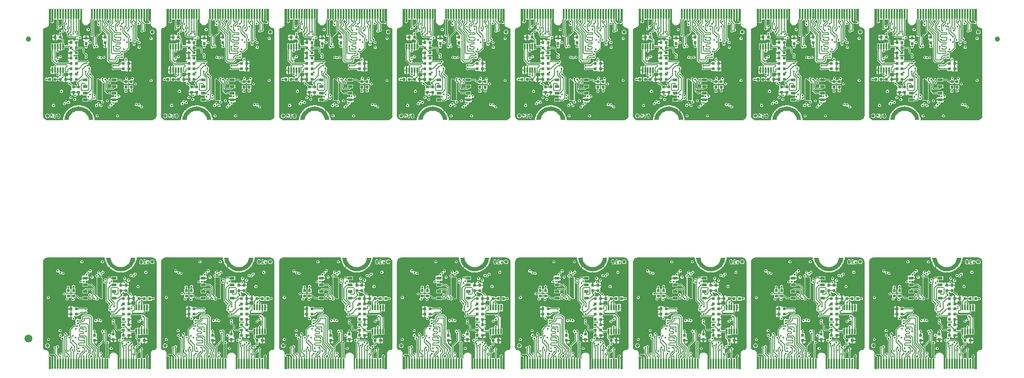
<source format=gbl>
G04 EAGLE Gerber RS-274X export*
G75*
%MOMM*%
%FSLAX34Y34*%
%LPD*%
%INBottom Copper*%
%IPPOS*%
%AMOC8*
5,1,8,0,0,1.08239X$1,22.5*%
G01*
%ADD10C,0.127000*%
%ADD11C,0.635000*%
%ADD12R,0.350000X1.950000*%
%ADD13C,0.352400*%
%ADD14C,0.101600*%
%ADD15R,0.600000X0.600000*%
%ADD16R,0.850000X0.500000*%
%ADD17R,0.300000X1.000000*%
%ADD18C,1.000000*%
%ADD19C,1.500000*%
%ADD20C,0.203200*%
%ADD21C,0.304800*%

G36*
X691965Y5494D02*
X691965Y5494D01*
X691970Y5493D01*
X692063Y5514D01*
X692156Y5532D01*
X692160Y5535D01*
X692166Y5536D01*
X692243Y5592D01*
X692322Y5645D01*
X692325Y5649D01*
X692329Y5652D01*
X692380Y5734D01*
X692431Y5813D01*
X692432Y5818D01*
X692435Y5823D01*
X692467Y6000D01*
X692467Y25421D01*
X692544Y25499D01*
X692549Y25505D01*
X692555Y25510D01*
X692604Y25588D01*
X692655Y25666D01*
X692657Y25673D01*
X692661Y25680D01*
X692693Y25857D01*
X692693Y28194D01*
X692692Y28199D01*
X692693Y28204D01*
X692672Y28297D01*
X692653Y28391D01*
X692650Y28395D01*
X692649Y28400D01*
X692594Y28478D01*
X692541Y28556D01*
X692536Y28559D01*
X692533Y28563D01*
X692452Y28614D01*
X692373Y28666D01*
X692367Y28666D01*
X692363Y28669D01*
X692186Y28701D01*
X690408Y28701D01*
X688780Y30329D01*
X688780Y32631D01*
X690408Y34259D01*
X692710Y34259D01*
X692799Y34169D01*
X692806Y34165D01*
X692810Y34159D01*
X692889Y34110D01*
X692966Y34058D01*
X692974Y34057D01*
X692980Y34053D01*
X693158Y34021D01*
X698075Y34021D01*
X698080Y34022D01*
X698085Y34021D01*
X698178Y34042D01*
X698271Y34060D01*
X698275Y34063D01*
X698281Y34064D01*
X698358Y34120D01*
X698437Y34173D01*
X698440Y34177D01*
X698444Y34180D01*
X698495Y34262D01*
X698546Y34341D01*
X698547Y34346D01*
X698550Y34351D01*
X698582Y34528D01*
X698582Y43512D01*
X698580Y43520D01*
X698582Y43527D01*
X698561Y43617D01*
X698542Y43708D01*
X698538Y43715D01*
X698536Y43723D01*
X698433Y43871D01*
X697455Y44849D01*
X697455Y47151D01*
X699083Y48779D01*
X701460Y48779D01*
X701468Y48780D01*
X701476Y48779D01*
X701566Y48800D01*
X701657Y48818D01*
X701664Y48823D01*
X701671Y48825D01*
X701819Y48927D01*
X703496Y50604D01*
X705798Y50604D01*
X707425Y48976D01*
X707425Y46674D01*
X706447Y45696D01*
X706443Y45689D01*
X706436Y45684D01*
X706387Y45606D01*
X706336Y45529D01*
X706334Y45521D01*
X706330Y45514D01*
X706298Y45337D01*
X706298Y35115D01*
X706300Y35107D01*
X706299Y35099D01*
X706320Y35010D01*
X706338Y34918D01*
X706342Y34912D01*
X706344Y34904D01*
X706447Y34756D01*
X707271Y33932D01*
X707274Y33930D01*
X707275Y33928D01*
X707355Y33876D01*
X707438Y33821D01*
X707441Y33820D01*
X707443Y33819D01*
X707539Y33802D01*
X707635Y33783D01*
X707638Y33784D01*
X707640Y33783D01*
X707737Y33805D01*
X707831Y33825D01*
X707833Y33826D01*
X707836Y33827D01*
X707916Y33883D01*
X707996Y33939D01*
X707997Y33941D01*
X707999Y33943D01*
X708051Y34026D01*
X708103Y34108D01*
X708104Y34111D01*
X708105Y34113D01*
X708137Y34290D01*
X708137Y34929D01*
X709765Y36557D01*
X712067Y36557D01*
X712716Y35908D01*
X712718Y35906D01*
X712720Y35904D01*
X712800Y35852D01*
X712883Y35797D01*
X712886Y35796D01*
X712888Y35795D01*
X712983Y35778D01*
X713080Y35759D01*
X713082Y35760D01*
X713085Y35759D01*
X713181Y35781D01*
X713276Y35801D01*
X713278Y35802D01*
X713281Y35803D01*
X713360Y35859D01*
X713441Y35915D01*
X713442Y35917D01*
X713444Y35919D01*
X713496Y36002D01*
X713548Y36084D01*
X713548Y36087D01*
X713550Y36089D01*
X713582Y36266D01*
X713582Y60714D01*
X713581Y60719D01*
X713582Y60724D01*
X713561Y60817D01*
X713542Y60911D01*
X713539Y60915D01*
X713538Y60920D01*
X713483Y60998D01*
X713430Y61076D01*
X713425Y61079D01*
X713422Y61083D01*
X713341Y61134D01*
X713262Y61186D01*
X713256Y61186D01*
X713252Y61189D01*
X713075Y61221D01*
X712496Y61221D01*
X710868Y62849D01*
X710868Y65151D01*
X712496Y66779D01*
X714948Y66779D01*
X714953Y66780D01*
X714958Y66779D01*
X715051Y66800D01*
X715144Y66818D01*
X715148Y66821D01*
X715154Y66822D01*
X715231Y66878D01*
X715310Y66931D01*
X715313Y66935D01*
X715317Y66938D01*
X715368Y67020D01*
X715419Y67099D01*
X715420Y67104D01*
X715423Y67109D01*
X715455Y67286D01*
X715455Y68151D01*
X717083Y69779D01*
X717888Y69779D01*
X717890Y69779D01*
X717893Y69779D01*
X717988Y69799D01*
X718084Y69818D01*
X718086Y69820D01*
X718089Y69820D01*
X718169Y69876D01*
X718250Y69931D01*
X718251Y69933D01*
X718253Y69935D01*
X718307Y70018D01*
X718359Y70099D01*
X718360Y70102D01*
X718361Y70104D01*
X718377Y70200D01*
X718395Y70296D01*
X718394Y70299D01*
X718395Y70301D01*
X718373Y70396D01*
X718351Y70492D01*
X718350Y70494D01*
X718349Y70497D01*
X718246Y70645D01*
X717042Y71849D01*
X717042Y74151D01*
X718670Y75779D01*
X720972Y75779D01*
X722599Y74151D01*
X722599Y72767D01*
X722601Y72760D01*
X722600Y72752D01*
X722621Y72662D01*
X722639Y72571D01*
X722643Y72564D01*
X722645Y72557D01*
X722748Y72409D01*
X723298Y71858D01*
X723298Y67885D01*
X723299Y67882D01*
X723298Y67880D01*
X723318Y67785D01*
X723338Y67688D01*
X723339Y67686D01*
X723340Y67683D01*
X723396Y67603D01*
X723451Y67522D01*
X723453Y67521D01*
X723454Y67519D01*
X723538Y67465D01*
X723619Y67413D01*
X723621Y67413D01*
X723623Y67411D01*
X723720Y67395D01*
X723816Y67378D01*
X723819Y67378D01*
X723821Y67378D01*
X723915Y67400D01*
X724012Y67421D01*
X724014Y67423D01*
X724016Y67423D01*
X724164Y67526D01*
X725179Y68541D01*
X727662Y68541D01*
X727667Y68542D01*
X727672Y68541D01*
X727765Y68562D01*
X727858Y68580D01*
X727862Y68583D01*
X727868Y68584D01*
X727945Y68640D01*
X728024Y68693D01*
X728027Y68697D01*
X728031Y68700D01*
X728082Y68782D01*
X728133Y68861D01*
X728134Y68866D01*
X728137Y68871D01*
X728169Y69048D01*
X728169Y81271D01*
X729285Y82387D01*
X734433Y87536D01*
X735549Y88652D01*
X739745Y88652D01*
X739753Y88653D01*
X739761Y88652D01*
X739851Y88673D01*
X739942Y88691D01*
X739949Y88696D01*
X739956Y88698D01*
X740104Y88800D01*
X740440Y89137D01*
X740443Y89141D01*
X740448Y89144D01*
X740499Y89224D01*
X740551Y89303D01*
X740552Y89309D01*
X740555Y89313D01*
X740571Y89407D01*
X740589Y89500D01*
X740588Y89506D01*
X740589Y89511D01*
X740567Y89603D01*
X740547Y89696D01*
X740544Y89701D01*
X740543Y89706D01*
X740440Y89854D01*
X739273Y91021D01*
X739273Y93955D01*
X740099Y94780D01*
X740101Y94785D01*
X740106Y94788D01*
X740157Y94868D01*
X740210Y94947D01*
X740211Y94952D01*
X740213Y94957D01*
X740229Y95051D01*
X740247Y95144D01*
X740246Y95149D01*
X740247Y95154D01*
X740225Y95247D01*
X740206Y95340D01*
X740203Y95345D01*
X740201Y95350D01*
X740099Y95498D01*
X739273Y96323D01*
X739273Y99257D01*
X741347Y101331D01*
X744280Y101331D01*
X745259Y100352D01*
X745265Y100348D01*
X745270Y100342D01*
X745348Y100293D01*
X745426Y100241D01*
X745433Y100240D01*
X745440Y100236D01*
X745617Y100204D01*
X748814Y100204D01*
X748821Y100205D01*
X748829Y100204D01*
X748919Y100225D01*
X749010Y100243D01*
X749017Y100248D01*
X749024Y100250D01*
X749172Y100352D01*
X749671Y100851D01*
X749676Y100858D01*
X749682Y100862D01*
X749731Y100941D01*
X749782Y101018D01*
X749784Y101026D01*
X749788Y101033D01*
X749820Y101210D01*
X749820Y105952D01*
X751382Y107514D01*
X751671Y107803D01*
X753234Y109366D01*
X767281Y109366D01*
X768844Y107803D01*
X770133Y106514D01*
X771695Y104952D01*
X771695Y79712D01*
X771696Y79709D01*
X771695Y79707D01*
X771715Y79612D01*
X771735Y79515D01*
X771736Y79513D01*
X771737Y79510D01*
X771793Y79430D01*
X771848Y79349D01*
X771850Y79348D01*
X771851Y79346D01*
X771935Y79293D01*
X772016Y79240D01*
X772018Y79240D01*
X772020Y79238D01*
X772117Y79222D01*
X772213Y79205D01*
X772216Y79205D01*
X772218Y79205D01*
X772312Y79227D01*
X772409Y79248D01*
X772411Y79250D01*
X772413Y79250D01*
X772561Y79353D01*
X773908Y80699D01*
X776210Y80699D01*
X777837Y79072D01*
X777837Y76770D01*
X777240Y76172D01*
X777236Y76166D01*
X777229Y76161D01*
X777180Y76082D01*
X777129Y76005D01*
X777127Y75998D01*
X777123Y75991D01*
X777091Y75814D01*
X777091Y74524D01*
X777092Y74519D01*
X777091Y74514D01*
X777112Y74421D01*
X777131Y74327D01*
X777134Y74323D01*
X777135Y74318D01*
X777190Y74240D01*
X777244Y74162D01*
X777248Y74159D01*
X777251Y74155D01*
X777332Y74104D01*
X777412Y74052D01*
X777417Y74052D01*
X777421Y74049D01*
X777599Y74017D01*
X778655Y74017D01*
X779250Y73421D01*
X779250Y66579D01*
X778909Y66237D01*
X778888Y66206D01*
X778860Y66181D01*
X778833Y66123D01*
X778798Y66070D01*
X778791Y66033D01*
X778775Y66000D01*
X778772Y65936D01*
X778760Y65873D01*
X778768Y65837D01*
X778766Y65799D01*
X778789Y65739D01*
X778802Y65677D01*
X778823Y65646D01*
X778836Y65611D01*
X778880Y65565D01*
X778916Y65513D01*
X778948Y65493D01*
X778973Y65465D01*
X779040Y65434D01*
X779085Y65405D01*
X779110Y65401D01*
X779136Y65388D01*
X779214Y65368D01*
X779794Y65033D01*
X780267Y64560D01*
X780601Y63981D01*
X780774Y63335D01*
X780774Y61015D01*
X775742Y61015D01*
X775737Y61014D01*
X775731Y61015D01*
X775638Y60994D01*
X775545Y60976D01*
X775541Y60973D01*
X775536Y60971D01*
X775458Y60916D01*
X775379Y60863D01*
X775377Y60859D01*
X775372Y60855D01*
X775322Y60774D01*
X775270Y60695D01*
X775269Y60690D01*
X775266Y60685D01*
X775234Y60508D01*
X775234Y59999D01*
X774726Y59999D01*
X774721Y59998D01*
X774715Y59999D01*
X774622Y59978D01*
X774529Y59960D01*
X774525Y59957D01*
X774520Y59955D01*
X774442Y59900D01*
X774363Y59847D01*
X774360Y59843D01*
X774356Y59839D01*
X774306Y59758D01*
X774254Y59679D01*
X774253Y59674D01*
X774250Y59669D01*
X774218Y59492D01*
X774218Y53956D01*
X774216Y53942D01*
X774216Y53939D01*
X774216Y53937D01*
X774238Y53843D01*
X774259Y53746D01*
X774261Y53744D01*
X774262Y53741D01*
X774364Y53593D01*
X780764Y47194D01*
X780766Y47192D01*
X780768Y47190D01*
X780848Y47138D01*
X780931Y47083D01*
X780934Y47082D01*
X780936Y47081D01*
X781032Y47064D01*
X781128Y47045D01*
X781130Y47046D01*
X781133Y47045D01*
X781229Y47067D01*
X781324Y47087D01*
X781326Y47088D01*
X781329Y47089D01*
X781408Y47145D01*
X781489Y47201D01*
X781490Y47203D01*
X781492Y47205D01*
X781544Y47288D01*
X781596Y47370D01*
X781596Y47373D01*
X781598Y47375D01*
X781630Y47552D01*
X781630Y50732D01*
X791020Y60123D01*
X791025Y60129D01*
X791031Y60134D01*
X791080Y60212D01*
X791131Y60290D01*
X791133Y60297D01*
X791137Y60304D01*
X791169Y60481D01*
X791169Y70512D01*
X791167Y70520D01*
X791169Y70527D01*
X791148Y70617D01*
X791129Y70708D01*
X791125Y70715D01*
X791123Y70723D01*
X791020Y70871D01*
X790042Y71849D01*
X790042Y74254D01*
X790041Y74259D01*
X790042Y74264D01*
X790021Y74357D01*
X790002Y74451D01*
X789999Y74455D01*
X789998Y74460D01*
X789943Y74538D01*
X789890Y74616D01*
X789885Y74619D01*
X789882Y74623D01*
X789801Y74674D01*
X789722Y74726D01*
X789716Y74726D01*
X789712Y74729D01*
X789535Y74761D01*
X789496Y74761D01*
X787868Y76389D01*
X787868Y78691D01*
X789496Y80319D01*
X791798Y80319D01*
X792351Y79765D01*
X792356Y79762D01*
X792359Y79758D01*
X792439Y79707D01*
X792518Y79654D01*
X792524Y79653D01*
X792528Y79650D01*
X792622Y79634D01*
X792715Y79616D01*
X792720Y79617D01*
X792726Y79617D01*
X792818Y79638D01*
X792911Y79658D01*
X792916Y79661D01*
X792921Y79662D01*
X793069Y79765D01*
X794083Y80779D01*
X796385Y80779D01*
X798012Y79151D01*
X798012Y77767D01*
X798014Y77760D01*
X798013Y77752D01*
X798034Y77662D01*
X798052Y77571D01*
X798056Y77564D01*
X798058Y77557D01*
X798161Y77409D01*
X798472Y77097D01*
X798472Y59286D01*
X798473Y59281D01*
X798472Y59276D01*
X798493Y59182D01*
X798512Y59089D01*
X798515Y59085D01*
X798516Y59080D01*
X798571Y59002D01*
X798625Y58924D01*
X798629Y58921D01*
X798632Y58917D01*
X798713Y58866D01*
X798793Y58814D01*
X798798Y58814D01*
X798802Y58811D01*
X798980Y58779D01*
X801385Y58779D01*
X803012Y57151D01*
X803012Y54849D01*
X802034Y53871D01*
X802030Y53864D01*
X802023Y53859D01*
X801974Y53781D01*
X801923Y53704D01*
X801921Y53696D01*
X801917Y53689D01*
X801885Y53512D01*
X801885Y26524D01*
X801886Y26519D01*
X801885Y26514D01*
X801906Y26421D01*
X801925Y26327D01*
X801928Y26323D01*
X801929Y26318D01*
X801984Y26240D01*
X802038Y26162D01*
X802042Y26159D01*
X802045Y26155D01*
X802126Y26104D01*
X802206Y26052D01*
X802211Y26052D01*
X802215Y26049D01*
X802393Y26017D01*
X802405Y26017D01*
X802839Y25583D01*
X802841Y25581D01*
X802843Y25579D01*
X802924Y25526D01*
X803006Y25472D01*
X803009Y25471D01*
X803011Y25470D01*
X803106Y25452D01*
X803203Y25434D01*
X803205Y25435D01*
X803208Y25434D01*
X803305Y25456D01*
X803399Y25476D01*
X803401Y25477D01*
X803404Y25478D01*
X803484Y25535D01*
X803564Y25590D01*
X803565Y25592D01*
X803567Y25594D01*
X803619Y25677D01*
X803671Y25759D01*
X803671Y25762D01*
X803673Y25764D01*
X803705Y25941D01*
X803705Y31084D01*
X805789Y34694D01*
X809399Y36779D01*
X813568Y36779D01*
X817178Y34694D01*
X819262Y31084D01*
X819262Y6000D01*
X819263Y5995D01*
X819262Y5990D01*
X819283Y5897D01*
X819302Y5804D01*
X819305Y5799D01*
X819306Y5794D01*
X819361Y5716D01*
X819415Y5638D01*
X819419Y5635D01*
X819422Y5631D01*
X819503Y5580D01*
X819583Y5528D01*
X819588Y5528D01*
X819592Y5525D01*
X819770Y5493D01*
X821960Y5493D01*
X821965Y5494D01*
X821970Y5493D01*
X822063Y5514D01*
X822156Y5532D01*
X822160Y5535D01*
X822166Y5536D01*
X822243Y5592D01*
X822322Y5645D01*
X822325Y5649D01*
X822329Y5652D01*
X822380Y5734D01*
X822431Y5813D01*
X822432Y5818D01*
X822435Y5823D01*
X822467Y6000D01*
X822467Y25421D01*
X823062Y26017D01*
X823075Y26017D01*
X823080Y26018D01*
X823085Y26017D01*
X823178Y26038D01*
X823271Y26056D01*
X823275Y26059D01*
X823281Y26060D01*
X823358Y26116D01*
X823437Y26169D01*
X823440Y26173D01*
X823444Y26176D01*
X823495Y26258D01*
X823546Y26337D01*
X823547Y26342D01*
X823550Y26347D01*
X823582Y26524D01*
X823582Y51596D01*
X823580Y51604D01*
X823582Y51611D01*
X823561Y51701D01*
X823542Y51792D01*
X823538Y51799D01*
X823536Y51807D01*
X823486Y51879D01*
X823486Y56098D01*
X824156Y56768D01*
X824158Y56771D01*
X824160Y56772D01*
X824212Y56852D01*
X824267Y56935D01*
X824268Y56938D01*
X824269Y56940D01*
X824286Y57036D01*
X824305Y57132D01*
X824304Y57135D01*
X824305Y57137D01*
X824284Y57232D01*
X824263Y57328D01*
X824262Y57330D01*
X824261Y57333D01*
X824205Y57413D01*
X824149Y57493D01*
X824147Y57494D01*
X824145Y57496D01*
X824062Y57548D01*
X823980Y57600D01*
X823977Y57601D01*
X823975Y57602D01*
X823798Y57634D01*
X822083Y57634D01*
X820455Y59262D01*
X820455Y61564D01*
X822083Y63192D01*
X824385Y63192D01*
X824589Y62987D01*
X824591Y62986D01*
X824593Y62984D01*
X824674Y62931D01*
X824756Y62876D01*
X824759Y62876D01*
X824761Y62875D01*
X824856Y62857D01*
X824953Y62839D01*
X824955Y62839D01*
X824958Y62839D01*
X825055Y62861D01*
X825149Y62880D01*
X825151Y62882D01*
X825154Y62882D01*
X825235Y62940D01*
X825313Y62995D01*
X825315Y62997D01*
X825317Y62998D01*
X825369Y63083D01*
X825421Y63164D01*
X825421Y63166D01*
X825423Y63169D01*
X825455Y63346D01*
X825455Y65151D01*
X826191Y65887D01*
X826194Y65892D01*
X826198Y65895D01*
X826249Y65974D01*
X826302Y66054D01*
X826303Y66059D01*
X826306Y66064D01*
X826322Y66157D01*
X826340Y66251D01*
X826339Y66256D01*
X826339Y66261D01*
X826318Y66353D01*
X826298Y66447D01*
X826295Y66452D01*
X826294Y66457D01*
X826217Y66568D01*
X826217Y73421D01*
X826812Y74017D01*
X828075Y74017D01*
X828080Y74018D01*
X828085Y74017D01*
X828178Y74038D01*
X828271Y74056D01*
X828275Y74059D01*
X828281Y74060D01*
X828358Y74116D01*
X828437Y74169D01*
X828440Y74173D01*
X828444Y74176D01*
X828495Y74258D01*
X828546Y74337D01*
X828547Y74342D01*
X828550Y74347D01*
X828582Y74524D01*
X828582Y75476D01*
X828581Y75481D01*
X828582Y75486D01*
X828561Y75579D01*
X828542Y75673D01*
X828539Y75677D01*
X828538Y75682D01*
X828483Y75760D01*
X828430Y75838D01*
X828425Y75841D01*
X828422Y75845D01*
X828341Y75896D01*
X828262Y75948D01*
X828256Y75948D01*
X828252Y75951D01*
X828075Y75983D01*
X826812Y75983D01*
X826217Y76579D01*
X826217Y77841D01*
X826216Y77846D01*
X826217Y77851D01*
X826196Y77944D01*
X826177Y78038D01*
X826174Y78042D01*
X826173Y78047D01*
X826118Y78125D01*
X826065Y78203D01*
X826060Y78206D01*
X826057Y78210D01*
X825976Y78261D01*
X825897Y78313D01*
X825891Y78313D01*
X825887Y78316D01*
X825710Y78348D01*
X817549Y78348D01*
X814582Y81316D01*
X814582Y87519D01*
X814580Y87526D01*
X814582Y87534D01*
X814561Y87624D01*
X814542Y87715D01*
X814538Y87722D01*
X814536Y87729D01*
X814433Y87877D01*
X811825Y90486D01*
X811818Y90490D01*
X811814Y90496D01*
X811735Y90545D01*
X811658Y90597D01*
X811650Y90598D01*
X811644Y90602D01*
X811466Y90634D01*
X810083Y90634D01*
X808455Y92262D01*
X808455Y94564D01*
X809239Y95348D01*
X809242Y95352D01*
X809246Y95355D01*
X809297Y95436D01*
X809350Y95515D01*
X809351Y95520D01*
X809353Y95524D01*
X809369Y95618D01*
X809387Y95712D01*
X809386Y95717D01*
X809387Y95722D01*
X809365Y95815D01*
X809346Y95908D01*
X809343Y95912D01*
X809341Y95917D01*
X809239Y96065D01*
X808455Y96849D01*
X808455Y99151D01*
X810083Y100779D01*
X812385Y100779D01*
X814012Y99151D01*
X814012Y96849D01*
X813228Y96065D01*
X813226Y96061D01*
X813221Y96058D01*
X813170Y95978D01*
X813118Y95898D01*
X813117Y95893D01*
X813114Y95889D01*
X813098Y95795D01*
X813080Y95701D01*
X813081Y95696D01*
X813080Y95691D01*
X813102Y95598D01*
X813122Y95505D01*
X813125Y95501D01*
X813126Y95496D01*
X813228Y95348D01*
X814012Y94564D01*
X814012Y93180D01*
X814014Y93173D01*
X814013Y93165D01*
X814034Y93075D01*
X814052Y92984D01*
X814056Y92977D01*
X814058Y92970D01*
X814161Y92822D01*
X817885Y89097D01*
X817885Y82894D01*
X817887Y82887D01*
X817886Y82879D01*
X817907Y82789D01*
X817925Y82698D01*
X817929Y82691D01*
X817931Y82684D01*
X818034Y82536D01*
X818769Y81800D01*
X818776Y81796D01*
X818780Y81790D01*
X818859Y81741D01*
X818936Y81689D01*
X818944Y81688D01*
X818951Y81684D01*
X819128Y81652D01*
X825710Y81652D01*
X825715Y81653D01*
X825720Y81652D01*
X825813Y81673D01*
X825906Y81691D01*
X825910Y81694D01*
X825916Y81695D01*
X825993Y81751D01*
X826072Y81804D01*
X826075Y81808D01*
X826079Y81811D01*
X826130Y81893D01*
X826181Y81972D01*
X826182Y81977D01*
X826185Y81982D01*
X826217Y82159D01*
X826217Y83421D01*
X826812Y84017D01*
X832118Y84017D01*
X832120Y84017D01*
X832123Y84017D01*
X832218Y84037D01*
X832314Y84056D01*
X832316Y84058D01*
X832319Y84058D01*
X832399Y84114D01*
X832480Y84169D01*
X832481Y84171D01*
X832483Y84173D01*
X832537Y84256D01*
X832589Y84337D01*
X832590Y84340D01*
X832591Y84342D01*
X832607Y84437D01*
X832625Y84534D01*
X832624Y84537D01*
X832625Y84539D01*
X832603Y84633D01*
X832581Y84730D01*
X832580Y84732D01*
X832579Y84735D01*
X832476Y84883D01*
X831524Y85835D01*
X831518Y85839D01*
X831513Y85845D01*
X831434Y85894D01*
X831357Y85946D01*
X831350Y85947D01*
X831343Y85951D01*
X831166Y85983D01*
X826812Y85983D01*
X826217Y86579D01*
X826217Y93421D01*
X826812Y94017D01*
X833655Y94017D01*
X833996Y93675D01*
X834027Y93654D01*
X834052Y93627D01*
X834110Y93599D01*
X834163Y93564D01*
X834200Y93557D01*
X834234Y93541D01*
X834298Y93538D01*
X834360Y93527D01*
X834397Y93534D01*
X834434Y93533D01*
X834494Y93555D01*
X834556Y93568D01*
X834587Y93589D01*
X834622Y93602D01*
X834669Y93646D01*
X834721Y93682D01*
X834741Y93714D01*
X834768Y93739D01*
X834800Y93806D01*
X834828Y93852D01*
X834833Y93876D01*
X834845Y93902D01*
X834866Y93981D01*
X835200Y94560D01*
X835282Y94641D01*
X835285Y94646D01*
X835289Y94649D01*
X835340Y94728D01*
X835393Y94808D01*
X835394Y94814D01*
X835397Y94818D01*
X835412Y94911D01*
X835430Y95005D01*
X835429Y95010D01*
X835430Y95016D01*
X835409Y95108D01*
X835389Y95201D01*
X835386Y95206D01*
X835385Y95211D01*
X835282Y95359D01*
X835200Y95440D01*
X834866Y96019D01*
X834845Y96098D01*
X834828Y96131D01*
X834821Y96168D01*
X834784Y96220D01*
X834756Y96277D01*
X834728Y96302D01*
X834706Y96332D01*
X834653Y96366D01*
X834604Y96408D01*
X834569Y96420D01*
X834537Y96440D01*
X834474Y96450D01*
X834414Y96470D01*
X834376Y96467D01*
X834340Y96473D01*
X834277Y96459D01*
X834214Y96453D01*
X834181Y96436D01*
X834144Y96428D01*
X834084Y96385D01*
X834036Y96361D01*
X834020Y96341D01*
X833996Y96325D01*
X833655Y95983D01*
X826812Y95983D01*
X826217Y96579D01*
X826217Y103421D01*
X826865Y104069D01*
X826867Y104072D01*
X826869Y104073D01*
X826921Y104153D01*
X826976Y104236D01*
X826977Y104239D01*
X826978Y104241D01*
X826995Y104337D01*
X827014Y104433D01*
X827013Y104436D01*
X827014Y104438D01*
X826992Y104535D01*
X826972Y104629D01*
X826971Y104631D01*
X826970Y104634D01*
X826913Y104714D01*
X826858Y104794D01*
X826855Y104795D01*
X826854Y104797D01*
X826771Y104849D01*
X826689Y104901D01*
X826686Y104902D01*
X826684Y104903D01*
X826506Y104935D01*
X810236Y104935D01*
X810228Y104934D01*
X810221Y104935D01*
X810131Y104914D01*
X810040Y104896D01*
X810033Y104891D01*
X810025Y104889D01*
X809877Y104787D01*
X809138Y104047D01*
X806836Y104047D01*
X805208Y105675D01*
X805208Y107977D01*
X806836Y109605D01*
X807948Y109605D01*
X807953Y109606D01*
X807958Y109605D01*
X808051Y109626D01*
X808144Y109644D01*
X808148Y109647D01*
X808154Y109648D01*
X808231Y109704D01*
X808310Y109757D01*
X808313Y109761D01*
X808317Y109764D01*
X808368Y109846D01*
X808419Y109925D01*
X808420Y109930D01*
X808423Y109935D01*
X808455Y110112D01*
X808455Y111174D01*
X808454Y111179D01*
X808455Y111184D01*
X808434Y111277D01*
X808415Y111371D01*
X808412Y111375D01*
X808411Y111380D01*
X808356Y111458D01*
X808303Y111536D01*
X808298Y111539D01*
X808295Y111543D01*
X808214Y111594D01*
X808135Y111646D01*
X808129Y111646D01*
X808125Y111649D01*
X807948Y111681D01*
X807083Y111681D01*
X805455Y113309D01*
X805455Y114952D01*
X805454Y114957D01*
X805455Y114962D01*
X805434Y115055D01*
X805415Y115149D01*
X805412Y115153D01*
X805411Y115158D01*
X805356Y115236D01*
X805303Y115314D01*
X805298Y115317D01*
X805295Y115321D01*
X805214Y115372D01*
X805135Y115424D01*
X805129Y115424D01*
X805125Y115427D01*
X804948Y115459D01*
X803592Y115459D01*
X801518Y117533D01*
X801518Y120467D01*
X802496Y121445D01*
X802501Y121452D01*
X802507Y121456D01*
X802556Y121535D01*
X802607Y121612D01*
X802609Y121620D01*
X802613Y121626D01*
X802645Y121804D01*
X802645Y126000D01*
X803004Y126359D01*
X803007Y126364D01*
X803012Y126367D01*
X803063Y126447D01*
X803115Y126526D01*
X803116Y126531D01*
X803119Y126536D01*
X803135Y126630D01*
X803153Y126723D01*
X803152Y126728D01*
X803153Y126733D01*
X803131Y126826D01*
X803111Y126919D01*
X803108Y126923D01*
X803107Y126929D01*
X803004Y127077D01*
X801232Y128849D01*
X801232Y130233D01*
X801230Y130240D01*
X801232Y130248D01*
X801211Y130338D01*
X801192Y130429D01*
X801188Y130436D01*
X801186Y130443D01*
X801083Y130591D01*
X796582Y135093D01*
X796582Y167714D01*
X796581Y167719D01*
X796582Y167724D01*
X796561Y167817D01*
X796542Y167911D01*
X796539Y167915D01*
X796538Y167920D01*
X796483Y167998D01*
X796430Y168076D01*
X796425Y168079D01*
X796422Y168083D01*
X796341Y168134D01*
X796262Y168186D01*
X796256Y168186D01*
X796252Y168189D01*
X796075Y168221D01*
X794083Y168221D01*
X792455Y169849D01*
X792455Y172151D01*
X793735Y173431D01*
X793738Y173435D01*
X793742Y173438D01*
X793793Y173519D01*
X793846Y173598D01*
X793847Y173603D01*
X793850Y173608D01*
X793866Y173701D01*
X793883Y173795D01*
X793882Y173800D01*
X793883Y173805D01*
X793862Y173898D01*
X793842Y173991D01*
X793839Y173995D01*
X793838Y174000D01*
X793735Y174148D01*
X792831Y175052D01*
X792831Y177354D01*
X794459Y178982D01*
X796761Y178982D01*
X797462Y178281D01*
X797466Y178278D01*
X797469Y178274D01*
X797549Y178223D01*
X797628Y178170D01*
X797634Y178169D01*
X797638Y178166D01*
X797732Y178151D01*
X797825Y178133D01*
X797831Y178134D01*
X797836Y178133D01*
X797928Y178154D01*
X798021Y178174D01*
X798026Y178177D01*
X798031Y178178D01*
X798179Y178281D01*
X801549Y181652D01*
X806951Y181652D01*
X807018Y181608D01*
X807020Y181607D01*
X807023Y181606D01*
X807118Y181588D01*
X807215Y181570D01*
X807217Y181571D01*
X807220Y181570D01*
X807317Y181592D01*
X807411Y181612D01*
X807413Y181613D01*
X807416Y181614D01*
X807496Y181671D01*
X807575Y181726D01*
X807577Y181728D01*
X807579Y181730D01*
X807631Y181813D01*
X807683Y181895D01*
X807683Y181898D01*
X807685Y181900D01*
X807693Y181948D01*
X808312Y182567D01*
X817655Y182567D01*
X818250Y181971D01*
X818250Y176129D01*
X817655Y175533D01*
X809855Y175533D01*
X809852Y175533D01*
X809849Y175533D01*
X809754Y175513D01*
X809658Y175494D01*
X809656Y175492D01*
X809653Y175492D01*
X809573Y175436D01*
X809492Y175381D01*
X809491Y175379D01*
X809489Y175377D01*
X809435Y175294D01*
X809383Y175213D01*
X809383Y175210D01*
X809381Y175208D01*
X809365Y175112D01*
X809347Y175016D01*
X809348Y175013D01*
X809348Y175011D01*
X809370Y174916D01*
X809391Y174820D01*
X809393Y174818D01*
X809393Y174815D01*
X809496Y174667D01*
X810012Y174151D01*
X810012Y171849D01*
X809658Y171495D01*
X809657Y171492D01*
X809654Y171491D01*
X809602Y171410D01*
X809547Y171328D01*
X809547Y171325D01*
X809545Y171323D01*
X809528Y171226D01*
X809509Y171131D01*
X809510Y171128D01*
X809509Y171126D01*
X809531Y171029D01*
X809551Y170935D01*
X809552Y170933D01*
X809553Y170930D01*
X809610Y170849D01*
X809665Y170770D01*
X809668Y170769D01*
X809669Y170767D01*
X809754Y170714D01*
X809834Y170663D01*
X809837Y170662D01*
X809839Y170661D01*
X810017Y170629D01*
X817970Y170629D01*
X819012Y169587D01*
X819012Y169395D01*
X819026Y169328D01*
X819031Y169259D01*
X819046Y169230D01*
X819052Y169199D01*
X819091Y169141D01*
X819122Y169080D01*
X819146Y169059D01*
X819165Y169033D01*
X819222Y168995D01*
X819275Y168951D01*
X819306Y168941D01*
X819333Y168924D01*
X819400Y168911D01*
X819466Y168891D01*
X819498Y168894D01*
X819530Y168888D01*
X819597Y168903D01*
X819666Y168909D01*
X819694Y168925D01*
X819726Y168932D01*
X819782Y168972D01*
X819843Y169004D01*
X819865Y169030D01*
X819889Y169048D01*
X819916Y169090D01*
X819959Y169141D01*
X820201Y169560D01*
X820674Y170033D01*
X821253Y170368D01*
X821899Y170541D01*
X824218Y170541D01*
X824218Y165508D01*
X824219Y165503D01*
X824218Y165498D01*
X824239Y165405D01*
X824258Y165312D01*
X824261Y165307D01*
X824262Y165302D01*
X824317Y165224D01*
X824371Y165146D01*
X824375Y165143D01*
X824378Y165139D01*
X824459Y165088D01*
X824539Y165037D01*
X824544Y165036D01*
X824548Y165033D01*
X824726Y165001D01*
X825234Y165001D01*
X825234Y164492D01*
X825235Y164487D01*
X825235Y164482D01*
X825255Y164389D01*
X825274Y164296D01*
X825277Y164291D01*
X825278Y164286D01*
X825333Y164208D01*
X825387Y164130D01*
X825391Y164127D01*
X825394Y164123D01*
X825476Y164072D01*
X825555Y164021D01*
X825560Y164020D01*
X825564Y164017D01*
X825742Y163985D01*
X834725Y163985D01*
X834731Y163986D01*
X834736Y163985D01*
X834829Y164006D01*
X834922Y164024D01*
X834926Y164027D01*
X834931Y164028D01*
X835009Y164084D01*
X835088Y164137D01*
X835091Y164141D01*
X835095Y164144D01*
X835146Y164226D01*
X835197Y164305D01*
X835198Y164310D01*
X835201Y164315D01*
X835233Y164492D01*
X835233Y165001D01*
X835234Y165001D01*
X835234Y164492D01*
X835235Y164487D01*
X835235Y164482D01*
X835255Y164389D01*
X835274Y164296D01*
X835277Y164291D01*
X835278Y164286D01*
X835333Y164208D01*
X835387Y164130D01*
X835391Y164127D01*
X835394Y164123D01*
X835476Y164072D01*
X835555Y164021D01*
X835560Y164020D01*
X835564Y164017D01*
X835742Y163985D01*
X840774Y163985D01*
X840774Y161665D01*
X840601Y161019D01*
X840267Y160440D01*
X839794Y159967D01*
X839214Y159632D01*
X839136Y159611D01*
X839103Y159595D01*
X839066Y159587D01*
X839014Y159551D01*
X838956Y159522D01*
X838932Y159494D01*
X838901Y159473D01*
X838867Y159419D01*
X838825Y159371D01*
X838814Y159335D01*
X838794Y159304D01*
X838783Y159241D01*
X838763Y159180D01*
X838767Y159143D01*
X838760Y159106D01*
X838775Y159044D01*
X838780Y158980D01*
X838797Y158947D01*
X838806Y158911D01*
X838848Y158850D01*
X838873Y158803D01*
X838892Y158787D01*
X838909Y158763D01*
X839250Y158421D01*
X839250Y154068D01*
X839252Y154060D01*
X839251Y154053D01*
X839272Y153963D01*
X839290Y153872D01*
X839294Y153865D01*
X839296Y153857D01*
X839399Y153709D01*
X842181Y150927D01*
X842188Y150923D01*
X842192Y150917D01*
X842271Y150868D01*
X842348Y150816D01*
X842356Y150815D01*
X842362Y150811D01*
X842540Y150779D01*
X844385Y150779D01*
X846012Y149151D01*
X846012Y146849D01*
X844854Y145690D01*
X844851Y145686D01*
X844846Y145683D01*
X844796Y145603D01*
X844743Y145523D01*
X844742Y145518D01*
X844739Y145513D01*
X844723Y145420D01*
X844705Y145327D01*
X844706Y145321D01*
X844705Y145316D01*
X844727Y145223D01*
X844747Y145130D01*
X844750Y145126D01*
X844751Y145121D01*
X844854Y144973D01*
X844875Y144952D01*
X844879Y144949D01*
X844882Y144945D01*
X844963Y144893D01*
X845042Y144841D01*
X845047Y144840D01*
X845052Y144837D01*
X845145Y144821D01*
X845239Y144803D01*
X845244Y144804D01*
X845249Y144803D01*
X845342Y144825D01*
X845435Y144845D01*
X845439Y144848D01*
X845444Y144849D01*
X845592Y144952D01*
X845674Y145033D01*
X846253Y145368D01*
X846899Y145541D01*
X849218Y145541D01*
X849218Y141015D01*
X841249Y141015D01*
X841249Y145845D01*
X841247Y145853D01*
X841249Y145860D01*
X841228Y145950D01*
X841209Y146041D01*
X841205Y146048D01*
X841203Y146056D01*
X841100Y146204D01*
X840416Y146888D01*
X840415Y146890D01*
X840411Y146897D01*
X840409Y146905D01*
X840306Y147053D01*
X840052Y147307D01*
X836524Y150835D01*
X836518Y150839D01*
X836513Y150845D01*
X836434Y150894D01*
X836357Y150946D01*
X836350Y150947D01*
X836343Y150951D01*
X836166Y150983D01*
X831812Y150983D01*
X831217Y151579D01*
X831217Y152460D01*
X831216Y152465D01*
X831217Y152470D01*
X831196Y152563D01*
X831177Y152657D01*
X831174Y152661D01*
X831173Y152666D01*
X831118Y152744D01*
X831065Y152822D01*
X831060Y152825D01*
X831057Y152829D01*
X830976Y152880D01*
X830897Y152932D01*
X830891Y152932D01*
X830887Y152935D01*
X830710Y152967D01*
X829758Y152967D01*
X829752Y152966D01*
X829747Y152967D01*
X829654Y152946D01*
X829561Y152928D01*
X829557Y152925D01*
X829552Y152924D01*
X829474Y152868D01*
X829395Y152815D01*
X829392Y152811D01*
X829388Y152808D01*
X829338Y152726D01*
X829286Y152647D01*
X829285Y152642D01*
X829282Y152637D01*
X829250Y152460D01*
X829250Y151579D01*
X828655Y150983D01*
X827774Y150983D01*
X827768Y150982D01*
X827763Y150983D01*
X827670Y150962D01*
X827577Y150944D01*
X827573Y150941D01*
X827568Y150940D01*
X827490Y150884D01*
X827411Y150831D01*
X827408Y150827D01*
X827404Y150824D01*
X827354Y150742D01*
X827302Y150663D01*
X827301Y150658D01*
X827298Y150653D01*
X827266Y150476D01*
X827266Y150286D01*
X827267Y150281D01*
X827266Y150276D01*
X827287Y150183D01*
X827306Y150089D01*
X827309Y150085D01*
X827310Y150080D01*
X827365Y150002D01*
X827419Y149924D01*
X827423Y149921D01*
X827426Y149917D01*
X827507Y149866D01*
X827587Y149814D01*
X827592Y149814D01*
X827596Y149811D01*
X827774Y149779D01*
X828528Y149779D01*
X830155Y148151D01*
X830155Y145849D01*
X829189Y144883D01*
X829187Y144880D01*
X829185Y144879D01*
X829133Y144799D01*
X829078Y144716D01*
X829078Y144713D01*
X829076Y144711D01*
X829059Y144615D01*
X829040Y144519D01*
X829041Y144516D01*
X829040Y144514D01*
X829062Y144417D01*
X829082Y144323D01*
X829084Y144321D01*
X829084Y144318D01*
X829141Y144238D01*
X829196Y144158D01*
X829199Y144157D01*
X829200Y144155D01*
X829284Y144102D01*
X829366Y144051D01*
X829368Y144050D01*
X829370Y144049D01*
X829548Y144017D01*
X833655Y144017D01*
X833996Y143675D01*
X834027Y143654D01*
X834052Y143627D01*
X834110Y143599D01*
X834163Y143564D01*
X834200Y143557D01*
X834234Y143541D01*
X834298Y143538D01*
X834360Y143527D01*
X834397Y143534D01*
X834434Y143533D01*
X834494Y143555D01*
X834556Y143568D01*
X834587Y143589D01*
X834622Y143602D01*
X834669Y143646D01*
X834721Y143682D01*
X834741Y143714D01*
X834768Y143739D01*
X834800Y143806D01*
X834828Y143852D01*
X834833Y143876D01*
X834845Y143902D01*
X834866Y143981D01*
X835200Y144560D01*
X835674Y145033D01*
X836253Y145368D01*
X836899Y145541D01*
X839218Y145541D01*
X839218Y140508D01*
X839219Y140503D01*
X839218Y140498D01*
X839239Y140405D01*
X839258Y140312D01*
X839261Y140307D01*
X839262Y140302D01*
X839317Y140224D01*
X839371Y140146D01*
X839375Y140143D01*
X839378Y140139D01*
X839459Y140088D01*
X839539Y140037D01*
X839544Y140036D01*
X839548Y140033D01*
X839726Y140001D01*
X840234Y140001D01*
X840234Y139999D01*
X839726Y139999D01*
X839721Y139998D01*
X839715Y139999D01*
X839622Y139978D01*
X839529Y139960D01*
X839525Y139957D01*
X839520Y139955D01*
X839442Y139900D01*
X839363Y139847D01*
X839360Y139843D01*
X839356Y139839D01*
X839306Y139758D01*
X839254Y139679D01*
X839253Y139674D01*
X839250Y139669D01*
X839218Y139492D01*
X839218Y130508D01*
X839219Y130503D01*
X839218Y130498D01*
X839239Y130405D01*
X839258Y130312D01*
X839261Y130307D01*
X839262Y130302D01*
X839317Y130224D01*
X839371Y130146D01*
X839375Y130143D01*
X839378Y130139D01*
X839459Y130088D01*
X839539Y130037D01*
X839544Y130036D01*
X839548Y130033D01*
X839726Y130001D01*
X840234Y130001D01*
X840234Y129492D01*
X840235Y129487D01*
X840235Y129482D01*
X840255Y129389D01*
X840274Y129296D01*
X840277Y129291D01*
X840278Y129286D01*
X840333Y129208D01*
X840387Y129130D01*
X840391Y129127D01*
X840394Y129123D01*
X840476Y129072D01*
X840555Y129021D01*
X840560Y129020D01*
X840564Y129017D01*
X840742Y128985D01*
X845774Y128985D01*
X845774Y128101D01*
X845775Y128099D01*
X845774Y128096D01*
X845794Y128001D01*
X845814Y127905D01*
X845815Y127902D01*
X845816Y127900D01*
X845872Y127819D01*
X845927Y127739D01*
X845929Y127737D01*
X845930Y127735D01*
X846014Y127682D01*
X846095Y127630D01*
X846097Y127629D01*
X846100Y127628D01*
X846195Y127612D01*
X846292Y127594D01*
X846295Y127595D01*
X846297Y127594D01*
X846391Y127616D01*
X846488Y127638D01*
X846490Y127639D01*
X846492Y127640D01*
X846509Y127652D01*
X850918Y127652D01*
X851851Y126719D01*
X851853Y126717D01*
X851855Y126715D01*
X851935Y126663D01*
X852018Y126608D01*
X852021Y126607D01*
X852023Y126606D01*
X852118Y126588D01*
X852215Y126570D01*
X852217Y126571D01*
X852220Y126570D01*
X852316Y126592D01*
X852411Y126612D01*
X852413Y126613D01*
X852416Y126614D01*
X852495Y126670D01*
X852576Y126726D01*
X852577Y126728D01*
X852579Y126730D01*
X852631Y126813D01*
X852683Y126895D01*
X852683Y126898D01*
X852685Y126900D01*
X852717Y127077D01*
X852717Y127921D01*
X853433Y128638D01*
X853438Y128644D01*
X853444Y128649D01*
X853493Y128727D01*
X853544Y128805D01*
X853546Y128812D01*
X853550Y128819D01*
X853582Y128996D01*
X853582Y133952D01*
X853581Y133957D01*
X853582Y133962D01*
X853561Y134055D01*
X853542Y134149D01*
X853539Y134153D01*
X853538Y134158D01*
X853483Y134236D01*
X853430Y134314D01*
X853425Y134317D01*
X853422Y134321D01*
X853341Y134372D01*
X853262Y134424D01*
X853256Y134424D01*
X853252Y134427D01*
X853075Y134459D01*
X851249Y134459D01*
X851249Y139492D01*
X851248Y139497D01*
X851249Y139502D01*
X851228Y139595D01*
X851209Y139688D01*
X851206Y139693D01*
X851205Y139698D01*
X851150Y139776D01*
X851097Y139854D01*
X851092Y139857D01*
X851089Y139861D01*
X851008Y139912D01*
X850928Y139963D01*
X850923Y139964D01*
X850919Y139967D01*
X850742Y139999D01*
X850233Y139999D01*
X850233Y140001D01*
X850742Y140001D01*
X850747Y140002D01*
X850752Y140001D01*
X850845Y140022D01*
X850938Y140040D01*
X850942Y140043D01*
X850947Y140045D01*
X851025Y140100D01*
X851104Y140153D01*
X851107Y140157D01*
X851111Y140161D01*
X851162Y140242D01*
X851213Y140321D01*
X851214Y140326D01*
X851217Y140331D01*
X851249Y140508D01*
X851249Y145541D01*
X853568Y145541D01*
X854214Y145368D01*
X854794Y145033D01*
X855267Y144560D01*
X855601Y143981D01*
X855622Y143902D01*
X855639Y143869D01*
X855646Y143832D01*
X855683Y143780D01*
X855711Y143723D01*
X855740Y143698D01*
X855761Y143668D01*
X855815Y143634D01*
X855863Y143592D01*
X855898Y143580D01*
X855930Y143560D01*
X855993Y143550D01*
X856054Y143530D01*
X856091Y143533D01*
X856128Y143527D01*
X856190Y143541D01*
X856253Y143547D01*
X856286Y143564D01*
X856323Y143572D01*
X856384Y143615D01*
X856431Y143639D01*
X856447Y143659D01*
X856471Y143675D01*
X856812Y144017D01*
X863655Y144017D01*
X864250Y143421D01*
X864250Y142159D01*
X864251Y142154D01*
X864250Y142149D01*
X864271Y142056D01*
X864290Y141962D01*
X864293Y141958D01*
X864294Y141953D01*
X864349Y141875D01*
X864403Y141797D01*
X864407Y141794D01*
X864410Y141790D01*
X864491Y141739D01*
X864571Y141687D01*
X864576Y141687D01*
X864580Y141684D01*
X864758Y141652D01*
X865710Y141652D01*
X865715Y141653D01*
X865720Y141652D01*
X865813Y141673D01*
X865906Y141691D01*
X865910Y141694D01*
X865916Y141695D01*
X865993Y141751D01*
X866072Y141804D01*
X866075Y141808D01*
X866079Y141811D01*
X866130Y141893D01*
X866181Y141972D01*
X866182Y141977D01*
X866185Y141982D01*
X866217Y142159D01*
X866217Y143421D01*
X866812Y144017D01*
X873655Y144017D01*
X874250Y143421D01*
X874250Y136579D01*
X873655Y135983D01*
X866812Y135983D01*
X866217Y136579D01*
X866217Y137841D01*
X866216Y137846D01*
X866217Y137851D01*
X866196Y137944D01*
X866177Y138038D01*
X866174Y138042D01*
X866173Y138047D01*
X866118Y138125D01*
X866065Y138203D01*
X866060Y138206D01*
X866057Y138210D01*
X865976Y138261D01*
X865897Y138313D01*
X865891Y138313D01*
X865887Y138316D01*
X865710Y138348D01*
X864758Y138348D01*
X864752Y138347D01*
X864747Y138348D01*
X864654Y138327D01*
X864561Y138309D01*
X864557Y138306D01*
X864552Y138305D01*
X864474Y138249D01*
X864395Y138196D01*
X864392Y138192D01*
X864388Y138189D01*
X864338Y138107D01*
X864286Y138028D01*
X864285Y138023D01*
X864282Y138018D01*
X864250Y137841D01*
X864250Y136579D01*
X863655Y135983D01*
X863022Y135983D01*
X863019Y135983D01*
X863017Y135983D01*
X862922Y135963D01*
X862825Y135944D01*
X862823Y135942D01*
X862821Y135942D01*
X862740Y135886D01*
X862660Y135831D01*
X862658Y135829D01*
X862656Y135827D01*
X862603Y135744D01*
X862550Y135663D01*
X862550Y135660D01*
X862548Y135658D01*
X862532Y135562D01*
X862515Y135466D01*
X862515Y135463D01*
X862515Y135461D01*
X862537Y135366D01*
X862558Y135270D01*
X862560Y135268D01*
X862560Y135265D01*
X862663Y135117D01*
X863853Y133927D01*
X863860Y133923D01*
X863864Y133917D01*
X863943Y133868D01*
X864020Y133816D01*
X864028Y133815D01*
X864035Y133811D01*
X864212Y133779D01*
X866385Y133779D01*
X868012Y132151D01*
X868012Y129849D01*
X867276Y129113D01*
X867275Y129111D01*
X867273Y129109D01*
X867271Y129107D01*
X867269Y129105D01*
X867218Y129025D01*
X867165Y128946D01*
X867165Y128943D01*
X867164Y128941D01*
X867163Y128939D01*
X867161Y128936D01*
X867145Y128842D01*
X867128Y128749D01*
X867128Y128746D01*
X867128Y128744D01*
X867128Y128742D01*
X867128Y128739D01*
X867149Y128646D01*
X867169Y128553D01*
X867171Y128550D01*
X867172Y128549D01*
X867172Y128547D01*
X867173Y128543D01*
X867276Y128395D01*
X867375Y128297D01*
X867379Y128294D01*
X867382Y128289D01*
X867463Y128238D01*
X867542Y128186D01*
X867547Y128185D01*
X867551Y128182D01*
X867645Y128166D01*
X867739Y128148D01*
X867744Y128149D01*
X867749Y128148D01*
X867842Y128170D01*
X867935Y128190D01*
X867939Y128193D01*
X867944Y128194D01*
X868092Y128297D01*
X868312Y128517D01*
X871094Y128517D01*
X871167Y128531D01*
X871240Y128538D01*
X871264Y128551D01*
X871290Y128556D01*
X871352Y128598D01*
X871417Y128633D01*
X871436Y128655D01*
X871456Y128669D01*
X871485Y128714D01*
X871533Y128770D01*
X871701Y129060D01*
X872174Y129533D01*
X872753Y129868D01*
X873399Y130041D01*
X874484Y130041D01*
X874484Y122742D01*
X874485Y122737D01*
X874484Y122732D01*
X874505Y122639D01*
X874524Y122546D01*
X874527Y122541D01*
X874528Y122536D01*
X874555Y122498D01*
X874520Y122445D01*
X874519Y122440D01*
X874516Y122435D01*
X874484Y122258D01*
X874484Y114959D01*
X873399Y114959D01*
X872753Y115132D01*
X872646Y115194D01*
X872611Y115206D01*
X872580Y115226D01*
X872517Y115238D01*
X872456Y115258D01*
X872419Y115255D01*
X872382Y115262D01*
X872320Y115248D01*
X872256Y115243D01*
X872223Y115226D01*
X872187Y115218D01*
X872135Y115181D01*
X872078Y115152D01*
X872054Y115124D01*
X872023Y115102D01*
X871989Y115048D01*
X871948Y114999D01*
X871937Y114964D01*
X871917Y114932D01*
X871904Y114859D01*
X871888Y114808D01*
X871890Y114783D01*
X871885Y114755D01*
X871885Y113316D01*
X870428Y111859D01*
X870425Y111854D01*
X870421Y111851D01*
X870370Y111771D01*
X870317Y111692D01*
X870316Y111687D01*
X870313Y111682D01*
X870297Y111588D01*
X870280Y111495D01*
X870281Y111490D01*
X870280Y111484D01*
X870301Y111392D01*
X870321Y111299D01*
X870324Y111294D01*
X870325Y111289D01*
X870428Y111141D01*
X871034Y110536D01*
X876885Y104684D01*
X876885Y83996D01*
X876887Y83989D01*
X876886Y83981D01*
X876907Y83891D01*
X876925Y83800D01*
X876929Y83793D01*
X876931Y83786D01*
X877034Y83638D01*
X877750Y82921D01*
X877750Y72079D01*
X877155Y71483D01*
X873312Y71483D01*
X873092Y71703D01*
X873088Y71706D01*
X873085Y71711D01*
X873004Y71762D01*
X872925Y71814D01*
X872920Y71815D01*
X872916Y71818D01*
X872822Y71834D01*
X872728Y71852D01*
X872723Y71851D01*
X872718Y71852D01*
X872625Y71830D01*
X872532Y71810D01*
X872528Y71807D01*
X872523Y71806D01*
X872375Y71703D01*
X872155Y71483D01*
X868312Y71483D01*
X868092Y71703D01*
X868088Y71706D01*
X868085Y71711D01*
X868004Y71762D01*
X867925Y71814D01*
X867920Y71815D01*
X867916Y71818D01*
X867822Y71834D01*
X867728Y71852D01*
X867723Y71851D01*
X867718Y71852D01*
X867625Y71830D01*
X867532Y71810D01*
X867528Y71807D01*
X867523Y71806D01*
X867375Y71703D01*
X867155Y71483D01*
X864373Y71483D01*
X864301Y71469D01*
X864227Y71462D01*
X864203Y71449D01*
X864177Y71444D01*
X864115Y71402D01*
X864050Y71367D01*
X864032Y71345D01*
X864011Y71331D01*
X863982Y71286D01*
X863934Y71230D01*
X863767Y70940D01*
X863294Y70467D01*
X862714Y70132D01*
X862068Y69959D01*
X860983Y69959D01*
X860983Y77258D01*
X860982Y77263D01*
X860983Y77268D01*
X860962Y77361D01*
X860943Y77454D01*
X860940Y77459D01*
X860939Y77464D01*
X860912Y77502D01*
X860947Y77555D01*
X860948Y77560D01*
X860951Y77565D01*
X860983Y77742D01*
X860983Y85041D01*
X861948Y85041D01*
X861953Y85042D01*
X861958Y85041D01*
X862052Y85062D01*
X862144Y85080D01*
X862148Y85083D01*
X862154Y85084D01*
X862232Y85140D01*
X862310Y85193D01*
X862313Y85197D01*
X862317Y85200D01*
X862367Y85281D01*
X862419Y85361D01*
X862420Y85366D01*
X862423Y85371D01*
X862455Y85548D01*
X862455Y87151D01*
X864083Y88779D01*
X866385Y88779D01*
X867716Y87447D01*
X867718Y87446D01*
X867720Y87444D01*
X867800Y87392D01*
X867883Y87336D01*
X867886Y87336D01*
X867888Y87335D01*
X867983Y87317D01*
X868080Y87299D01*
X868082Y87299D01*
X868085Y87299D01*
X868181Y87320D01*
X868276Y87340D01*
X868278Y87342D01*
X868281Y87342D01*
X868360Y87399D01*
X868441Y87455D01*
X868442Y87457D01*
X868444Y87458D01*
X868496Y87542D01*
X868548Y87624D01*
X868548Y87626D01*
X868550Y87629D01*
X868582Y87806D01*
X868582Y98194D01*
X868581Y98197D01*
X868582Y98199D01*
X868562Y98294D01*
X868542Y98390D01*
X868541Y98393D01*
X868540Y98395D01*
X868484Y98476D01*
X868430Y98556D01*
X868427Y98558D01*
X868426Y98560D01*
X868342Y98613D01*
X868262Y98665D01*
X868259Y98666D01*
X868257Y98667D01*
X868161Y98684D01*
X868064Y98701D01*
X868062Y98701D01*
X868059Y98701D01*
X867965Y98679D01*
X867869Y98658D01*
X867866Y98656D01*
X867864Y98655D01*
X867716Y98553D01*
X866385Y97221D01*
X864083Y97221D01*
X863878Y97426D01*
X863876Y97427D01*
X863875Y97429D01*
X863793Y97482D01*
X863711Y97537D01*
X863709Y97537D01*
X863707Y97538D01*
X863611Y97556D01*
X863514Y97574D01*
X863512Y97574D01*
X863509Y97574D01*
X863412Y97552D01*
X863318Y97533D01*
X863316Y97531D01*
X863314Y97531D01*
X863233Y97473D01*
X863154Y97418D01*
X863152Y97416D01*
X863150Y97415D01*
X863098Y97330D01*
X863046Y97249D01*
X863046Y97247D01*
X863044Y97244D01*
X863012Y97067D01*
X863012Y95436D01*
X861385Y93808D01*
X859083Y93808D01*
X857455Y95436D01*
X857455Y97738D01*
X859083Y99366D01*
X861385Y99366D01*
X861589Y99161D01*
X861591Y99160D01*
X861593Y99158D01*
X861674Y99105D01*
X861756Y99050D01*
X861759Y99050D01*
X861761Y99049D01*
X861856Y99031D01*
X861953Y99013D01*
X861955Y99013D01*
X861958Y99013D01*
X862055Y99035D01*
X862149Y99054D01*
X862151Y99056D01*
X862154Y99056D01*
X862235Y99114D01*
X862313Y99169D01*
X862315Y99171D01*
X862317Y99172D01*
X862369Y99257D01*
X862421Y99338D01*
X862421Y99340D01*
X862423Y99343D01*
X862455Y99520D01*
X862455Y101151D01*
X864083Y102779D01*
X865388Y102779D01*
X865390Y102779D01*
X865393Y102779D01*
X865488Y102799D01*
X865584Y102818D01*
X865586Y102820D01*
X865589Y102820D01*
X865669Y102876D01*
X865750Y102931D01*
X865751Y102933D01*
X865753Y102935D01*
X865807Y103018D01*
X865859Y103099D01*
X865860Y103102D01*
X865861Y103104D01*
X865877Y103200D01*
X865895Y103296D01*
X865894Y103299D01*
X865895Y103301D01*
X865873Y103396D01*
X865851Y103492D01*
X865850Y103494D01*
X865849Y103497D01*
X865746Y103645D01*
X864542Y104849D01*
X864542Y107151D01*
X864873Y107482D01*
X864875Y107485D01*
X864877Y107486D01*
X864930Y107567D01*
X864984Y107649D01*
X864985Y107652D01*
X864986Y107654D01*
X865003Y107750D01*
X865022Y107846D01*
X865021Y107849D01*
X865022Y107851D01*
X865000Y107947D01*
X864980Y108042D01*
X864979Y108044D01*
X864978Y108047D01*
X864921Y108127D01*
X864866Y108207D01*
X864864Y108208D01*
X864862Y108210D01*
X864779Y108262D01*
X864697Y108314D01*
X864694Y108315D01*
X864692Y108316D01*
X864515Y108348D01*
X844758Y108348D01*
X844752Y108347D01*
X844747Y108348D01*
X844654Y108327D01*
X844561Y108309D01*
X844557Y108306D01*
X844552Y108305D01*
X844474Y108249D01*
X844395Y108196D01*
X844392Y108192D01*
X844388Y108189D01*
X844338Y108107D01*
X844286Y108028D01*
X844285Y108023D01*
X844282Y108018D01*
X844250Y107841D01*
X844250Y106579D01*
X843909Y106237D01*
X843888Y106206D01*
X843860Y106181D01*
X843833Y106123D01*
X843798Y106070D01*
X843791Y106034D01*
X843775Y106000D01*
X843772Y105936D01*
X843760Y105873D01*
X843768Y105837D01*
X843766Y105800D01*
X843788Y105740D01*
X843802Y105677D01*
X843823Y105647D01*
X843836Y105612D01*
X843880Y105565D01*
X843916Y105513D01*
X843948Y105493D01*
X843973Y105465D01*
X844040Y105434D01*
X844085Y105405D01*
X844110Y105401D01*
X844136Y105389D01*
X844214Y105368D01*
X844794Y105033D01*
X845267Y104560D01*
X845601Y103981D01*
X845774Y103335D01*
X845774Y101015D01*
X840742Y101015D01*
X840737Y101014D01*
X840731Y101015D01*
X840638Y100994D01*
X840545Y100976D01*
X840541Y100973D01*
X840536Y100971D01*
X840458Y100916D01*
X840379Y100863D01*
X840377Y100859D01*
X840372Y100855D01*
X840322Y100774D01*
X840270Y100695D01*
X840269Y100690D01*
X840266Y100685D01*
X840234Y100508D01*
X840234Y99999D01*
X839726Y99999D01*
X839721Y99998D01*
X839715Y99999D01*
X839622Y99978D01*
X839529Y99960D01*
X839525Y99957D01*
X839520Y99955D01*
X839442Y99900D01*
X839363Y99847D01*
X839360Y99843D01*
X839356Y99839D01*
X839306Y99758D01*
X839254Y99679D01*
X839253Y99674D01*
X839250Y99669D01*
X839218Y99492D01*
X839218Y90508D01*
X839219Y90503D01*
X839218Y90498D01*
X839239Y90405D01*
X839258Y90312D01*
X839261Y90307D01*
X839262Y90302D01*
X839317Y90224D01*
X839371Y90146D01*
X839375Y90143D01*
X839378Y90139D01*
X839459Y90088D01*
X839539Y90037D01*
X839544Y90036D01*
X839548Y90033D01*
X839726Y90001D01*
X840234Y90001D01*
X840234Y89492D01*
X840235Y89487D01*
X840235Y89482D01*
X840255Y89389D01*
X840274Y89296D01*
X840277Y89291D01*
X840278Y89286D01*
X840333Y89208D01*
X840387Y89130D01*
X840391Y89127D01*
X840394Y89123D01*
X840476Y89072D01*
X840555Y89021D01*
X840560Y89020D01*
X840564Y89017D01*
X840742Y88985D01*
X845774Y88985D01*
X845774Y86665D01*
X845601Y86019D01*
X845267Y85440D01*
X844794Y84967D01*
X844214Y84632D01*
X844136Y84611D01*
X844103Y84595D01*
X844066Y84587D01*
X844014Y84551D01*
X843956Y84522D01*
X843932Y84494D01*
X843901Y84473D01*
X843867Y84419D01*
X843825Y84371D01*
X843814Y84335D01*
X843794Y84304D01*
X843783Y84241D01*
X843763Y84180D01*
X843767Y84143D01*
X843760Y84106D01*
X843775Y84044D01*
X843780Y83980D01*
X843797Y83947D01*
X843806Y83911D01*
X843848Y83850D01*
X843873Y83803D01*
X843892Y83787D01*
X843909Y83763D01*
X844250Y83421D01*
X844250Y80040D01*
X844251Y80035D01*
X844250Y80030D01*
X844271Y79937D01*
X844290Y79843D01*
X844293Y79839D01*
X844294Y79834D01*
X844349Y79756D01*
X844403Y79678D01*
X844407Y79675D01*
X844410Y79671D01*
X844491Y79620D01*
X844571Y79568D01*
X844576Y79568D01*
X844580Y79565D01*
X844758Y79533D01*
X852210Y79533D01*
X852215Y79534D01*
X852220Y79533D01*
X852313Y79554D01*
X852406Y79572D01*
X852410Y79575D01*
X852416Y79576D01*
X852493Y79632D01*
X852572Y79685D01*
X852575Y79689D01*
X852579Y79692D01*
X852630Y79774D01*
X852681Y79853D01*
X852682Y79858D01*
X852685Y79863D01*
X852717Y80040D01*
X852717Y82921D01*
X853312Y83517D01*
X856094Y83517D01*
X856167Y83531D01*
X856240Y83538D01*
X856264Y83551D01*
X856290Y83556D01*
X856352Y83598D01*
X856417Y83633D01*
X856436Y83655D01*
X856456Y83669D01*
X856485Y83714D01*
X856533Y83770D01*
X856701Y84060D01*
X857174Y84533D01*
X857753Y84868D01*
X858399Y85041D01*
X859484Y85041D01*
X859484Y77742D01*
X859485Y77737D01*
X859484Y77732D01*
X859505Y77639D01*
X859524Y77546D01*
X859527Y77541D01*
X859528Y77536D01*
X859555Y77498D01*
X859520Y77445D01*
X859519Y77440D01*
X859516Y77435D01*
X859484Y77258D01*
X859484Y69959D01*
X858399Y69959D01*
X857905Y70092D01*
X857834Y70096D01*
X857763Y70109D01*
X857734Y70102D01*
X857705Y70104D01*
X857638Y70081D01*
X857568Y70065D01*
X857543Y70048D01*
X857516Y70038D01*
X857462Y69991D01*
X857404Y69949D01*
X857388Y69924D01*
X857366Y69904D01*
X857336Y69840D01*
X857298Y69779D01*
X857293Y69748D01*
X857281Y69723D01*
X857279Y69671D01*
X857266Y69602D01*
X857266Y66052D01*
X857268Y66044D01*
X857267Y66037D01*
X857288Y65946D01*
X857306Y65856D01*
X857310Y65849D01*
X857312Y65841D01*
X857415Y65693D01*
X858943Y64165D01*
X858950Y64161D01*
X858954Y64155D01*
X859033Y64106D01*
X859110Y64054D01*
X859118Y64053D01*
X859124Y64049D01*
X859302Y64017D01*
X863655Y64017D01*
X863996Y63675D01*
X864027Y63654D01*
X864052Y63627D01*
X864110Y63599D01*
X864163Y63564D01*
X864200Y63557D01*
X864234Y63541D01*
X864298Y63538D01*
X864360Y63527D01*
X864397Y63534D01*
X864434Y63533D01*
X864494Y63555D01*
X864556Y63568D01*
X864587Y63589D01*
X864622Y63602D01*
X864669Y63646D01*
X864721Y63682D01*
X864741Y63714D01*
X864768Y63739D01*
X864800Y63806D01*
X864828Y63852D01*
X864833Y63876D01*
X864845Y63902D01*
X864866Y63981D01*
X865200Y64560D01*
X865674Y65033D01*
X866253Y65368D01*
X866899Y65541D01*
X869218Y65541D01*
X869218Y60508D01*
X869219Y60503D01*
X869218Y60498D01*
X869239Y60405D01*
X869258Y60312D01*
X869261Y60307D01*
X869262Y60302D01*
X869317Y60224D01*
X869371Y60146D01*
X869375Y60143D01*
X869378Y60139D01*
X869459Y60088D01*
X869539Y60037D01*
X869544Y60036D01*
X869548Y60033D01*
X869726Y60001D01*
X870234Y60001D01*
X870234Y59999D01*
X869726Y59999D01*
X869721Y59998D01*
X869715Y59999D01*
X869622Y59978D01*
X869529Y59960D01*
X869525Y59957D01*
X869520Y59955D01*
X869442Y59900D01*
X869363Y59847D01*
X869360Y59843D01*
X869356Y59839D01*
X869306Y59758D01*
X869254Y59679D01*
X869253Y59674D01*
X869250Y59669D01*
X869218Y59492D01*
X869218Y54459D01*
X866899Y54459D01*
X866253Y54632D01*
X865674Y54967D01*
X865200Y55440D01*
X864866Y56019D01*
X864845Y56098D01*
X864828Y56131D01*
X864821Y56168D01*
X864784Y56220D01*
X864756Y56277D01*
X864728Y56302D01*
X864706Y56332D01*
X864653Y56366D01*
X864604Y56408D01*
X864569Y56420D01*
X864537Y56440D01*
X864474Y56450D01*
X864414Y56470D01*
X864376Y56467D01*
X864340Y56473D01*
X864277Y56459D01*
X864214Y56453D01*
X864181Y56436D01*
X864144Y56428D01*
X864084Y56385D01*
X864036Y56361D01*
X864020Y56341D01*
X863996Y56325D01*
X863655Y55983D01*
X862774Y55983D01*
X862768Y55982D01*
X862763Y55983D01*
X862670Y55962D01*
X862577Y55944D01*
X862573Y55941D01*
X862568Y55940D01*
X862490Y55884D01*
X862411Y55831D01*
X862408Y55827D01*
X862404Y55824D01*
X862354Y55742D01*
X862302Y55663D01*
X862301Y55658D01*
X862298Y55653D01*
X862266Y55476D01*
X862266Y55107D01*
X862268Y55099D01*
X862267Y55092D01*
X862288Y55002D01*
X862306Y54911D01*
X862310Y54904D01*
X862312Y54896D01*
X862415Y54748D01*
X863012Y54151D01*
X863012Y51849D01*
X861385Y50221D01*
X859083Y50221D01*
X857455Y51849D01*
X857455Y54151D01*
X858052Y54748D01*
X858057Y54755D01*
X858063Y54760D01*
X858112Y54838D01*
X858163Y54915D01*
X858165Y54923D01*
X858169Y54930D01*
X858201Y55107D01*
X858201Y55476D01*
X858200Y55481D01*
X858201Y55486D01*
X858180Y55579D01*
X858161Y55673D01*
X858158Y55677D01*
X858157Y55682D01*
X858102Y55760D01*
X858049Y55838D01*
X858044Y55841D01*
X858041Y55845D01*
X857960Y55896D01*
X857881Y55948D01*
X857875Y55948D01*
X857871Y55951D01*
X857694Y55983D01*
X856812Y55983D01*
X856217Y56579D01*
X856217Y60932D01*
X856215Y60940D01*
X856217Y60947D01*
X856196Y61037D01*
X856177Y61128D01*
X856173Y61135D01*
X856171Y61143D01*
X856068Y61291D01*
X853201Y64158D01*
X853201Y71385D01*
X853199Y71392D01*
X853201Y71400D01*
X853180Y71490D01*
X853161Y71581D01*
X853157Y71588D01*
X853155Y71595D01*
X853052Y71743D01*
X852717Y72079D01*
X852717Y74960D01*
X852716Y74965D01*
X852717Y74970D01*
X852696Y75063D01*
X852677Y75157D01*
X852674Y75161D01*
X852673Y75166D01*
X852618Y75244D01*
X852565Y75322D01*
X852560Y75325D01*
X852557Y75329D01*
X852476Y75380D01*
X852397Y75432D01*
X852391Y75432D01*
X852387Y75435D01*
X852210Y75467D01*
X845584Y75467D01*
X845581Y75467D01*
X845579Y75467D01*
X845484Y75447D01*
X845388Y75428D01*
X845385Y75426D01*
X845383Y75426D01*
X845302Y75370D01*
X845222Y75315D01*
X845220Y75313D01*
X845218Y75311D01*
X845165Y75227D01*
X845113Y75147D01*
X845112Y75144D01*
X845111Y75142D01*
X845094Y75045D01*
X845077Y74950D01*
X845077Y74947D01*
X845077Y74944D01*
X845100Y74848D01*
X845120Y74754D01*
X845122Y74752D01*
X845123Y74749D01*
X845225Y74601D01*
X845267Y74560D01*
X845601Y73981D01*
X845774Y73335D01*
X845774Y71015D01*
X840742Y71015D01*
X840737Y71014D01*
X840731Y71015D01*
X840638Y70994D01*
X840545Y70976D01*
X840541Y70973D01*
X840536Y70971D01*
X840458Y70916D01*
X840379Y70863D01*
X840377Y70859D01*
X840372Y70855D01*
X840322Y70774D01*
X840270Y70695D01*
X840269Y70690D01*
X840266Y70685D01*
X840234Y70508D01*
X840234Y69999D01*
X839726Y69999D01*
X839721Y69998D01*
X839715Y69999D01*
X839622Y69978D01*
X839529Y69960D01*
X839525Y69957D01*
X839520Y69955D01*
X839442Y69900D01*
X839363Y69847D01*
X839360Y69843D01*
X839356Y69839D01*
X839306Y69758D01*
X839254Y69679D01*
X839253Y69674D01*
X839250Y69669D01*
X839218Y69492D01*
X839218Y64459D01*
X836899Y64459D01*
X836253Y64632D01*
X835674Y64967D01*
X835200Y65440D01*
X834866Y66019D01*
X834845Y66098D01*
X834828Y66131D01*
X834821Y66168D01*
X834784Y66220D01*
X834756Y66277D01*
X834728Y66302D01*
X834706Y66332D01*
X834653Y66366D01*
X834604Y66408D01*
X834569Y66420D01*
X834537Y66440D01*
X834474Y66450D01*
X834414Y66470D01*
X834376Y66467D01*
X834340Y66473D01*
X834277Y66459D01*
X834214Y66453D01*
X834181Y66436D01*
X834144Y66428D01*
X834084Y66385D01*
X834036Y66361D01*
X834020Y66341D01*
X833996Y66325D01*
X833655Y65983D01*
X831405Y65983D01*
X831402Y65983D01*
X831399Y65983D01*
X831305Y65963D01*
X831208Y65944D01*
X831206Y65942D01*
X831203Y65942D01*
X831124Y65886D01*
X831042Y65831D01*
X831041Y65829D01*
X831039Y65827D01*
X830987Y65745D01*
X830933Y65663D01*
X830933Y65660D01*
X830931Y65658D01*
X830915Y65563D01*
X830897Y65466D01*
X830898Y65463D01*
X830898Y65460D01*
X830920Y65366D01*
X830941Y65270D01*
X830943Y65268D01*
X830943Y65265D01*
X831012Y65166D01*
X831012Y62849D01*
X830181Y62018D01*
X830179Y62015D01*
X830177Y62014D01*
X830125Y61934D01*
X830070Y61851D01*
X830070Y61848D01*
X830068Y61846D01*
X830051Y61750D01*
X830032Y61654D01*
X830033Y61651D01*
X830032Y61649D01*
X830054Y61552D01*
X830074Y61458D01*
X830076Y61456D01*
X830076Y61453D01*
X830133Y61373D01*
X830188Y61293D01*
X830191Y61292D01*
X830192Y61290D01*
X830275Y61238D01*
X830357Y61186D01*
X830360Y61185D01*
X830362Y61184D01*
X830540Y61152D01*
X843828Y61152D01*
X847251Y57728D01*
X847251Y56182D01*
X847253Y56174D01*
X847252Y56166D01*
X847273Y56076D01*
X847291Y55985D01*
X847295Y55979D01*
X847297Y55971D01*
X847400Y55823D01*
X848027Y55196D01*
X848027Y52894D01*
X847941Y52807D01*
X847938Y52803D01*
X847933Y52800D01*
X847882Y52719D01*
X847830Y52640D01*
X847829Y52635D01*
X847826Y52630D01*
X847810Y52536D01*
X847792Y52443D01*
X847793Y52438D01*
X847792Y52433D01*
X847814Y52340D01*
X847834Y52247D01*
X847837Y52243D01*
X847838Y52238D01*
X847941Y52090D01*
X849289Y50741D01*
X849289Y49256D01*
X849290Y49251D01*
X849289Y49246D01*
X849310Y49153D01*
X849329Y49059D01*
X849332Y49055D01*
X849333Y49050D01*
X849388Y48972D01*
X849442Y48894D01*
X849446Y48891D01*
X849449Y48887D01*
X849530Y48836D01*
X849610Y48784D01*
X849615Y48784D01*
X849619Y48781D01*
X849797Y48749D01*
X850932Y48749D01*
X851803Y47877D01*
X851805Y47876D01*
X851807Y47874D01*
X851887Y47822D01*
X851970Y47766D01*
X851973Y47766D01*
X851975Y47765D01*
X852070Y47747D01*
X852167Y47729D01*
X852169Y47729D01*
X852172Y47729D01*
X852268Y47750D01*
X852363Y47770D01*
X852365Y47772D01*
X852368Y47772D01*
X852447Y47829D01*
X852528Y47885D01*
X852529Y47887D01*
X852531Y47888D01*
X852583Y47972D01*
X852635Y48054D01*
X852635Y48056D01*
X852637Y48059D01*
X852669Y48236D01*
X852669Y49121D01*
X854297Y50749D01*
X856599Y50749D01*
X858226Y49121D01*
X858226Y46819D01*
X856599Y45191D01*
X854120Y45191D01*
X854117Y45191D01*
X854115Y45191D01*
X854019Y45171D01*
X853923Y45152D01*
X853921Y45150D01*
X853919Y45150D01*
X853838Y45094D01*
X853758Y45039D01*
X853756Y45037D01*
X853754Y45035D01*
X853701Y44952D01*
X853648Y44871D01*
X853648Y44868D01*
X853646Y44866D01*
X853630Y44770D01*
X853613Y44674D01*
X853613Y44671D01*
X853613Y44669D01*
X853635Y44574D01*
X853656Y44478D01*
X853658Y44476D01*
X853658Y44473D01*
X853761Y44325D01*
X854298Y43788D01*
X854298Y37031D01*
X854299Y37029D01*
X854298Y37026D01*
X854319Y36931D01*
X854338Y36835D01*
X854339Y36833D01*
X854340Y36830D01*
X854396Y36749D01*
X854451Y36669D01*
X854453Y36668D01*
X854454Y36665D01*
X854538Y36612D01*
X854619Y36560D01*
X854621Y36559D01*
X854623Y36558D01*
X854720Y36541D01*
X854816Y36524D01*
X854819Y36525D01*
X854821Y36524D01*
X854915Y36546D01*
X855012Y36568D01*
X855014Y36569D01*
X855016Y36570D01*
X855164Y36673D01*
X857870Y39379D01*
X857875Y39385D01*
X857881Y39390D01*
X857930Y39468D01*
X857981Y39546D01*
X857983Y39553D01*
X857987Y39560D01*
X858019Y39737D01*
X858019Y41121D01*
X859647Y42749D01*
X861948Y42749D01*
X861953Y42750D01*
X861958Y42749D01*
X862051Y42770D01*
X862144Y42788D01*
X862148Y42791D01*
X862154Y42792D01*
X862231Y42848D01*
X862310Y42901D01*
X862313Y42905D01*
X862317Y42908D01*
X862368Y42990D01*
X862419Y43069D01*
X862420Y43074D01*
X862423Y43079D01*
X862455Y43256D01*
X862455Y45121D01*
X864083Y46749D01*
X866385Y46749D01*
X868012Y45121D01*
X868012Y42819D01*
X867034Y41841D01*
X867030Y41834D01*
X867023Y41829D01*
X866974Y41751D01*
X866923Y41674D01*
X866921Y41666D01*
X866917Y41659D01*
X866885Y41482D01*
X866885Y26524D01*
X866886Y26519D01*
X866885Y26514D01*
X866906Y26421D01*
X866925Y26327D01*
X866928Y26323D01*
X866929Y26318D01*
X866984Y26240D01*
X867038Y26162D01*
X867042Y26159D01*
X867045Y26155D01*
X867126Y26104D01*
X867206Y26052D01*
X867211Y26052D01*
X867215Y26049D01*
X867393Y26017D01*
X867418Y26017D01*
X867462Y25989D01*
X867542Y25936D01*
X867547Y25935D01*
X867552Y25932D01*
X867645Y25916D01*
X867739Y25898D01*
X867744Y25899D01*
X867749Y25898D01*
X867842Y25920D01*
X867935Y25940D01*
X867939Y25943D01*
X867944Y25944D01*
X868049Y26017D01*
X872186Y26017D01*
X872191Y26018D01*
X872196Y26017D01*
X872289Y26038D01*
X872382Y26056D01*
X872386Y26059D01*
X872392Y26060D01*
X872469Y26116D01*
X872548Y26169D01*
X872551Y26173D01*
X872555Y26176D01*
X872606Y26258D01*
X872657Y26337D01*
X872658Y26342D01*
X872661Y26347D01*
X872693Y26524D01*
X872693Y30619D01*
X873219Y31146D01*
X873224Y31152D01*
X873230Y31157D01*
X873279Y31236D01*
X873330Y31313D01*
X873332Y31321D01*
X873336Y31327D01*
X873368Y31505D01*
X873368Y31631D01*
X874996Y33259D01*
X877298Y33259D01*
X878925Y31631D01*
X878925Y29329D01*
X877923Y28327D01*
X877919Y28320D01*
X877912Y28315D01*
X877863Y28237D01*
X877812Y28160D01*
X877810Y28152D01*
X877806Y28145D01*
X877774Y27968D01*
X877774Y25857D01*
X877776Y25850D01*
X877775Y25842D01*
X877796Y25752D01*
X877814Y25661D01*
X877818Y25654D01*
X877820Y25647D01*
X877923Y25499D01*
X878000Y25421D01*
X878000Y6000D01*
X878001Y5995D01*
X878000Y5990D01*
X878021Y5897D01*
X878040Y5804D01*
X878043Y5799D01*
X878044Y5794D01*
X878099Y5716D01*
X878153Y5638D01*
X878157Y5635D01*
X878160Y5631D01*
X878241Y5580D01*
X878321Y5528D01*
X878326Y5528D01*
X878330Y5525D01*
X878508Y5493D01*
X882198Y5493D01*
X882203Y5494D01*
X882208Y5493D01*
X882301Y5514D01*
X882394Y5532D01*
X882398Y5535D01*
X882404Y5536D01*
X882481Y5592D01*
X882560Y5645D01*
X882563Y5649D01*
X882567Y5652D01*
X882618Y5734D01*
X882669Y5813D01*
X882670Y5818D01*
X882673Y5823D01*
X882705Y6000D01*
X882705Y34078D01*
X882704Y34081D01*
X882705Y34084D01*
X882689Y34158D01*
X882705Y35012D01*
X882704Y35016D01*
X882705Y35021D01*
X882705Y35868D01*
X882722Y35955D01*
X882737Y36769D01*
X884441Y39797D01*
X887377Y41653D01*
X888226Y41713D01*
X888319Y41738D01*
X888368Y41751D01*
X889040Y41770D01*
X889050Y41772D01*
X889062Y41771D01*
X889110Y41774D01*
X889275Y41786D01*
X889294Y41791D01*
X889317Y41791D01*
X890216Y41931D01*
X890221Y41932D01*
X890227Y41932D01*
X890396Y41995D01*
X892071Y42983D01*
X892099Y43008D01*
X892133Y43026D01*
X892181Y43081D01*
X892220Y43117D01*
X892231Y43140D01*
X892251Y43162D01*
X893239Y44838D01*
X893241Y44843D01*
X893244Y44847D01*
X893303Y45017D01*
X893453Y45980D01*
X893451Y46016D01*
X893459Y46058D01*
X893459Y209949D01*
X893452Y209983D01*
X893453Y210025D01*
X893150Y212014D01*
X893148Y212020D01*
X893148Y212026D01*
X893118Y212107D01*
X893109Y212149D01*
X893096Y212168D01*
X893086Y212195D01*
X891057Y215644D01*
X891032Y215672D01*
X891014Y215706D01*
X890959Y215754D01*
X890923Y215793D01*
X890900Y215804D01*
X890877Y215824D01*
X887429Y217852D01*
X887423Y217854D01*
X887418Y217858D01*
X887248Y217916D01*
X885259Y218219D01*
X885224Y218218D01*
X885182Y218225D01*
X856040Y218225D01*
X855994Y218216D01*
X855947Y218217D01*
X855897Y218196D01*
X855844Y218186D01*
X855805Y218159D01*
X855761Y218142D01*
X855723Y218103D01*
X855678Y218073D01*
X855653Y218034D01*
X855619Y218001D01*
X855598Y217950D01*
X855569Y217905D01*
X855561Y217859D01*
X855543Y217815D01*
X855542Y217754D01*
X855533Y217708D01*
X855541Y217675D01*
X855540Y217635D01*
X855547Y217594D01*
X855527Y217388D01*
X855529Y217365D01*
X855524Y217339D01*
X855524Y217133D01*
X855500Y217040D01*
X855497Y217002D01*
X855485Y216958D01*
X855355Y215633D01*
X854709Y212492D01*
X854079Y210507D01*
X851321Y210507D01*
X852277Y213411D01*
X852277Y213421D01*
X852286Y213447D01*
X852979Y217458D01*
X852975Y217496D01*
X852981Y217533D01*
X852967Y217564D01*
X852963Y217596D01*
X852939Y217626D01*
X852924Y217661D01*
X852896Y217679D01*
X852875Y217705D01*
X852839Y217717D01*
X852807Y217738D01*
X852749Y217747D01*
X852743Y217749D01*
X852740Y217748D01*
X852734Y217749D01*
X844734Y217749D01*
X844733Y217749D01*
X844670Y217731D01*
X844599Y217710D01*
X844554Y217658D01*
X844507Y217605D01*
X844507Y217604D01*
X844487Y217533D01*
X844105Y214671D01*
X843286Y211922D01*
X842047Y209336D01*
X840419Y206975D01*
X838441Y204897D01*
X836163Y203155D01*
X833640Y201791D01*
X830935Y200838D01*
X828114Y200320D01*
X825234Y200249D01*
X822353Y200320D01*
X819532Y200838D01*
X816827Y201791D01*
X814304Y203155D01*
X812026Y204897D01*
X810049Y206975D01*
X808420Y209336D01*
X807181Y211922D01*
X806362Y214671D01*
X806323Y214966D01*
X806290Y215215D01*
X806223Y215714D01*
X806190Y215963D01*
X806124Y216461D01*
X806124Y216462D01*
X806090Y216711D01*
X806024Y217209D01*
X805981Y217533D01*
X805950Y217603D01*
X805924Y217661D01*
X805863Y217701D01*
X805808Y217738D01*
X805807Y217738D01*
X805734Y217749D01*
X804736Y217749D01*
X804720Y217821D01*
X804701Y217915D01*
X804698Y217919D01*
X804697Y217924D01*
X804642Y218002D01*
X804589Y218080D01*
X804584Y218083D01*
X804581Y218087D01*
X804500Y218138D01*
X804421Y218190D01*
X804416Y218190D01*
X804411Y218193D01*
X804234Y218225D01*
X804233Y218225D01*
X804228Y218224D01*
X804223Y218225D01*
X804130Y218204D01*
X804037Y218186D01*
X804033Y218183D01*
X804027Y218182D01*
X803950Y218126D01*
X803871Y218073D01*
X803868Y218069D01*
X803864Y218066D01*
X803813Y217984D01*
X803762Y217905D01*
X803761Y217900D01*
X803758Y217895D01*
X803732Y217749D01*
X797734Y217749D01*
X797696Y217738D01*
X797657Y217737D01*
X797630Y217719D01*
X797599Y217710D01*
X797574Y217681D01*
X797541Y217659D01*
X797529Y217629D01*
X797507Y217605D01*
X797502Y217566D01*
X797486Y217530D01*
X797488Y217474D01*
X797487Y217467D01*
X797488Y217463D01*
X797488Y217456D01*
X798208Y213458D01*
X798213Y213449D01*
X798217Y213423D01*
X799195Y210507D01*
X796437Y210507D01*
X795882Y212131D01*
X795854Y212256D01*
X795139Y215494D01*
X794986Y216949D01*
X794975Y216984D01*
X794971Y217027D01*
X794943Y217133D01*
X794943Y217326D01*
X794938Y217351D01*
X794940Y217380D01*
X794920Y217572D01*
X794930Y217639D01*
X794928Y217684D01*
X794936Y217728D01*
X794924Y217783D01*
X794922Y217839D01*
X794903Y217880D01*
X794893Y217924D01*
X794860Y217970D01*
X794836Y218021D01*
X794803Y218051D01*
X794777Y218087D01*
X794729Y218117D01*
X794687Y218155D01*
X794645Y218169D01*
X794607Y218193D01*
X794544Y218205D01*
X794498Y218221D01*
X794466Y218219D01*
X794429Y218225D01*
X685285Y218225D01*
X685250Y218218D01*
X685208Y218219D01*
X683219Y217916D01*
X683214Y217914D01*
X683208Y217914D01*
X683038Y217852D01*
X679590Y215824D01*
X679561Y215798D01*
X679527Y215780D01*
X679480Y215725D01*
X679441Y215690D01*
X679430Y215666D01*
X679410Y215644D01*
X677381Y212195D01*
X677380Y212189D01*
X677376Y212185D01*
X677364Y212152D01*
X677350Y212130D01*
X677343Y212090D01*
X677317Y212014D01*
X677014Y210025D01*
X677016Y209990D01*
X677008Y209949D01*
X677008Y46058D01*
X677015Y46023D01*
X677014Y45980D01*
X677164Y45017D01*
X677166Y45012D01*
X677166Y45007D01*
X677228Y44838D01*
X678217Y43162D01*
X678242Y43134D01*
X678259Y43101D01*
X678315Y43053D01*
X678351Y43013D01*
X678374Y43002D01*
X678396Y42983D01*
X680071Y41995D01*
X680076Y41993D01*
X680081Y41989D01*
X680251Y41931D01*
X681126Y41794D01*
X681144Y41795D01*
X681164Y41790D01*
X681375Y41773D01*
X681393Y41772D01*
X681406Y41773D01*
X681420Y41770D01*
X682068Y41752D01*
X682071Y41750D01*
X682076Y41748D01*
X682080Y41745D01*
X682122Y41736D01*
X682245Y41704D01*
X683096Y41636D01*
X686009Y39780D01*
X687713Y36776D01*
X687736Y35959D01*
X687736Y35958D01*
X687758Y35865D01*
X687762Y35845D01*
X687762Y35032D01*
X687764Y35026D01*
X687763Y35018D01*
X687785Y34217D01*
X687762Y34091D01*
X687762Y6000D01*
X687763Y5995D01*
X687762Y5990D01*
X687783Y5897D01*
X687802Y5803D01*
X687805Y5799D01*
X687806Y5794D01*
X687861Y5716D01*
X687915Y5638D01*
X687919Y5635D01*
X687922Y5631D01*
X688003Y5580D01*
X688083Y5528D01*
X688088Y5528D01*
X688092Y5525D01*
X688270Y5493D01*
X691960Y5493D01*
X691965Y5494D01*
G37*
G36*
X1367224Y5494D02*
X1367224Y5494D01*
X1367229Y5493D01*
X1367322Y5514D01*
X1367415Y5532D01*
X1367419Y5535D01*
X1367425Y5536D01*
X1367502Y5592D01*
X1367581Y5645D01*
X1367584Y5649D01*
X1367588Y5652D01*
X1367639Y5734D01*
X1367690Y5813D01*
X1367691Y5818D01*
X1367694Y5823D01*
X1367726Y6000D01*
X1367726Y25421D01*
X1367803Y25499D01*
X1367808Y25505D01*
X1367814Y25510D01*
X1367863Y25588D01*
X1367914Y25666D01*
X1367916Y25673D01*
X1367920Y25680D01*
X1367952Y25857D01*
X1367952Y28194D01*
X1367951Y28199D01*
X1367952Y28204D01*
X1367931Y28297D01*
X1367912Y28391D01*
X1367909Y28395D01*
X1367908Y28400D01*
X1367853Y28478D01*
X1367800Y28556D01*
X1367795Y28559D01*
X1367792Y28563D01*
X1367711Y28614D01*
X1367632Y28666D01*
X1367626Y28666D01*
X1367622Y28669D01*
X1367445Y28701D01*
X1365667Y28701D01*
X1364039Y30329D01*
X1364039Y32631D01*
X1365667Y34259D01*
X1367969Y34259D01*
X1368058Y34169D01*
X1368065Y34165D01*
X1368069Y34159D01*
X1368148Y34110D01*
X1368225Y34058D01*
X1368233Y34057D01*
X1368239Y34053D01*
X1368417Y34021D01*
X1373334Y34021D01*
X1373339Y34022D01*
X1373344Y34021D01*
X1373437Y34042D01*
X1373530Y34060D01*
X1373534Y34063D01*
X1373540Y34064D01*
X1373617Y34120D01*
X1373696Y34173D01*
X1373699Y34177D01*
X1373703Y34180D01*
X1373754Y34262D01*
X1373805Y34341D01*
X1373806Y34346D01*
X1373809Y34351D01*
X1373841Y34528D01*
X1373841Y43512D01*
X1373839Y43520D01*
X1373841Y43527D01*
X1373820Y43617D01*
X1373801Y43708D01*
X1373797Y43715D01*
X1373795Y43723D01*
X1373692Y43871D01*
X1372714Y44849D01*
X1372714Y47151D01*
X1374342Y48779D01*
X1376719Y48779D01*
X1376727Y48780D01*
X1376735Y48779D01*
X1376825Y48800D01*
X1376916Y48818D01*
X1376923Y48823D01*
X1376930Y48825D01*
X1377078Y48927D01*
X1378755Y50604D01*
X1381057Y50604D01*
X1382684Y48976D01*
X1382684Y46674D01*
X1381706Y45696D01*
X1381702Y45689D01*
X1381695Y45684D01*
X1381646Y45605D01*
X1381595Y45529D01*
X1381593Y45521D01*
X1381589Y45514D01*
X1381557Y45337D01*
X1381557Y35115D01*
X1381559Y35107D01*
X1381558Y35099D01*
X1381579Y35010D01*
X1381597Y34918D01*
X1381601Y34912D01*
X1381603Y34904D01*
X1381706Y34756D01*
X1382530Y33932D01*
X1382533Y33930D01*
X1382534Y33928D01*
X1382614Y33876D01*
X1382697Y33821D01*
X1382700Y33820D01*
X1382702Y33819D01*
X1382798Y33802D01*
X1382894Y33783D01*
X1382897Y33784D01*
X1382899Y33783D01*
X1382996Y33805D01*
X1383090Y33825D01*
X1383092Y33826D01*
X1383095Y33827D01*
X1383175Y33883D01*
X1383255Y33939D01*
X1383256Y33941D01*
X1383258Y33943D01*
X1383310Y34026D01*
X1383362Y34108D01*
X1383363Y34111D01*
X1383364Y34113D01*
X1383396Y34290D01*
X1383396Y34929D01*
X1385024Y36557D01*
X1387326Y36557D01*
X1387975Y35908D01*
X1387977Y35906D01*
X1387979Y35904D01*
X1388059Y35852D01*
X1388142Y35797D01*
X1388145Y35796D01*
X1388147Y35795D01*
X1388242Y35778D01*
X1388339Y35759D01*
X1388341Y35760D01*
X1388344Y35759D01*
X1388440Y35781D01*
X1388535Y35801D01*
X1388537Y35802D01*
X1388540Y35803D01*
X1388619Y35859D01*
X1388700Y35915D01*
X1388701Y35917D01*
X1388703Y35919D01*
X1388755Y36002D01*
X1388807Y36084D01*
X1388807Y36087D01*
X1388809Y36089D01*
X1388841Y36266D01*
X1388841Y60714D01*
X1388840Y60719D01*
X1388841Y60724D01*
X1388820Y60817D01*
X1388801Y60911D01*
X1388798Y60915D01*
X1388797Y60920D01*
X1388742Y60998D01*
X1388689Y61076D01*
X1388684Y61079D01*
X1388681Y61083D01*
X1388600Y61134D01*
X1388521Y61186D01*
X1388515Y61186D01*
X1388511Y61189D01*
X1388334Y61221D01*
X1387755Y61221D01*
X1386127Y62849D01*
X1386127Y65151D01*
X1387755Y66779D01*
X1390207Y66779D01*
X1390212Y66780D01*
X1390217Y66779D01*
X1390310Y66800D01*
X1390403Y66818D01*
X1390407Y66821D01*
X1390413Y66822D01*
X1390490Y66878D01*
X1390569Y66931D01*
X1390572Y66935D01*
X1390576Y66938D01*
X1390627Y67020D01*
X1390678Y67099D01*
X1390679Y67104D01*
X1390682Y67109D01*
X1390714Y67286D01*
X1390714Y68151D01*
X1392342Y69779D01*
X1393147Y69779D01*
X1393149Y69779D01*
X1393152Y69779D01*
X1393247Y69799D01*
X1393343Y69818D01*
X1393345Y69820D01*
X1393348Y69820D01*
X1393428Y69876D01*
X1393509Y69931D01*
X1393510Y69933D01*
X1393512Y69935D01*
X1393566Y70018D01*
X1393618Y70099D01*
X1393619Y70102D01*
X1393620Y70104D01*
X1393636Y70200D01*
X1393654Y70296D01*
X1393653Y70299D01*
X1393654Y70301D01*
X1393632Y70396D01*
X1393610Y70492D01*
X1393609Y70494D01*
X1393608Y70497D01*
X1393505Y70645D01*
X1392301Y71849D01*
X1392301Y74151D01*
X1393929Y75779D01*
X1396231Y75779D01*
X1397858Y74151D01*
X1397858Y72767D01*
X1397860Y72760D01*
X1397859Y72752D01*
X1397880Y72662D01*
X1397898Y72571D01*
X1397902Y72564D01*
X1397904Y72557D01*
X1398007Y72409D01*
X1398557Y71858D01*
X1398557Y67885D01*
X1398558Y67882D01*
X1398557Y67880D01*
X1398577Y67785D01*
X1398597Y67688D01*
X1398598Y67686D01*
X1398599Y67683D01*
X1398655Y67603D01*
X1398710Y67522D01*
X1398712Y67521D01*
X1398713Y67519D01*
X1398797Y67465D01*
X1398878Y67413D01*
X1398880Y67413D01*
X1398882Y67411D01*
X1398979Y67395D01*
X1399075Y67378D01*
X1399078Y67378D01*
X1399080Y67378D01*
X1399174Y67400D01*
X1399271Y67421D01*
X1399273Y67423D01*
X1399275Y67423D01*
X1399423Y67526D01*
X1400438Y68541D01*
X1402921Y68541D01*
X1402926Y68542D01*
X1402931Y68541D01*
X1403024Y68562D01*
X1403117Y68580D01*
X1403121Y68583D01*
X1403127Y68584D01*
X1403204Y68640D01*
X1403283Y68693D01*
X1403286Y68697D01*
X1403290Y68700D01*
X1403341Y68782D01*
X1403392Y68861D01*
X1403393Y68866D01*
X1403396Y68871D01*
X1403428Y69048D01*
X1403428Y81271D01*
X1410808Y88652D01*
X1415004Y88652D01*
X1415012Y88653D01*
X1415020Y88652D01*
X1415110Y88673D01*
X1415201Y88691D01*
X1415208Y88696D01*
X1415215Y88698D01*
X1415363Y88800D01*
X1415699Y89136D01*
X1415702Y89141D01*
X1415707Y89144D01*
X1415758Y89224D01*
X1415810Y89303D01*
X1415811Y89309D01*
X1415814Y89313D01*
X1415830Y89407D01*
X1415848Y89500D01*
X1415847Y89505D01*
X1415848Y89511D01*
X1415826Y89603D01*
X1415806Y89696D01*
X1415803Y89701D01*
X1415802Y89706D01*
X1415699Y89854D01*
X1414532Y91021D01*
X1414532Y93955D01*
X1415358Y94780D01*
X1415360Y94785D01*
X1415365Y94788D01*
X1415416Y94868D01*
X1415469Y94947D01*
X1415469Y94952D01*
X1415472Y94957D01*
X1415488Y95051D01*
X1415506Y95144D01*
X1415505Y95149D01*
X1415506Y95155D01*
X1415484Y95247D01*
X1415465Y95340D01*
X1415462Y95345D01*
X1415460Y95350D01*
X1415358Y95498D01*
X1414532Y96323D01*
X1414532Y99257D01*
X1416606Y101331D01*
X1419539Y101331D01*
X1420518Y100352D01*
X1420524Y100348D01*
X1420529Y100342D01*
X1420607Y100293D01*
X1420685Y100241D01*
X1420692Y100240D01*
X1420699Y100236D01*
X1420876Y100204D01*
X1424073Y100204D01*
X1424080Y100205D01*
X1424088Y100204D01*
X1424178Y100225D01*
X1424269Y100243D01*
X1424276Y100248D01*
X1424283Y100250D01*
X1424431Y100352D01*
X1424930Y100851D01*
X1424935Y100858D01*
X1424941Y100862D01*
X1424990Y100941D01*
X1425041Y101018D01*
X1425043Y101026D01*
X1425047Y101033D01*
X1425079Y101210D01*
X1425079Y105952D01*
X1428493Y109366D01*
X1442540Y109366D01*
X1446954Y104952D01*
X1446954Y79712D01*
X1446955Y79709D01*
X1446954Y79707D01*
X1446974Y79612D01*
X1446994Y79515D01*
X1446995Y79513D01*
X1446996Y79510D01*
X1447052Y79430D01*
X1447107Y79349D01*
X1447109Y79348D01*
X1447110Y79346D01*
X1447194Y79293D01*
X1447275Y79240D01*
X1447277Y79240D01*
X1447279Y79238D01*
X1447376Y79222D01*
X1447472Y79205D01*
X1447475Y79205D01*
X1447477Y79205D01*
X1447571Y79227D01*
X1447668Y79248D01*
X1447670Y79250D01*
X1447672Y79250D01*
X1447820Y79353D01*
X1449167Y80699D01*
X1451469Y80699D01*
X1453096Y79072D01*
X1453096Y76770D01*
X1452499Y76172D01*
X1452495Y76166D01*
X1452488Y76161D01*
X1452439Y76082D01*
X1452388Y76005D01*
X1452386Y75998D01*
X1452382Y75991D01*
X1452350Y75814D01*
X1452350Y74524D01*
X1452351Y74519D01*
X1452350Y74514D01*
X1452371Y74421D01*
X1452390Y74327D01*
X1452393Y74323D01*
X1452394Y74318D01*
X1452449Y74240D01*
X1452503Y74162D01*
X1452507Y74159D01*
X1452510Y74155D01*
X1452591Y74104D01*
X1452671Y74052D01*
X1452676Y74052D01*
X1452680Y74049D01*
X1452858Y74017D01*
X1453914Y74017D01*
X1454509Y73421D01*
X1454509Y66579D01*
X1454168Y66237D01*
X1454147Y66206D01*
X1454119Y66181D01*
X1454092Y66123D01*
X1454057Y66070D01*
X1454050Y66034D01*
X1454034Y66000D01*
X1454031Y65936D01*
X1454019Y65873D01*
X1454027Y65837D01*
X1454025Y65800D01*
X1454047Y65740D01*
X1454061Y65677D01*
X1454082Y65647D01*
X1454095Y65612D01*
X1454139Y65565D01*
X1454175Y65513D01*
X1454207Y65493D01*
X1454232Y65465D01*
X1454299Y65434D01*
X1454344Y65405D01*
X1454369Y65401D01*
X1454395Y65389D01*
X1454473Y65368D01*
X1455053Y65033D01*
X1455526Y64560D01*
X1455860Y63981D01*
X1456033Y63335D01*
X1456033Y61015D01*
X1451001Y61015D01*
X1450996Y61014D01*
X1450990Y61015D01*
X1450897Y60994D01*
X1450804Y60976D01*
X1450800Y60973D01*
X1450795Y60971D01*
X1450717Y60916D01*
X1450638Y60863D01*
X1450636Y60859D01*
X1450631Y60855D01*
X1450581Y60774D01*
X1450529Y60695D01*
X1450528Y60690D01*
X1450525Y60685D01*
X1450493Y60508D01*
X1450493Y59999D01*
X1449985Y59999D01*
X1449980Y59998D01*
X1449974Y59999D01*
X1449881Y59978D01*
X1449788Y59960D01*
X1449784Y59957D01*
X1449779Y59955D01*
X1449701Y59900D01*
X1449622Y59847D01*
X1449619Y59843D01*
X1449615Y59839D01*
X1449565Y59758D01*
X1449513Y59679D01*
X1449512Y59674D01*
X1449509Y59669D01*
X1449477Y59492D01*
X1449477Y53956D01*
X1449475Y53942D01*
X1449475Y53939D01*
X1449475Y53937D01*
X1449497Y53843D01*
X1449518Y53746D01*
X1449520Y53744D01*
X1449521Y53741D01*
X1449623Y53593D01*
X1456023Y47194D01*
X1456025Y47192D01*
X1456027Y47190D01*
X1456107Y47138D01*
X1456190Y47083D01*
X1456193Y47082D01*
X1456195Y47081D01*
X1456291Y47064D01*
X1456387Y47045D01*
X1456389Y47046D01*
X1456392Y47045D01*
X1456488Y47067D01*
X1456583Y47087D01*
X1456585Y47088D01*
X1456588Y47089D01*
X1456667Y47145D01*
X1456748Y47201D01*
X1456749Y47203D01*
X1456751Y47205D01*
X1456803Y47288D01*
X1456855Y47370D01*
X1456855Y47373D01*
X1456857Y47375D01*
X1456889Y47552D01*
X1456889Y50732D01*
X1458005Y51848D01*
X1466279Y60123D01*
X1466284Y60129D01*
X1466290Y60134D01*
X1466339Y60212D01*
X1466390Y60290D01*
X1466392Y60297D01*
X1466396Y60304D01*
X1466428Y60481D01*
X1466428Y70512D01*
X1466426Y70520D01*
X1466428Y70527D01*
X1466407Y70617D01*
X1466388Y70708D01*
X1466384Y70715D01*
X1466382Y70723D01*
X1466279Y70871D01*
X1465301Y71849D01*
X1465301Y74254D01*
X1465300Y74259D01*
X1465301Y74264D01*
X1465280Y74357D01*
X1465261Y74451D01*
X1465258Y74455D01*
X1465257Y74460D01*
X1465202Y74538D01*
X1465149Y74616D01*
X1465144Y74619D01*
X1465141Y74623D01*
X1465060Y74674D01*
X1464981Y74726D01*
X1464975Y74726D01*
X1464971Y74729D01*
X1464794Y74761D01*
X1464755Y74761D01*
X1463127Y76389D01*
X1463127Y78691D01*
X1464755Y80319D01*
X1467057Y80319D01*
X1467610Y79765D01*
X1467615Y79762D01*
X1467618Y79758D01*
X1467698Y79707D01*
X1467777Y79654D01*
X1467783Y79653D01*
X1467787Y79650D01*
X1467881Y79634D01*
X1467974Y79616D01*
X1467979Y79617D01*
X1467985Y79617D01*
X1468077Y79638D01*
X1468170Y79658D01*
X1468175Y79661D01*
X1468180Y79662D01*
X1468328Y79765D01*
X1469342Y80779D01*
X1471644Y80779D01*
X1473271Y79151D01*
X1473271Y77767D01*
X1473273Y77760D01*
X1473272Y77752D01*
X1473293Y77662D01*
X1473311Y77571D01*
X1473315Y77564D01*
X1473317Y77557D01*
X1473420Y77409D01*
X1473731Y77097D01*
X1473731Y59286D01*
X1473732Y59281D01*
X1473731Y59276D01*
X1473752Y59182D01*
X1473771Y59089D01*
X1473774Y59085D01*
X1473775Y59080D01*
X1473830Y59002D01*
X1473884Y58924D01*
X1473888Y58921D01*
X1473891Y58917D01*
X1473972Y58866D01*
X1474052Y58814D01*
X1474057Y58814D01*
X1474061Y58811D01*
X1474239Y58779D01*
X1476644Y58779D01*
X1478271Y57151D01*
X1478271Y54849D01*
X1477293Y53871D01*
X1477289Y53864D01*
X1477282Y53859D01*
X1477233Y53781D01*
X1477182Y53704D01*
X1477180Y53696D01*
X1477176Y53689D01*
X1477144Y53512D01*
X1477144Y26524D01*
X1477145Y26519D01*
X1477144Y26514D01*
X1477165Y26421D01*
X1477184Y26327D01*
X1477187Y26323D01*
X1477188Y26318D01*
X1477243Y26240D01*
X1477297Y26162D01*
X1477301Y26159D01*
X1477304Y26155D01*
X1477385Y26104D01*
X1477465Y26052D01*
X1477470Y26052D01*
X1477474Y26049D01*
X1477652Y26017D01*
X1477664Y26017D01*
X1478098Y25583D01*
X1478100Y25581D01*
X1478102Y25579D01*
X1478183Y25526D01*
X1478265Y25472D01*
X1478268Y25471D01*
X1478270Y25470D01*
X1478365Y25452D01*
X1478462Y25434D01*
X1478464Y25435D01*
X1478467Y25434D01*
X1478564Y25456D01*
X1478658Y25476D01*
X1478660Y25477D01*
X1478663Y25478D01*
X1478743Y25535D01*
X1478823Y25590D01*
X1478824Y25592D01*
X1478826Y25594D01*
X1478878Y25677D01*
X1478930Y25759D01*
X1478930Y25762D01*
X1478932Y25764D01*
X1478964Y25941D01*
X1478964Y31084D01*
X1481048Y34694D01*
X1484658Y36779D01*
X1488827Y36779D01*
X1492437Y34694D01*
X1494521Y31084D01*
X1494521Y6000D01*
X1494522Y5995D01*
X1494521Y5990D01*
X1494542Y5897D01*
X1494561Y5804D01*
X1494564Y5799D01*
X1494565Y5794D01*
X1494620Y5716D01*
X1494674Y5638D01*
X1494678Y5635D01*
X1494681Y5631D01*
X1494762Y5580D01*
X1494842Y5528D01*
X1494847Y5528D01*
X1494851Y5525D01*
X1495029Y5493D01*
X1497219Y5493D01*
X1497224Y5494D01*
X1497229Y5493D01*
X1497322Y5514D01*
X1497415Y5532D01*
X1497419Y5535D01*
X1497425Y5536D01*
X1497502Y5592D01*
X1497581Y5645D01*
X1497584Y5649D01*
X1497588Y5652D01*
X1497639Y5734D01*
X1497690Y5813D01*
X1497691Y5818D01*
X1497694Y5823D01*
X1497726Y6000D01*
X1497726Y25421D01*
X1498321Y26017D01*
X1498334Y26017D01*
X1498339Y26018D01*
X1498344Y26017D01*
X1498437Y26038D01*
X1498530Y26056D01*
X1498534Y26059D01*
X1498540Y26060D01*
X1498617Y26116D01*
X1498696Y26169D01*
X1498699Y26173D01*
X1498703Y26176D01*
X1498754Y26258D01*
X1498805Y26337D01*
X1498806Y26342D01*
X1498809Y26347D01*
X1498841Y26524D01*
X1498841Y51596D01*
X1498839Y51604D01*
X1498841Y51611D01*
X1498820Y51701D01*
X1498801Y51792D01*
X1498797Y51799D01*
X1498795Y51807D01*
X1498745Y51879D01*
X1498745Y56098D01*
X1499415Y56768D01*
X1499417Y56771D01*
X1499419Y56772D01*
X1499471Y56852D01*
X1499526Y56935D01*
X1499527Y56938D01*
X1499528Y56940D01*
X1499545Y57036D01*
X1499564Y57132D01*
X1499563Y57135D01*
X1499564Y57137D01*
X1499543Y57232D01*
X1499522Y57328D01*
X1499521Y57330D01*
X1499520Y57333D01*
X1499464Y57413D01*
X1499408Y57493D01*
X1499406Y57494D01*
X1499404Y57496D01*
X1499321Y57548D01*
X1499239Y57600D01*
X1499236Y57601D01*
X1499234Y57602D01*
X1499057Y57634D01*
X1497342Y57634D01*
X1495714Y59262D01*
X1495714Y61564D01*
X1497342Y63192D01*
X1499644Y63192D01*
X1499848Y62987D01*
X1499850Y62986D01*
X1499852Y62984D01*
X1499933Y62931D01*
X1500015Y62876D01*
X1500018Y62876D01*
X1500020Y62875D01*
X1500115Y62857D01*
X1500212Y62839D01*
X1500214Y62839D01*
X1500217Y62839D01*
X1500314Y62861D01*
X1500408Y62880D01*
X1500410Y62882D01*
X1500413Y62882D01*
X1500494Y62940D01*
X1500572Y62995D01*
X1500574Y62997D01*
X1500576Y62998D01*
X1500628Y63083D01*
X1500680Y63164D01*
X1500680Y63166D01*
X1500682Y63169D01*
X1500714Y63346D01*
X1500714Y65151D01*
X1501450Y65887D01*
X1501453Y65892D01*
X1501457Y65895D01*
X1501508Y65974D01*
X1501561Y66054D01*
X1501562Y66059D01*
X1501565Y66064D01*
X1501581Y66157D01*
X1501599Y66251D01*
X1501598Y66256D01*
X1501598Y66261D01*
X1501577Y66353D01*
X1501557Y66447D01*
X1501554Y66452D01*
X1501553Y66457D01*
X1501476Y66568D01*
X1501476Y73421D01*
X1502071Y74017D01*
X1503334Y74017D01*
X1503339Y74018D01*
X1503344Y74017D01*
X1503437Y74038D01*
X1503530Y74056D01*
X1503534Y74059D01*
X1503540Y74060D01*
X1503617Y74116D01*
X1503696Y74169D01*
X1503699Y74173D01*
X1503703Y74176D01*
X1503754Y74258D01*
X1503805Y74337D01*
X1503806Y74342D01*
X1503809Y74347D01*
X1503841Y74524D01*
X1503841Y75476D01*
X1503840Y75481D01*
X1503841Y75486D01*
X1503820Y75579D01*
X1503801Y75673D01*
X1503798Y75677D01*
X1503797Y75682D01*
X1503742Y75760D01*
X1503689Y75838D01*
X1503684Y75841D01*
X1503681Y75845D01*
X1503600Y75896D01*
X1503521Y75948D01*
X1503515Y75948D01*
X1503511Y75951D01*
X1503334Y75983D01*
X1502071Y75983D01*
X1501476Y76579D01*
X1501476Y77841D01*
X1501475Y77846D01*
X1501476Y77851D01*
X1501455Y77944D01*
X1501436Y78038D01*
X1501433Y78042D01*
X1501432Y78047D01*
X1501377Y78125D01*
X1501324Y78203D01*
X1501319Y78206D01*
X1501316Y78210D01*
X1501235Y78261D01*
X1501156Y78313D01*
X1501150Y78313D01*
X1501146Y78316D01*
X1500969Y78348D01*
X1492808Y78348D01*
X1489841Y81316D01*
X1489841Y87519D01*
X1489839Y87526D01*
X1489841Y87534D01*
X1489820Y87624D01*
X1489801Y87715D01*
X1489797Y87722D01*
X1489795Y87729D01*
X1489692Y87877D01*
X1487084Y90486D01*
X1487077Y90490D01*
X1487073Y90496D01*
X1486994Y90545D01*
X1486917Y90597D01*
X1486909Y90598D01*
X1486903Y90602D01*
X1486725Y90634D01*
X1485342Y90634D01*
X1483714Y92262D01*
X1483714Y94564D01*
X1484498Y95348D01*
X1484501Y95352D01*
X1484505Y95355D01*
X1484556Y95435D01*
X1484609Y95515D01*
X1484610Y95520D01*
X1484612Y95524D01*
X1484628Y95618D01*
X1484646Y95712D01*
X1484645Y95717D01*
X1484646Y95722D01*
X1484624Y95814D01*
X1484605Y95908D01*
X1484602Y95912D01*
X1484600Y95917D01*
X1484498Y96065D01*
X1483714Y96849D01*
X1483714Y99151D01*
X1485342Y100779D01*
X1487644Y100779D01*
X1489271Y99151D01*
X1489271Y96849D01*
X1488487Y96065D01*
X1488485Y96061D01*
X1488480Y96058D01*
X1488429Y95977D01*
X1488377Y95898D01*
X1488376Y95893D01*
X1488373Y95889D01*
X1488357Y95795D01*
X1488339Y95701D01*
X1488340Y95696D01*
X1488339Y95691D01*
X1488361Y95598D01*
X1488381Y95505D01*
X1488384Y95501D01*
X1488385Y95496D01*
X1488487Y95348D01*
X1489271Y94564D01*
X1489271Y93180D01*
X1489273Y93173D01*
X1489272Y93165D01*
X1489293Y93075D01*
X1489311Y92984D01*
X1489315Y92977D01*
X1489317Y92970D01*
X1489420Y92822D01*
X1493144Y89097D01*
X1493144Y82894D01*
X1493146Y82887D01*
X1493145Y82879D01*
X1493166Y82789D01*
X1493184Y82698D01*
X1493188Y82691D01*
X1493190Y82684D01*
X1493293Y82536D01*
X1494028Y81800D01*
X1494035Y81796D01*
X1494039Y81790D01*
X1494118Y81741D01*
X1494195Y81689D01*
X1494203Y81688D01*
X1494210Y81684D01*
X1494387Y81652D01*
X1500969Y81652D01*
X1500974Y81653D01*
X1500979Y81652D01*
X1501072Y81673D01*
X1501165Y81691D01*
X1501169Y81694D01*
X1501175Y81695D01*
X1501252Y81751D01*
X1501331Y81804D01*
X1501334Y81808D01*
X1501338Y81811D01*
X1501389Y81893D01*
X1501440Y81972D01*
X1501441Y81977D01*
X1501444Y81982D01*
X1501476Y82159D01*
X1501476Y83421D01*
X1502071Y84017D01*
X1507377Y84017D01*
X1507379Y84017D01*
X1507382Y84017D01*
X1507477Y84037D01*
X1507573Y84056D01*
X1507575Y84058D01*
X1507578Y84058D01*
X1507658Y84114D01*
X1507739Y84169D01*
X1507740Y84171D01*
X1507742Y84173D01*
X1507796Y84256D01*
X1507848Y84337D01*
X1507849Y84340D01*
X1507850Y84342D01*
X1507866Y84437D01*
X1507884Y84534D01*
X1507883Y84537D01*
X1507884Y84539D01*
X1507862Y84633D01*
X1507840Y84730D01*
X1507839Y84732D01*
X1507838Y84735D01*
X1507735Y84883D01*
X1506783Y85835D01*
X1506777Y85839D01*
X1506772Y85845D01*
X1506693Y85894D01*
X1506616Y85946D01*
X1506609Y85947D01*
X1506602Y85951D01*
X1506425Y85983D01*
X1502071Y85983D01*
X1501476Y86579D01*
X1501476Y93421D01*
X1502071Y94017D01*
X1508914Y94017D01*
X1509255Y93675D01*
X1509286Y93654D01*
X1509311Y93627D01*
X1509369Y93599D01*
X1509422Y93564D01*
X1509459Y93557D01*
X1509493Y93541D01*
X1509557Y93538D01*
X1509619Y93527D01*
X1509656Y93534D01*
X1509693Y93533D01*
X1509753Y93555D01*
X1509815Y93568D01*
X1509846Y93589D01*
X1509881Y93602D01*
X1509928Y93646D01*
X1509980Y93682D01*
X1510000Y93714D01*
X1510027Y93739D01*
X1510059Y93806D01*
X1510087Y93852D01*
X1510092Y93876D01*
X1510104Y93902D01*
X1510125Y93981D01*
X1510459Y94560D01*
X1510541Y94641D01*
X1510544Y94646D01*
X1510548Y94649D01*
X1510599Y94729D01*
X1510652Y94808D01*
X1510653Y94813D01*
X1510656Y94818D01*
X1510672Y94912D01*
X1510689Y95005D01*
X1510688Y95010D01*
X1510689Y95015D01*
X1510668Y95108D01*
X1510648Y95201D01*
X1510645Y95206D01*
X1510644Y95211D01*
X1510541Y95359D01*
X1510459Y95440D01*
X1510125Y96019D01*
X1510104Y96098D01*
X1510087Y96131D01*
X1510080Y96168D01*
X1510043Y96220D01*
X1510015Y96277D01*
X1509987Y96302D01*
X1509965Y96332D01*
X1509912Y96366D01*
X1509863Y96408D01*
X1509828Y96420D01*
X1509796Y96440D01*
X1509733Y96450D01*
X1509673Y96470D01*
X1509635Y96467D01*
X1509599Y96473D01*
X1509536Y96459D01*
X1509473Y96453D01*
X1509440Y96436D01*
X1509403Y96428D01*
X1509343Y96385D01*
X1509295Y96361D01*
X1509279Y96341D01*
X1509255Y96325D01*
X1508914Y95983D01*
X1502071Y95983D01*
X1501476Y96579D01*
X1501476Y103421D01*
X1502124Y104069D01*
X1502126Y104072D01*
X1502128Y104073D01*
X1502180Y104153D01*
X1502235Y104236D01*
X1502236Y104239D01*
X1502237Y104241D01*
X1502254Y104337D01*
X1502273Y104433D01*
X1502272Y104436D01*
X1502273Y104438D01*
X1502251Y104535D01*
X1502231Y104629D01*
X1502230Y104631D01*
X1502229Y104634D01*
X1502172Y104714D01*
X1502117Y104794D01*
X1502114Y104795D01*
X1502113Y104797D01*
X1502030Y104849D01*
X1501948Y104901D01*
X1501945Y104902D01*
X1501943Y104903D01*
X1501765Y104935D01*
X1485495Y104935D01*
X1485487Y104934D01*
X1485480Y104935D01*
X1485390Y104914D01*
X1485299Y104896D01*
X1485292Y104891D01*
X1485284Y104889D01*
X1485136Y104787D01*
X1484397Y104047D01*
X1482095Y104047D01*
X1480467Y105675D01*
X1480467Y107977D01*
X1482095Y109605D01*
X1483207Y109605D01*
X1483212Y109606D01*
X1483217Y109605D01*
X1483310Y109626D01*
X1483403Y109644D01*
X1483407Y109647D01*
X1483413Y109648D01*
X1483490Y109704D01*
X1483569Y109757D01*
X1483572Y109761D01*
X1483576Y109764D01*
X1483627Y109846D01*
X1483678Y109925D01*
X1483679Y109930D01*
X1483682Y109935D01*
X1483714Y110112D01*
X1483714Y111174D01*
X1483713Y111179D01*
X1483714Y111184D01*
X1483693Y111277D01*
X1483674Y111371D01*
X1483671Y111375D01*
X1483670Y111380D01*
X1483615Y111458D01*
X1483562Y111536D01*
X1483557Y111539D01*
X1483554Y111543D01*
X1483473Y111594D01*
X1483394Y111646D01*
X1483388Y111646D01*
X1483384Y111649D01*
X1483207Y111681D01*
X1482342Y111681D01*
X1480714Y113309D01*
X1480714Y114952D01*
X1480713Y114957D01*
X1480714Y114962D01*
X1480693Y115055D01*
X1480674Y115149D01*
X1480671Y115153D01*
X1480670Y115158D01*
X1480615Y115236D01*
X1480562Y115314D01*
X1480557Y115317D01*
X1480554Y115321D01*
X1480473Y115372D01*
X1480394Y115424D01*
X1480388Y115424D01*
X1480384Y115427D01*
X1480207Y115459D01*
X1478851Y115459D01*
X1476777Y117533D01*
X1476777Y120467D01*
X1477755Y121445D01*
X1477760Y121452D01*
X1477766Y121456D01*
X1477815Y121535D01*
X1477866Y121612D01*
X1477868Y121620D01*
X1477872Y121626D01*
X1477904Y121804D01*
X1477904Y126000D01*
X1478263Y126359D01*
X1478266Y126364D01*
X1478271Y126367D01*
X1478322Y126447D01*
X1478374Y126526D01*
X1478375Y126531D01*
X1478378Y126536D01*
X1478394Y126630D01*
X1478412Y126723D01*
X1478411Y126728D01*
X1478412Y126733D01*
X1478390Y126826D01*
X1478370Y126919D01*
X1478367Y126923D01*
X1478366Y126929D01*
X1478263Y127077D01*
X1476491Y128849D01*
X1476491Y130233D01*
X1476489Y130240D01*
X1476491Y130248D01*
X1476470Y130338D01*
X1476451Y130429D01*
X1476447Y130436D01*
X1476445Y130443D01*
X1476342Y130591D01*
X1471841Y135093D01*
X1471841Y167714D01*
X1471840Y167719D01*
X1471841Y167724D01*
X1471820Y167817D01*
X1471801Y167911D01*
X1471798Y167915D01*
X1471797Y167920D01*
X1471742Y167998D01*
X1471689Y168076D01*
X1471684Y168079D01*
X1471681Y168083D01*
X1471600Y168134D01*
X1471521Y168186D01*
X1471515Y168186D01*
X1471511Y168189D01*
X1471334Y168221D01*
X1469342Y168221D01*
X1467714Y169849D01*
X1467714Y172151D01*
X1468994Y173431D01*
X1468997Y173435D01*
X1469001Y173438D01*
X1469052Y173519D01*
X1469105Y173598D01*
X1469106Y173603D01*
X1469109Y173608D01*
X1469125Y173701D01*
X1469142Y173795D01*
X1469141Y173800D01*
X1469142Y173805D01*
X1469121Y173898D01*
X1469101Y173991D01*
X1469098Y173995D01*
X1469097Y174000D01*
X1468994Y174148D01*
X1468090Y175052D01*
X1468090Y177354D01*
X1469718Y178982D01*
X1472020Y178982D01*
X1472721Y178281D01*
X1472725Y178278D01*
X1472728Y178274D01*
X1472808Y178223D01*
X1472887Y178170D01*
X1472893Y178169D01*
X1472897Y178166D01*
X1472991Y178151D01*
X1473084Y178133D01*
X1473090Y178134D01*
X1473095Y178133D01*
X1473187Y178154D01*
X1473280Y178174D01*
X1473285Y178177D01*
X1473290Y178178D01*
X1473438Y178281D01*
X1476808Y181652D01*
X1482210Y181652D01*
X1482277Y181608D01*
X1482279Y181607D01*
X1482282Y181606D01*
X1482377Y181588D01*
X1482474Y181570D01*
X1482476Y181571D01*
X1482479Y181570D01*
X1482576Y181592D01*
X1482670Y181612D01*
X1482672Y181613D01*
X1482675Y181614D01*
X1482755Y181671D01*
X1482834Y181726D01*
X1482836Y181728D01*
X1482838Y181730D01*
X1482890Y181813D01*
X1482942Y181895D01*
X1482942Y181898D01*
X1482944Y181900D01*
X1482952Y181948D01*
X1483571Y182567D01*
X1492914Y182567D01*
X1493509Y181971D01*
X1493509Y176129D01*
X1492914Y175533D01*
X1485114Y175533D01*
X1485111Y175533D01*
X1485108Y175533D01*
X1485013Y175513D01*
X1484917Y175494D01*
X1484915Y175492D01*
X1484912Y175492D01*
X1484832Y175436D01*
X1484751Y175381D01*
X1484750Y175379D01*
X1484748Y175377D01*
X1484694Y175294D01*
X1484642Y175213D01*
X1484642Y175210D01*
X1484640Y175208D01*
X1484624Y175112D01*
X1484606Y175016D01*
X1484607Y175013D01*
X1484607Y175011D01*
X1484629Y174916D01*
X1484650Y174820D01*
X1484652Y174818D01*
X1484652Y174815D01*
X1484755Y174667D01*
X1485271Y174151D01*
X1485271Y171849D01*
X1484917Y171495D01*
X1484916Y171492D01*
X1484913Y171491D01*
X1484861Y171410D01*
X1484806Y171328D01*
X1484806Y171325D01*
X1484804Y171323D01*
X1484787Y171226D01*
X1484768Y171131D01*
X1484769Y171128D01*
X1484768Y171126D01*
X1484790Y171029D01*
X1484810Y170935D01*
X1484811Y170933D01*
X1484812Y170930D01*
X1484869Y170849D01*
X1484924Y170770D01*
X1484927Y170769D01*
X1484928Y170767D01*
X1485013Y170714D01*
X1485093Y170663D01*
X1485096Y170662D01*
X1485098Y170661D01*
X1485276Y170629D01*
X1493229Y170629D01*
X1494271Y169587D01*
X1494271Y169395D01*
X1494285Y169328D01*
X1494290Y169259D01*
X1494305Y169230D01*
X1494311Y169199D01*
X1494350Y169141D01*
X1494381Y169080D01*
X1494405Y169059D01*
X1494424Y169033D01*
X1494481Y168995D01*
X1494534Y168951D01*
X1494565Y168941D01*
X1494592Y168924D01*
X1494659Y168911D01*
X1494725Y168891D01*
X1494757Y168894D01*
X1494789Y168888D01*
X1494856Y168903D01*
X1494925Y168909D01*
X1494953Y168925D01*
X1494985Y168932D01*
X1495041Y168972D01*
X1495102Y169004D01*
X1495124Y169030D01*
X1495148Y169048D01*
X1495175Y169090D01*
X1495218Y169141D01*
X1495460Y169560D01*
X1495933Y170033D01*
X1496512Y170368D01*
X1497158Y170541D01*
X1499477Y170541D01*
X1499477Y165508D01*
X1499478Y165503D01*
X1499477Y165498D01*
X1499498Y165405D01*
X1499517Y165312D01*
X1499520Y165307D01*
X1499521Y165302D01*
X1499576Y165224D01*
X1499630Y165146D01*
X1499634Y165143D01*
X1499637Y165139D01*
X1499718Y165088D01*
X1499798Y165037D01*
X1499803Y165036D01*
X1499807Y165033D01*
X1499985Y165001D01*
X1500493Y165001D01*
X1500493Y164492D01*
X1500494Y164487D01*
X1500494Y164482D01*
X1500514Y164389D01*
X1500533Y164296D01*
X1500536Y164291D01*
X1500537Y164286D01*
X1500592Y164208D01*
X1500646Y164130D01*
X1500650Y164127D01*
X1500653Y164123D01*
X1500735Y164072D01*
X1500814Y164021D01*
X1500819Y164020D01*
X1500823Y164017D01*
X1501001Y163985D01*
X1509984Y163985D01*
X1509990Y163986D01*
X1509995Y163985D01*
X1510088Y164006D01*
X1510181Y164024D01*
X1510185Y164027D01*
X1510190Y164028D01*
X1510268Y164084D01*
X1510347Y164137D01*
X1510350Y164141D01*
X1510354Y164144D01*
X1510405Y164226D01*
X1510456Y164305D01*
X1510457Y164310D01*
X1510460Y164315D01*
X1510492Y164492D01*
X1510492Y165001D01*
X1510493Y165001D01*
X1510493Y164492D01*
X1510494Y164487D01*
X1510494Y164482D01*
X1510514Y164389D01*
X1510533Y164296D01*
X1510536Y164291D01*
X1510537Y164286D01*
X1510592Y164208D01*
X1510646Y164130D01*
X1510650Y164127D01*
X1510653Y164123D01*
X1510735Y164072D01*
X1510814Y164021D01*
X1510819Y164020D01*
X1510823Y164017D01*
X1511001Y163985D01*
X1516033Y163985D01*
X1516033Y161665D01*
X1515860Y161019D01*
X1515526Y160440D01*
X1515053Y159967D01*
X1514473Y159632D01*
X1514395Y159611D01*
X1514362Y159595D01*
X1514325Y159587D01*
X1514273Y159551D01*
X1514215Y159522D01*
X1514191Y159494D01*
X1514160Y159473D01*
X1514126Y159419D01*
X1514084Y159371D01*
X1514073Y159335D01*
X1514053Y159304D01*
X1514042Y159241D01*
X1514022Y159180D01*
X1514026Y159143D01*
X1514019Y159106D01*
X1514034Y159044D01*
X1514039Y158980D01*
X1514056Y158947D01*
X1514065Y158911D01*
X1514107Y158850D01*
X1514132Y158803D01*
X1514151Y158787D01*
X1514168Y158763D01*
X1514509Y158421D01*
X1514509Y154068D01*
X1514511Y154060D01*
X1514510Y154053D01*
X1514531Y153963D01*
X1514549Y153872D01*
X1514553Y153865D01*
X1514555Y153857D01*
X1514658Y153709D01*
X1517440Y150927D01*
X1517447Y150923D01*
X1517451Y150917D01*
X1517530Y150868D01*
X1517607Y150816D01*
X1517615Y150815D01*
X1517621Y150811D01*
X1517799Y150779D01*
X1519644Y150779D01*
X1521271Y149151D01*
X1521271Y146849D01*
X1520113Y145690D01*
X1520110Y145686D01*
X1520105Y145683D01*
X1520055Y145603D01*
X1520002Y145523D01*
X1520001Y145518D01*
X1519998Y145514D01*
X1519982Y145420D01*
X1519964Y145327D01*
X1519965Y145321D01*
X1519964Y145316D01*
X1519986Y145224D01*
X1520006Y145130D01*
X1520009Y145126D01*
X1520010Y145121D01*
X1520113Y144973D01*
X1520134Y144952D01*
X1520138Y144949D01*
X1520141Y144945D01*
X1520222Y144893D01*
X1520301Y144841D01*
X1520306Y144840D01*
X1520310Y144837D01*
X1520404Y144821D01*
X1520498Y144803D01*
X1520503Y144804D01*
X1520508Y144803D01*
X1520601Y144825D01*
X1520694Y144845D01*
X1520698Y144848D01*
X1520703Y144849D01*
X1520851Y144952D01*
X1520933Y145033D01*
X1521512Y145368D01*
X1522158Y145541D01*
X1524477Y145541D01*
X1524477Y141015D01*
X1516508Y141015D01*
X1516508Y145845D01*
X1516506Y145853D01*
X1516508Y145860D01*
X1516487Y145950D01*
X1516468Y146041D01*
X1516464Y146048D01*
X1516462Y146056D01*
X1516359Y146204D01*
X1515675Y146888D01*
X1515674Y146890D01*
X1515670Y146897D01*
X1515668Y146905D01*
X1515565Y147053D01*
X1515311Y147307D01*
X1511783Y150835D01*
X1511777Y150839D01*
X1511772Y150845D01*
X1511693Y150894D01*
X1511616Y150946D01*
X1511609Y150947D01*
X1511602Y150951D01*
X1511425Y150983D01*
X1507071Y150983D01*
X1506476Y151579D01*
X1506476Y152460D01*
X1506475Y152465D01*
X1506476Y152470D01*
X1506455Y152563D01*
X1506436Y152657D01*
X1506433Y152661D01*
X1506432Y152666D01*
X1506377Y152744D01*
X1506324Y152822D01*
X1506319Y152825D01*
X1506316Y152829D01*
X1506235Y152880D01*
X1506156Y152932D01*
X1506150Y152932D01*
X1506146Y152935D01*
X1505969Y152967D01*
X1505017Y152967D01*
X1505011Y152966D01*
X1505006Y152967D01*
X1504913Y152946D01*
X1504820Y152928D01*
X1504816Y152925D01*
X1504811Y152924D01*
X1504733Y152868D01*
X1504654Y152815D01*
X1504651Y152811D01*
X1504647Y152808D01*
X1504597Y152726D01*
X1504545Y152647D01*
X1504544Y152642D01*
X1504541Y152637D01*
X1504509Y152460D01*
X1504509Y151579D01*
X1503914Y150983D01*
X1503033Y150983D01*
X1503027Y150982D01*
X1503022Y150983D01*
X1502929Y150962D01*
X1502836Y150944D01*
X1502832Y150941D01*
X1502827Y150940D01*
X1502749Y150884D01*
X1502670Y150831D01*
X1502667Y150827D01*
X1502663Y150824D01*
X1502613Y150742D01*
X1502561Y150663D01*
X1502560Y150658D01*
X1502557Y150653D01*
X1502525Y150476D01*
X1502525Y150286D01*
X1502526Y150281D01*
X1502525Y150276D01*
X1502546Y150183D01*
X1502565Y150089D01*
X1502568Y150085D01*
X1502569Y150080D01*
X1502624Y150002D01*
X1502678Y149924D01*
X1502682Y149921D01*
X1502685Y149917D01*
X1502766Y149866D01*
X1502846Y149814D01*
X1502851Y149814D01*
X1502855Y149811D01*
X1503033Y149779D01*
X1503787Y149779D01*
X1505414Y148151D01*
X1505414Y145849D01*
X1504448Y144883D01*
X1504446Y144880D01*
X1504444Y144879D01*
X1504392Y144799D01*
X1504337Y144716D01*
X1504337Y144713D01*
X1504335Y144711D01*
X1504318Y144615D01*
X1504299Y144519D01*
X1504300Y144516D01*
X1504299Y144514D01*
X1504321Y144417D01*
X1504341Y144323D01*
X1504343Y144321D01*
X1504343Y144318D01*
X1504400Y144238D01*
X1504455Y144158D01*
X1504458Y144157D01*
X1504459Y144155D01*
X1504543Y144102D01*
X1504625Y144051D01*
X1504627Y144050D01*
X1504629Y144049D01*
X1504807Y144017D01*
X1508914Y144017D01*
X1509255Y143675D01*
X1509286Y143654D01*
X1509311Y143627D01*
X1509369Y143599D01*
X1509422Y143564D01*
X1509459Y143557D01*
X1509493Y143541D01*
X1509557Y143538D01*
X1509619Y143527D01*
X1509656Y143534D01*
X1509693Y143533D01*
X1509753Y143555D01*
X1509815Y143568D01*
X1509846Y143589D01*
X1509881Y143602D01*
X1509928Y143646D01*
X1509980Y143682D01*
X1510000Y143714D01*
X1510027Y143739D01*
X1510059Y143806D01*
X1510087Y143852D01*
X1510092Y143876D01*
X1510104Y143902D01*
X1510125Y143981D01*
X1510459Y144560D01*
X1510933Y145033D01*
X1511512Y145368D01*
X1512158Y145541D01*
X1514477Y145541D01*
X1514477Y140508D01*
X1514478Y140503D01*
X1514477Y140498D01*
X1514498Y140405D01*
X1514517Y140312D01*
X1514520Y140307D01*
X1514521Y140302D01*
X1514576Y140224D01*
X1514630Y140146D01*
X1514634Y140143D01*
X1514637Y140139D01*
X1514718Y140088D01*
X1514798Y140037D01*
X1514803Y140036D01*
X1514807Y140033D01*
X1514985Y140001D01*
X1515493Y140001D01*
X1515493Y139999D01*
X1514985Y139999D01*
X1514980Y139998D01*
X1514974Y139999D01*
X1514881Y139978D01*
X1514788Y139960D01*
X1514784Y139957D01*
X1514779Y139955D01*
X1514701Y139900D01*
X1514622Y139847D01*
X1514619Y139843D01*
X1514615Y139839D01*
X1514565Y139758D01*
X1514513Y139679D01*
X1514512Y139674D01*
X1514509Y139669D01*
X1514477Y139492D01*
X1514477Y130508D01*
X1514478Y130503D01*
X1514477Y130498D01*
X1514498Y130405D01*
X1514517Y130312D01*
X1514520Y130307D01*
X1514521Y130302D01*
X1514576Y130224D01*
X1514630Y130146D01*
X1514634Y130143D01*
X1514637Y130139D01*
X1514718Y130088D01*
X1514798Y130037D01*
X1514803Y130036D01*
X1514807Y130033D01*
X1514985Y130001D01*
X1515493Y130001D01*
X1515493Y129492D01*
X1515494Y129487D01*
X1515494Y129482D01*
X1515514Y129389D01*
X1515533Y129296D01*
X1515536Y129291D01*
X1515537Y129286D01*
X1515592Y129208D01*
X1515646Y129130D01*
X1515650Y129127D01*
X1515653Y129123D01*
X1515735Y129072D01*
X1515814Y129021D01*
X1515819Y129020D01*
X1515823Y129017D01*
X1516001Y128985D01*
X1521033Y128985D01*
X1521033Y128101D01*
X1521034Y128099D01*
X1521033Y128096D01*
X1521053Y128001D01*
X1521073Y127905D01*
X1521074Y127902D01*
X1521075Y127900D01*
X1521131Y127819D01*
X1521186Y127739D01*
X1521188Y127737D01*
X1521189Y127735D01*
X1521273Y127682D01*
X1521354Y127630D01*
X1521356Y127629D01*
X1521359Y127628D01*
X1521454Y127612D01*
X1521551Y127594D01*
X1521554Y127595D01*
X1521556Y127594D01*
X1521650Y127616D01*
X1521747Y127638D01*
X1521749Y127639D01*
X1521751Y127640D01*
X1521768Y127652D01*
X1526177Y127652D01*
X1527028Y126800D01*
X1527110Y126719D01*
X1527112Y126717D01*
X1527114Y126715D01*
X1527194Y126663D01*
X1527277Y126608D01*
X1527279Y126607D01*
X1527282Y126606D01*
X1527377Y126588D01*
X1527474Y126570D01*
X1527476Y126571D01*
X1527479Y126570D01*
X1527576Y126592D01*
X1527670Y126612D01*
X1527672Y126613D01*
X1527675Y126614D01*
X1527755Y126671D01*
X1527834Y126726D01*
X1527836Y126728D01*
X1527838Y126730D01*
X1527890Y126813D01*
X1527942Y126895D01*
X1527942Y126898D01*
X1527944Y126900D01*
X1527976Y127077D01*
X1527976Y127921D01*
X1528692Y128638D01*
X1528697Y128644D01*
X1528703Y128649D01*
X1528752Y128727D01*
X1528803Y128805D01*
X1528805Y128812D01*
X1528809Y128819D01*
X1528841Y128996D01*
X1528841Y133952D01*
X1528840Y133957D01*
X1528841Y133962D01*
X1528820Y134055D01*
X1528801Y134149D01*
X1528798Y134153D01*
X1528797Y134158D01*
X1528742Y134236D01*
X1528689Y134314D01*
X1528684Y134317D01*
X1528681Y134321D01*
X1528600Y134372D01*
X1528521Y134424D01*
X1528515Y134424D01*
X1528511Y134427D01*
X1528334Y134459D01*
X1526508Y134459D01*
X1526508Y139492D01*
X1526507Y139497D01*
X1526508Y139502D01*
X1526487Y139595D01*
X1526468Y139688D01*
X1526465Y139693D01*
X1526464Y139698D01*
X1526409Y139776D01*
X1526356Y139854D01*
X1526351Y139857D01*
X1526348Y139861D01*
X1526267Y139912D01*
X1526187Y139963D01*
X1526182Y139964D01*
X1526178Y139967D01*
X1526001Y139999D01*
X1525492Y139999D01*
X1525492Y140001D01*
X1526001Y140001D01*
X1526006Y140002D01*
X1526011Y140001D01*
X1526104Y140022D01*
X1526197Y140040D01*
X1526201Y140043D01*
X1526206Y140045D01*
X1526284Y140100D01*
X1526363Y140153D01*
X1526366Y140157D01*
X1526370Y140161D01*
X1526421Y140242D01*
X1526472Y140321D01*
X1526473Y140326D01*
X1526476Y140331D01*
X1526508Y140508D01*
X1526508Y145541D01*
X1528827Y145541D01*
X1529473Y145368D01*
X1530053Y145033D01*
X1530526Y144560D01*
X1530860Y143981D01*
X1530881Y143902D01*
X1530898Y143869D01*
X1530905Y143832D01*
X1530942Y143780D01*
X1530970Y143723D01*
X1530999Y143698D01*
X1531020Y143668D01*
X1531074Y143634D01*
X1531122Y143592D01*
X1531157Y143580D01*
X1531189Y143560D01*
X1531252Y143550D01*
X1531313Y143530D01*
X1531350Y143533D01*
X1531387Y143527D01*
X1531449Y143541D01*
X1531512Y143547D01*
X1531545Y143564D01*
X1531582Y143572D01*
X1531643Y143615D01*
X1531690Y143639D01*
X1531706Y143659D01*
X1531730Y143675D01*
X1532071Y144017D01*
X1538914Y144017D01*
X1539509Y143421D01*
X1539509Y142159D01*
X1539510Y142154D01*
X1539509Y142149D01*
X1539530Y142056D01*
X1539549Y141962D01*
X1539552Y141958D01*
X1539553Y141953D01*
X1539608Y141875D01*
X1539662Y141797D01*
X1539666Y141794D01*
X1539669Y141790D01*
X1539750Y141739D01*
X1539830Y141687D01*
X1539835Y141687D01*
X1539839Y141684D01*
X1540017Y141652D01*
X1540969Y141652D01*
X1540974Y141653D01*
X1540979Y141652D01*
X1541072Y141673D01*
X1541165Y141691D01*
X1541169Y141694D01*
X1541175Y141695D01*
X1541252Y141751D01*
X1541331Y141804D01*
X1541334Y141808D01*
X1541338Y141811D01*
X1541389Y141893D01*
X1541440Y141972D01*
X1541441Y141977D01*
X1541444Y141982D01*
X1541476Y142159D01*
X1541476Y143421D01*
X1542071Y144017D01*
X1548914Y144017D01*
X1549509Y143421D01*
X1549509Y136579D01*
X1548914Y135983D01*
X1542071Y135983D01*
X1541476Y136579D01*
X1541476Y137841D01*
X1541475Y137846D01*
X1541476Y137851D01*
X1541455Y137944D01*
X1541436Y138038D01*
X1541433Y138042D01*
X1541432Y138047D01*
X1541377Y138125D01*
X1541324Y138203D01*
X1541319Y138206D01*
X1541316Y138210D01*
X1541235Y138261D01*
X1541156Y138313D01*
X1541150Y138313D01*
X1541146Y138316D01*
X1540969Y138348D01*
X1540017Y138348D01*
X1540011Y138347D01*
X1540006Y138348D01*
X1539913Y138327D01*
X1539820Y138309D01*
X1539816Y138306D01*
X1539811Y138305D01*
X1539733Y138249D01*
X1539654Y138196D01*
X1539651Y138192D01*
X1539647Y138189D01*
X1539597Y138107D01*
X1539545Y138028D01*
X1539544Y138023D01*
X1539541Y138018D01*
X1539509Y137841D01*
X1539509Y136579D01*
X1538914Y135983D01*
X1538281Y135983D01*
X1538278Y135983D01*
X1538276Y135983D01*
X1538181Y135963D01*
X1538084Y135944D01*
X1538082Y135942D01*
X1538080Y135942D01*
X1537999Y135886D01*
X1537919Y135831D01*
X1537917Y135829D01*
X1537915Y135827D01*
X1537862Y135744D01*
X1537809Y135663D01*
X1537809Y135660D01*
X1537807Y135658D01*
X1537791Y135562D01*
X1537774Y135466D01*
X1537774Y135463D01*
X1537774Y135461D01*
X1537796Y135367D01*
X1537817Y135270D01*
X1537819Y135268D01*
X1537819Y135265D01*
X1537922Y135117D01*
X1539112Y133927D01*
X1539119Y133923D01*
X1539123Y133917D01*
X1539202Y133868D01*
X1539279Y133816D01*
X1539287Y133815D01*
X1539294Y133811D01*
X1539471Y133779D01*
X1541644Y133779D01*
X1543271Y132151D01*
X1543271Y129849D01*
X1542535Y129113D01*
X1542534Y129111D01*
X1542532Y129110D01*
X1542530Y129107D01*
X1542528Y129105D01*
X1542477Y129025D01*
X1542424Y128946D01*
X1542424Y128943D01*
X1542423Y128941D01*
X1542422Y128939D01*
X1542420Y128936D01*
X1542404Y128842D01*
X1542387Y128749D01*
X1542387Y128745D01*
X1542387Y128744D01*
X1542387Y128742D01*
X1542387Y128739D01*
X1542408Y128646D01*
X1542428Y128553D01*
X1542430Y128550D01*
X1542431Y128549D01*
X1542431Y128548D01*
X1542432Y128543D01*
X1542535Y128395D01*
X1542634Y128297D01*
X1542638Y128294D01*
X1542641Y128289D01*
X1542722Y128238D01*
X1542801Y128186D01*
X1542806Y128185D01*
X1542810Y128182D01*
X1542904Y128166D01*
X1542998Y128148D01*
X1543003Y128149D01*
X1543008Y128148D01*
X1543101Y128170D01*
X1543194Y128190D01*
X1543198Y128193D01*
X1543203Y128194D01*
X1543351Y128297D01*
X1543571Y128517D01*
X1546353Y128517D01*
X1546426Y128531D01*
X1546499Y128538D01*
X1546523Y128551D01*
X1546549Y128556D01*
X1546611Y128598D01*
X1546676Y128633D01*
X1546695Y128655D01*
X1546715Y128669D01*
X1546744Y128714D01*
X1546792Y128770D01*
X1546960Y129060D01*
X1547433Y129533D01*
X1548012Y129868D01*
X1548658Y130041D01*
X1549743Y130041D01*
X1549743Y122742D01*
X1549744Y122737D01*
X1549743Y122732D01*
X1549764Y122639D01*
X1549783Y122546D01*
X1549786Y122541D01*
X1549787Y122536D01*
X1549814Y122498D01*
X1549779Y122445D01*
X1549778Y122440D01*
X1549775Y122435D01*
X1549743Y122258D01*
X1549743Y114959D01*
X1548658Y114959D01*
X1548012Y115132D01*
X1547905Y115194D01*
X1547870Y115206D01*
X1547839Y115226D01*
X1547776Y115238D01*
X1547715Y115258D01*
X1547678Y115255D01*
X1547641Y115262D01*
X1547579Y115248D01*
X1547515Y115243D01*
X1547482Y115226D01*
X1547446Y115218D01*
X1547394Y115181D01*
X1547337Y115152D01*
X1547313Y115124D01*
X1547282Y115102D01*
X1547248Y115048D01*
X1547207Y114999D01*
X1547196Y114964D01*
X1547176Y114932D01*
X1547163Y114859D01*
X1547147Y114808D01*
X1547149Y114783D01*
X1547144Y114755D01*
X1547144Y113316D01*
X1545687Y111859D01*
X1545684Y111854D01*
X1545680Y111851D01*
X1545629Y111771D01*
X1545576Y111692D01*
X1545575Y111687D01*
X1545572Y111682D01*
X1545556Y111588D01*
X1545539Y111495D01*
X1545540Y111490D01*
X1545539Y111485D01*
X1545560Y111392D01*
X1545580Y111299D01*
X1545583Y111294D01*
X1545584Y111289D01*
X1545687Y111141D01*
X1552144Y104684D01*
X1552144Y83996D01*
X1552146Y83988D01*
X1552145Y83981D01*
X1552166Y83891D01*
X1552184Y83800D01*
X1552188Y83793D01*
X1552190Y83786D01*
X1552293Y83638D01*
X1553009Y82921D01*
X1553009Y72079D01*
X1552414Y71483D01*
X1548571Y71483D01*
X1548351Y71703D01*
X1548347Y71706D01*
X1548344Y71711D01*
X1548263Y71762D01*
X1548184Y71814D01*
X1548179Y71815D01*
X1548175Y71818D01*
X1548081Y71834D01*
X1547987Y71852D01*
X1547982Y71851D01*
X1547977Y71852D01*
X1547884Y71830D01*
X1547791Y71810D01*
X1547787Y71807D01*
X1547782Y71806D01*
X1547634Y71703D01*
X1547414Y71483D01*
X1543571Y71483D01*
X1543351Y71703D01*
X1543347Y71706D01*
X1543344Y71711D01*
X1543263Y71762D01*
X1543184Y71814D01*
X1543179Y71815D01*
X1543175Y71818D01*
X1543081Y71834D01*
X1542987Y71852D01*
X1542982Y71851D01*
X1542977Y71852D01*
X1542884Y71830D01*
X1542791Y71810D01*
X1542787Y71807D01*
X1542782Y71806D01*
X1542634Y71703D01*
X1542414Y71483D01*
X1539632Y71483D01*
X1539560Y71469D01*
X1539486Y71462D01*
X1539462Y71449D01*
X1539436Y71444D01*
X1539374Y71402D01*
X1539309Y71367D01*
X1539291Y71345D01*
X1539270Y71331D01*
X1539241Y71286D01*
X1539193Y71230D01*
X1539026Y70940D01*
X1538553Y70467D01*
X1537973Y70132D01*
X1537327Y69959D01*
X1536242Y69959D01*
X1536242Y77258D01*
X1536241Y77263D01*
X1536242Y77268D01*
X1536221Y77361D01*
X1536202Y77454D01*
X1536199Y77459D01*
X1536198Y77464D01*
X1536171Y77502D01*
X1536206Y77555D01*
X1536207Y77560D01*
X1536210Y77565D01*
X1536242Y77742D01*
X1536242Y85041D01*
X1537207Y85041D01*
X1537212Y85042D01*
X1537217Y85041D01*
X1537311Y85062D01*
X1537403Y85080D01*
X1537407Y85083D01*
X1537413Y85084D01*
X1537491Y85140D01*
X1537569Y85193D01*
X1537572Y85197D01*
X1537576Y85200D01*
X1537626Y85281D01*
X1537678Y85361D01*
X1537679Y85366D01*
X1537682Y85371D01*
X1537714Y85548D01*
X1537714Y87151D01*
X1539342Y88779D01*
X1541644Y88779D01*
X1542975Y87447D01*
X1542977Y87446D01*
X1542979Y87444D01*
X1543059Y87392D01*
X1543142Y87336D01*
X1543145Y87336D01*
X1543147Y87335D01*
X1543242Y87317D01*
X1543339Y87299D01*
X1543341Y87299D01*
X1543344Y87299D01*
X1543440Y87320D01*
X1543535Y87340D01*
X1543537Y87342D01*
X1543540Y87342D01*
X1543619Y87399D01*
X1543700Y87455D01*
X1543701Y87457D01*
X1543703Y87458D01*
X1543755Y87542D01*
X1543807Y87624D01*
X1543807Y87626D01*
X1543809Y87629D01*
X1543841Y87806D01*
X1543841Y98194D01*
X1543840Y98197D01*
X1543841Y98199D01*
X1543821Y98294D01*
X1543801Y98390D01*
X1543800Y98393D01*
X1543799Y98395D01*
X1543743Y98476D01*
X1543689Y98556D01*
X1543686Y98558D01*
X1543685Y98560D01*
X1543601Y98613D01*
X1543521Y98665D01*
X1543518Y98666D01*
X1543516Y98667D01*
X1543420Y98684D01*
X1543323Y98701D01*
X1543321Y98701D01*
X1543318Y98701D01*
X1543224Y98679D01*
X1543128Y98658D01*
X1543125Y98656D01*
X1543123Y98655D01*
X1542975Y98553D01*
X1541644Y97221D01*
X1539342Y97221D01*
X1539137Y97426D01*
X1539135Y97427D01*
X1539134Y97429D01*
X1539052Y97482D01*
X1538970Y97537D01*
X1538968Y97537D01*
X1538966Y97538D01*
X1538870Y97556D01*
X1538773Y97574D01*
X1538771Y97574D01*
X1538768Y97574D01*
X1538671Y97552D01*
X1538577Y97533D01*
X1538575Y97531D01*
X1538573Y97531D01*
X1538492Y97473D01*
X1538413Y97418D01*
X1538411Y97416D01*
X1538409Y97415D01*
X1538357Y97330D01*
X1538305Y97249D01*
X1538305Y97247D01*
X1538303Y97244D01*
X1538271Y97067D01*
X1538271Y95436D01*
X1536644Y93808D01*
X1534342Y93808D01*
X1532714Y95436D01*
X1532714Y97738D01*
X1534342Y99366D01*
X1536644Y99366D01*
X1536848Y99161D01*
X1536850Y99160D01*
X1536852Y99158D01*
X1536933Y99105D01*
X1537015Y99050D01*
X1537018Y99050D01*
X1537020Y99049D01*
X1537115Y99031D01*
X1537212Y99013D01*
X1537214Y99013D01*
X1537217Y99013D01*
X1537314Y99035D01*
X1537408Y99054D01*
X1537410Y99056D01*
X1537413Y99056D01*
X1537494Y99114D01*
X1537572Y99169D01*
X1537574Y99171D01*
X1537576Y99172D01*
X1537628Y99257D01*
X1537680Y99338D01*
X1537680Y99340D01*
X1537682Y99343D01*
X1537714Y99520D01*
X1537714Y101151D01*
X1539342Y102779D01*
X1540647Y102779D01*
X1540649Y102779D01*
X1540652Y102779D01*
X1540747Y102799D01*
X1540843Y102818D01*
X1540845Y102820D01*
X1540848Y102820D01*
X1540928Y102876D01*
X1541009Y102931D01*
X1541010Y102933D01*
X1541012Y102935D01*
X1541066Y103018D01*
X1541118Y103099D01*
X1541119Y103102D01*
X1541120Y103104D01*
X1541136Y103200D01*
X1541154Y103296D01*
X1541153Y103299D01*
X1541154Y103301D01*
X1541132Y103396D01*
X1541110Y103492D01*
X1541109Y103494D01*
X1541108Y103497D01*
X1541005Y103645D01*
X1539801Y104849D01*
X1539801Y107151D01*
X1540132Y107482D01*
X1540134Y107485D01*
X1540136Y107486D01*
X1540189Y107567D01*
X1540243Y107649D01*
X1540244Y107652D01*
X1540245Y107654D01*
X1540262Y107750D01*
X1540281Y107846D01*
X1540280Y107849D01*
X1540281Y107851D01*
X1540259Y107947D01*
X1540239Y108042D01*
X1540238Y108044D01*
X1540237Y108047D01*
X1540180Y108127D01*
X1540125Y108207D01*
X1540123Y108208D01*
X1540121Y108210D01*
X1540038Y108262D01*
X1539956Y108314D01*
X1539953Y108315D01*
X1539951Y108316D01*
X1539774Y108348D01*
X1520017Y108348D01*
X1520011Y108347D01*
X1520006Y108348D01*
X1519913Y108327D01*
X1519820Y108309D01*
X1519816Y108306D01*
X1519811Y108305D01*
X1519733Y108249D01*
X1519654Y108196D01*
X1519651Y108192D01*
X1519647Y108189D01*
X1519597Y108107D01*
X1519545Y108028D01*
X1519544Y108023D01*
X1519541Y108018D01*
X1519509Y107841D01*
X1519509Y106579D01*
X1519168Y106237D01*
X1519147Y106206D01*
X1519119Y106181D01*
X1519092Y106123D01*
X1519057Y106070D01*
X1519050Y106034D01*
X1519034Y106000D01*
X1519031Y105936D01*
X1519019Y105873D01*
X1519027Y105837D01*
X1519025Y105800D01*
X1519047Y105740D01*
X1519061Y105677D01*
X1519082Y105647D01*
X1519095Y105612D01*
X1519139Y105565D01*
X1519175Y105513D01*
X1519207Y105493D01*
X1519232Y105465D01*
X1519299Y105434D01*
X1519344Y105405D01*
X1519369Y105401D01*
X1519395Y105389D01*
X1519473Y105368D01*
X1520053Y105033D01*
X1520526Y104560D01*
X1520860Y103981D01*
X1521033Y103335D01*
X1521033Y101015D01*
X1516001Y101015D01*
X1515996Y101014D01*
X1515990Y101015D01*
X1515897Y100994D01*
X1515804Y100976D01*
X1515800Y100973D01*
X1515795Y100971D01*
X1515717Y100916D01*
X1515638Y100863D01*
X1515636Y100859D01*
X1515631Y100855D01*
X1515581Y100774D01*
X1515529Y100695D01*
X1515528Y100690D01*
X1515525Y100685D01*
X1515493Y100508D01*
X1515493Y99999D01*
X1514985Y99999D01*
X1514980Y99998D01*
X1514974Y99999D01*
X1514881Y99978D01*
X1514788Y99960D01*
X1514784Y99957D01*
X1514779Y99955D01*
X1514701Y99900D01*
X1514622Y99847D01*
X1514619Y99843D01*
X1514615Y99839D01*
X1514565Y99758D01*
X1514513Y99679D01*
X1514512Y99674D01*
X1514509Y99669D01*
X1514477Y99492D01*
X1514477Y90508D01*
X1514478Y90503D01*
X1514477Y90498D01*
X1514498Y90405D01*
X1514517Y90312D01*
X1514520Y90307D01*
X1514521Y90302D01*
X1514576Y90224D01*
X1514630Y90146D01*
X1514634Y90143D01*
X1514637Y90139D01*
X1514718Y90088D01*
X1514798Y90037D01*
X1514803Y90036D01*
X1514807Y90033D01*
X1514985Y90001D01*
X1515493Y90001D01*
X1515493Y89492D01*
X1515494Y89487D01*
X1515494Y89482D01*
X1515514Y89389D01*
X1515533Y89296D01*
X1515536Y89291D01*
X1515537Y89286D01*
X1515592Y89208D01*
X1515646Y89130D01*
X1515650Y89127D01*
X1515653Y89123D01*
X1515735Y89072D01*
X1515814Y89021D01*
X1515819Y89020D01*
X1515823Y89017D01*
X1516001Y88985D01*
X1521033Y88985D01*
X1521033Y86665D01*
X1520860Y86019D01*
X1520526Y85440D01*
X1520053Y84967D01*
X1519473Y84632D01*
X1519395Y84611D01*
X1519362Y84595D01*
X1519325Y84587D01*
X1519273Y84551D01*
X1519215Y84522D01*
X1519191Y84494D01*
X1519160Y84473D01*
X1519126Y84419D01*
X1519084Y84371D01*
X1519073Y84335D01*
X1519053Y84304D01*
X1519042Y84241D01*
X1519022Y84180D01*
X1519026Y84143D01*
X1519019Y84106D01*
X1519034Y84044D01*
X1519039Y83980D01*
X1519056Y83947D01*
X1519065Y83911D01*
X1519107Y83850D01*
X1519132Y83803D01*
X1519151Y83787D01*
X1519168Y83763D01*
X1519509Y83421D01*
X1519509Y80040D01*
X1519510Y80035D01*
X1519509Y80030D01*
X1519530Y79937D01*
X1519549Y79843D01*
X1519552Y79839D01*
X1519553Y79834D01*
X1519608Y79756D01*
X1519662Y79678D01*
X1519666Y79675D01*
X1519669Y79671D01*
X1519750Y79620D01*
X1519830Y79568D01*
X1519835Y79568D01*
X1519839Y79565D01*
X1520017Y79533D01*
X1527469Y79533D01*
X1527474Y79534D01*
X1527479Y79533D01*
X1527572Y79554D01*
X1527665Y79572D01*
X1527669Y79575D01*
X1527675Y79576D01*
X1527752Y79632D01*
X1527831Y79685D01*
X1527834Y79689D01*
X1527838Y79692D01*
X1527889Y79774D01*
X1527940Y79853D01*
X1527941Y79858D01*
X1527944Y79863D01*
X1527976Y80040D01*
X1527976Y82921D01*
X1528571Y83517D01*
X1531353Y83517D01*
X1531426Y83531D01*
X1531499Y83538D01*
X1531523Y83551D01*
X1531549Y83556D01*
X1531611Y83598D01*
X1531676Y83633D01*
X1531695Y83655D01*
X1531715Y83669D01*
X1531744Y83714D01*
X1531792Y83770D01*
X1531960Y84060D01*
X1532433Y84533D01*
X1533012Y84868D01*
X1533658Y85041D01*
X1534743Y85041D01*
X1534743Y77742D01*
X1534744Y77737D01*
X1534743Y77732D01*
X1534764Y77639D01*
X1534783Y77546D01*
X1534786Y77541D01*
X1534787Y77536D01*
X1534814Y77498D01*
X1534779Y77445D01*
X1534778Y77440D01*
X1534775Y77435D01*
X1534743Y77258D01*
X1534743Y69959D01*
X1533658Y69959D01*
X1533164Y70092D01*
X1533093Y70096D01*
X1533022Y70109D01*
X1532993Y70102D01*
X1532964Y70104D01*
X1532897Y70081D01*
X1532827Y70065D01*
X1532802Y70048D01*
X1532775Y70038D01*
X1532721Y69991D01*
X1532663Y69949D01*
X1532647Y69924D01*
X1532625Y69904D01*
X1532595Y69840D01*
X1532557Y69779D01*
X1532552Y69748D01*
X1532540Y69723D01*
X1532538Y69671D01*
X1532525Y69602D01*
X1532525Y66052D01*
X1532527Y66044D01*
X1532526Y66037D01*
X1532547Y65946D01*
X1532565Y65856D01*
X1532569Y65849D01*
X1532571Y65841D01*
X1532674Y65693D01*
X1534202Y64165D01*
X1534209Y64161D01*
X1534213Y64155D01*
X1534292Y64106D01*
X1534369Y64054D01*
X1534377Y64053D01*
X1534383Y64049D01*
X1534561Y64017D01*
X1538914Y64017D01*
X1539255Y63675D01*
X1539286Y63654D01*
X1539311Y63627D01*
X1539369Y63599D01*
X1539422Y63564D01*
X1539459Y63557D01*
X1539493Y63541D01*
X1539557Y63538D01*
X1539619Y63527D01*
X1539656Y63534D01*
X1539693Y63533D01*
X1539753Y63555D01*
X1539815Y63568D01*
X1539846Y63589D01*
X1539881Y63602D01*
X1539928Y63646D01*
X1539980Y63682D01*
X1540000Y63714D01*
X1540027Y63739D01*
X1540059Y63806D01*
X1540087Y63852D01*
X1540092Y63876D01*
X1540104Y63902D01*
X1540125Y63981D01*
X1540459Y64560D01*
X1540933Y65033D01*
X1541512Y65368D01*
X1542158Y65541D01*
X1544477Y65541D01*
X1544477Y60508D01*
X1544478Y60503D01*
X1544477Y60498D01*
X1544498Y60405D01*
X1544517Y60312D01*
X1544520Y60307D01*
X1544521Y60302D01*
X1544576Y60224D01*
X1544630Y60146D01*
X1544634Y60143D01*
X1544637Y60139D01*
X1544718Y60088D01*
X1544798Y60037D01*
X1544803Y60036D01*
X1544807Y60033D01*
X1544985Y60001D01*
X1545493Y60001D01*
X1545493Y59999D01*
X1544985Y59999D01*
X1544980Y59998D01*
X1544974Y59999D01*
X1544881Y59978D01*
X1544788Y59960D01*
X1544784Y59957D01*
X1544779Y59955D01*
X1544701Y59900D01*
X1544622Y59847D01*
X1544619Y59843D01*
X1544615Y59839D01*
X1544565Y59758D01*
X1544513Y59679D01*
X1544512Y59674D01*
X1544509Y59669D01*
X1544477Y59492D01*
X1544477Y54459D01*
X1542158Y54459D01*
X1541512Y54632D01*
X1540933Y54967D01*
X1540459Y55440D01*
X1540125Y56019D01*
X1540104Y56098D01*
X1540087Y56131D01*
X1540080Y56168D01*
X1540043Y56220D01*
X1540015Y56277D01*
X1539987Y56302D01*
X1539965Y56332D01*
X1539912Y56366D01*
X1539863Y56408D01*
X1539828Y56420D01*
X1539796Y56440D01*
X1539733Y56450D01*
X1539673Y56470D01*
X1539635Y56467D01*
X1539599Y56473D01*
X1539536Y56459D01*
X1539473Y56453D01*
X1539440Y56436D01*
X1539403Y56428D01*
X1539343Y56385D01*
X1539295Y56361D01*
X1539279Y56341D01*
X1539255Y56325D01*
X1538914Y55983D01*
X1538033Y55983D01*
X1538027Y55982D01*
X1538022Y55983D01*
X1537929Y55962D01*
X1537836Y55944D01*
X1537832Y55941D01*
X1537827Y55940D01*
X1537749Y55884D01*
X1537670Y55831D01*
X1537667Y55827D01*
X1537663Y55824D01*
X1537613Y55742D01*
X1537561Y55663D01*
X1537560Y55658D01*
X1537557Y55653D01*
X1537525Y55476D01*
X1537525Y55107D01*
X1537527Y55099D01*
X1537526Y55092D01*
X1537547Y55002D01*
X1537565Y54911D01*
X1537569Y54904D01*
X1537571Y54896D01*
X1537674Y54748D01*
X1538271Y54151D01*
X1538271Y51849D01*
X1536644Y50221D01*
X1534342Y50221D01*
X1532714Y51849D01*
X1532714Y54151D01*
X1533311Y54748D01*
X1533316Y54755D01*
X1533322Y54760D01*
X1533371Y54838D01*
X1533422Y54915D01*
X1533424Y54923D01*
X1533428Y54930D01*
X1533460Y55107D01*
X1533460Y55476D01*
X1533459Y55481D01*
X1533460Y55486D01*
X1533439Y55579D01*
X1533420Y55673D01*
X1533417Y55677D01*
X1533416Y55682D01*
X1533361Y55760D01*
X1533308Y55838D01*
X1533303Y55841D01*
X1533300Y55845D01*
X1533219Y55896D01*
X1533140Y55948D01*
X1533134Y55948D01*
X1533130Y55951D01*
X1532953Y55983D01*
X1532071Y55983D01*
X1531476Y56579D01*
X1531476Y60932D01*
X1531474Y60940D01*
X1531476Y60947D01*
X1531455Y61037D01*
X1531436Y61128D01*
X1531432Y61135D01*
X1531430Y61143D01*
X1531327Y61291D01*
X1528460Y64158D01*
X1528460Y71385D01*
X1528458Y71392D01*
X1528460Y71400D01*
X1528439Y71490D01*
X1528420Y71581D01*
X1528416Y71588D01*
X1528414Y71595D01*
X1528311Y71743D01*
X1527976Y72079D01*
X1527976Y74960D01*
X1527975Y74965D01*
X1527976Y74970D01*
X1527955Y75063D01*
X1527936Y75157D01*
X1527933Y75161D01*
X1527932Y75166D01*
X1527877Y75244D01*
X1527824Y75322D01*
X1527819Y75325D01*
X1527816Y75329D01*
X1527735Y75380D01*
X1527656Y75432D01*
X1527650Y75432D01*
X1527646Y75435D01*
X1527469Y75467D01*
X1520843Y75467D01*
X1520840Y75467D01*
X1520838Y75467D01*
X1520743Y75447D01*
X1520647Y75428D01*
X1520644Y75426D01*
X1520642Y75426D01*
X1520561Y75370D01*
X1520481Y75315D01*
X1520479Y75313D01*
X1520477Y75311D01*
X1520424Y75227D01*
X1520372Y75147D01*
X1520371Y75144D01*
X1520370Y75142D01*
X1520353Y75045D01*
X1520336Y74950D01*
X1520336Y74947D01*
X1520336Y74944D01*
X1520358Y74850D01*
X1520379Y74754D01*
X1520381Y74752D01*
X1520382Y74749D01*
X1520484Y74601D01*
X1520526Y74560D01*
X1520860Y73981D01*
X1521033Y73335D01*
X1521033Y71015D01*
X1516001Y71015D01*
X1515996Y71014D01*
X1515990Y71015D01*
X1515897Y70994D01*
X1515804Y70976D01*
X1515800Y70973D01*
X1515795Y70971D01*
X1515717Y70916D01*
X1515638Y70863D01*
X1515636Y70859D01*
X1515631Y70855D01*
X1515581Y70774D01*
X1515529Y70695D01*
X1515528Y70690D01*
X1515525Y70685D01*
X1515493Y70508D01*
X1515493Y69999D01*
X1514985Y69999D01*
X1514980Y69998D01*
X1514974Y69999D01*
X1514881Y69978D01*
X1514788Y69960D01*
X1514784Y69957D01*
X1514779Y69955D01*
X1514701Y69900D01*
X1514622Y69847D01*
X1514619Y69843D01*
X1514615Y69839D01*
X1514565Y69758D01*
X1514513Y69679D01*
X1514512Y69674D01*
X1514509Y69669D01*
X1514477Y69492D01*
X1514477Y64459D01*
X1512158Y64459D01*
X1511512Y64632D01*
X1510933Y64967D01*
X1510459Y65440D01*
X1510125Y66019D01*
X1510104Y66098D01*
X1510087Y66131D01*
X1510080Y66168D01*
X1510043Y66220D01*
X1510015Y66277D01*
X1509987Y66302D01*
X1509965Y66332D01*
X1509912Y66366D01*
X1509863Y66408D01*
X1509828Y66420D01*
X1509796Y66440D01*
X1509733Y66450D01*
X1509673Y66470D01*
X1509635Y66467D01*
X1509599Y66473D01*
X1509536Y66459D01*
X1509473Y66453D01*
X1509440Y66436D01*
X1509403Y66428D01*
X1509343Y66385D01*
X1509295Y66361D01*
X1509279Y66341D01*
X1509255Y66325D01*
X1508914Y65983D01*
X1506664Y65983D01*
X1506661Y65983D01*
X1506658Y65983D01*
X1506564Y65963D01*
X1506467Y65944D01*
X1506465Y65942D01*
X1506462Y65942D01*
X1506383Y65886D01*
X1506301Y65831D01*
X1506300Y65829D01*
X1506298Y65827D01*
X1506246Y65745D01*
X1506192Y65663D01*
X1506192Y65660D01*
X1506190Y65658D01*
X1506174Y65563D01*
X1506156Y65466D01*
X1506157Y65463D01*
X1506157Y65460D01*
X1506179Y65366D01*
X1506200Y65270D01*
X1506202Y65268D01*
X1506202Y65265D01*
X1506271Y65166D01*
X1506271Y62849D01*
X1505440Y62018D01*
X1505438Y62015D01*
X1505436Y62014D01*
X1505384Y61934D01*
X1505329Y61851D01*
X1505329Y61848D01*
X1505327Y61846D01*
X1505310Y61750D01*
X1505291Y61654D01*
X1505292Y61651D01*
X1505291Y61649D01*
X1505313Y61552D01*
X1505333Y61458D01*
X1505335Y61456D01*
X1505335Y61453D01*
X1505392Y61373D01*
X1505447Y61293D01*
X1505450Y61292D01*
X1505451Y61290D01*
X1505534Y61238D01*
X1505616Y61186D01*
X1505619Y61185D01*
X1505621Y61184D01*
X1505799Y61152D01*
X1519087Y61152D01*
X1520203Y60036D01*
X1522510Y57728D01*
X1522510Y56182D01*
X1522512Y56174D01*
X1522511Y56166D01*
X1522532Y56076D01*
X1522550Y55985D01*
X1522554Y55979D01*
X1522556Y55971D01*
X1522659Y55823D01*
X1523286Y55196D01*
X1523286Y52894D01*
X1523200Y52807D01*
X1523197Y52803D01*
X1523192Y52800D01*
X1523141Y52719D01*
X1523089Y52640D01*
X1523088Y52635D01*
X1523085Y52630D01*
X1523069Y52536D01*
X1523051Y52443D01*
X1523052Y52438D01*
X1523051Y52433D01*
X1523073Y52340D01*
X1523093Y52247D01*
X1523096Y52243D01*
X1523097Y52238D01*
X1523200Y52090D01*
X1524548Y50741D01*
X1524548Y49256D01*
X1524549Y49251D01*
X1524548Y49246D01*
X1524569Y49153D01*
X1524588Y49059D01*
X1524591Y49055D01*
X1524592Y49050D01*
X1524647Y48972D01*
X1524701Y48894D01*
X1524705Y48891D01*
X1524708Y48887D01*
X1524789Y48836D01*
X1524869Y48784D01*
X1524874Y48784D01*
X1524878Y48781D01*
X1525056Y48749D01*
X1526191Y48749D01*
X1527062Y47877D01*
X1527064Y47876D01*
X1527066Y47874D01*
X1527146Y47822D01*
X1527229Y47766D01*
X1527232Y47766D01*
X1527234Y47765D01*
X1527329Y47747D01*
X1527426Y47729D01*
X1527428Y47729D01*
X1527431Y47729D01*
X1527527Y47750D01*
X1527622Y47770D01*
X1527624Y47772D01*
X1527627Y47772D01*
X1527706Y47829D01*
X1527787Y47885D01*
X1527788Y47887D01*
X1527790Y47888D01*
X1527842Y47972D01*
X1527894Y48054D01*
X1527894Y48056D01*
X1527896Y48059D01*
X1527928Y48236D01*
X1527928Y49121D01*
X1529556Y50749D01*
X1531858Y50749D01*
X1533485Y49121D01*
X1533485Y46819D01*
X1531858Y45191D01*
X1529379Y45191D01*
X1529376Y45191D01*
X1529374Y45191D01*
X1529278Y45171D01*
X1529182Y45152D01*
X1529180Y45150D01*
X1529178Y45150D01*
X1529097Y45094D01*
X1529017Y45039D01*
X1529015Y45037D01*
X1529013Y45035D01*
X1528960Y44952D01*
X1528907Y44871D01*
X1528907Y44868D01*
X1528905Y44866D01*
X1528889Y44770D01*
X1528872Y44674D01*
X1528872Y44671D01*
X1528872Y44669D01*
X1528894Y44574D01*
X1528915Y44478D01*
X1528917Y44476D01*
X1528917Y44473D01*
X1529020Y44325D01*
X1529557Y43788D01*
X1529557Y37031D01*
X1529558Y37029D01*
X1529557Y37026D01*
X1529578Y36931D01*
X1529597Y36835D01*
X1529598Y36833D01*
X1529599Y36830D01*
X1529655Y36749D01*
X1529710Y36669D01*
X1529712Y36668D01*
X1529713Y36665D01*
X1529797Y36612D01*
X1529878Y36560D01*
X1529880Y36559D01*
X1529882Y36558D01*
X1529979Y36541D01*
X1530075Y36524D01*
X1530078Y36525D01*
X1530080Y36524D01*
X1530174Y36546D01*
X1530271Y36568D01*
X1530273Y36569D01*
X1530275Y36570D01*
X1530423Y36673D01*
X1533129Y39379D01*
X1533134Y39385D01*
X1533140Y39390D01*
X1533189Y39468D01*
X1533240Y39546D01*
X1533242Y39553D01*
X1533246Y39560D01*
X1533278Y39737D01*
X1533278Y41121D01*
X1534906Y42749D01*
X1537207Y42749D01*
X1537212Y42750D01*
X1537217Y42749D01*
X1537310Y42770D01*
X1537403Y42788D01*
X1537407Y42791D01*
X1537413Y42792D01*
X1537490Y42848D01*
X1537569Y42901D01*
X1537572Y42905D01*
X1537576Y42908D01*
X1537627Y42990D01*
X1537678Y43069D01*
X1537679Y43074D01*
X1537682Y43079D01*
X1537714Y43256D01*
X1537714Y45121D01*
X1539342Y46749D01*
X1541644Y46749D01*
X1543271Y45121D01*
X1543271Y42819D01*
X1542293Y41841D01*
X1542289Y41834D01*
X1542282Y41829D01*
X1542233Y41751D01*
X1542182Y41674D01*
X1542180Y41666D01*
X1542176Y41659D01*
X1542144Y41482D01*
X1542144Y26524D01*
X1542145Y26519D01*
X1542144Y26514D01*
X1542165Y26421D01*
X1542184Y26327D01*
X1542187Y26323D01*
X1542188Y26318D01*
X1542243Y26240D01*
X1542297Y26162D01*
X1542301Y26159D01*
X1542304Y26155D01*
X1542385Y26104D01*
X1542465Y26052D01*
X1542470Y26052D01*
X1542474Y26049D01*
X1542652Y26017D01*
X1542677Y26017D01*
X1542721Y25989D01*
X1542801Y25936D01*
X1542806Y25935D01*
X1542811Y25932D01*
X1542904Y25916D01*
X1542998Y25898D01*
X1543003Y25899D01*
X1543008Y25898D01*
X1543101Y25920D01*
X1543194Y25940D01*
X1543198Y25943D01*
X1543203Y25944D01*
X1543308Y26017D01*
X1547445Y26017D01*
X1547450Y26018D01*
X1547455Y26017D01*
X1547548Y26038D01*
X1547641Y26056D01*
X1547645Y26059D01*
X1547651Y26060D01*
X1547728Y26116D01*
X1547807Y26169D01*
X1547810Y26173D01*
X1547814Y26176D01*
X1547865Y26258D01*
X1547916Y26337D01*
X1547917Y26342D01*
X1547920Y26347D01*
X1547952Y26524D01*
X1547952Y30619D01*
X1548478Y31146D01*
X1548483Y31152D01*
X1548489Y31157D01*
X1548538Y31236D01*
X1548589Y31313D01*
X1548591Y31321D01*
X1548595Y31327D01*
X1548627Y31505D01*
X1548627Y31631D01*
X1550255Y33259D01*
X1552557Y33259D01*
X1554184Y31631D01*
X1554184Y29329D01*
X1553182Y28327D01*
X1553178Y28320D01*
X1553171Y28315D01*
X1553122Y28237D01*
X1553071Y28160D01*
X1553069Y28152D01*
X1553065Y28145D01*
X1553033Y27968D01*
X1553033Y25857D01*
X1553035Y25850D01*
X1553034Y25842D01*
X1553055Y25752D01*
X1553073Y25661D01*
X1553077Y25654D01*
X1553079Y25647D01*
X1553182Y25499D01*
X1553259Y25421D01*
X1553259Y6000D01*
X1553260Y5995D01*
X1553259Y5990D01*
X1553280Y5897D01*
X1553299Y5804D01*
X1553302Y5799D01*
X1553303Y5794D01*
X1553358Y5716D01*
X1553412Y5638D01*
X1553416Y5635D01*
X1553419Y5631D01*
X1553500Y5580D01*
X1553580Y5528D01*
X1553585Y5528D01*
X1553589Y5525D01*
X1553767Y5493D01*
X1557457Y5493D01*
X1557462Y5494D01*
X1557467Y5493D01*
X1557560Y5514D01*
X1557653Y5532D01*
X1557657Y5535D01*
X1557663Y5536D01*
X1557740Y5592D01*
X1557819Y5645D01*
X1557822Y5649D01*
X1557826Y5652D01*
X1557877Y5734D01*
X1557928Y5813D01*
X1557929Y5818D01*
X1557932Y5823D01*
X1557964Y6000D01*
X1557964Y34078D01*
X1557963Y34081D01*
X1557964Y34084D01*
X1557948Y34158D01*
X1557964Y35012D01*
X1557963Y35016D01*
X1557964Y35021D01*
X1557964Y35868D01*
X1557981Y35955D01*
X1557996Y36769D01*
X1559700Y39797D01*
X1562636Y41653D01*
X1563485Y41713D01*
X1563578Y41738D01*
X1563627Y41751D01*
X1564299Y41770D01*
X1564309Y41772D01*
X1564321Y41771D01*
X1564369Y41774D01*
X1564534Y41786D01*
X1564553Y41791D01*
X1564576Y41791D01*
X1565475Y41931D01*
X1565480Y41932D01*
X1565486Y41932D01*
X1565655Y41995D01*
X1567330Y42983D01*
X1567358Y43008D01*
X1567392Y43026D01*
X1567440Y43081D01*
X1567479Y43117D01*
X1567490Y43140D01*
X1567510Y43162D01*
X1568498Y44838D01*
X1568500Y44843D01*
X1568503Y44847D01*
X1568562Y45017D01*
X1568712Y45980D01*
X1568710Y46016D01*
X1568718Y46058D01*
X1568718Y209949D01*
X1568711Y209983D01*
X1568712Y210025D01*
X1568409Y212014D01*
X1568407Y212020D01*
X1568407Y212026D01*
X1568377Y212107D01*
X1568368Y212149D01*
X1568355Y212168D01*
X1568345Y212195D01*
X1566316Y215644D01*
X1566291Y215672D01*
X1566273Y215706D01*
X1566218Y215754D01*
X1566182Y215793D01*
X1566159Y215804D01*
X1566136Y215824D01*
X1562688Y217852D01*
X1562682Y217854D01*
X1562677Y217858D01*
X1562507Y217916D01*
X1560518Y218219D01*
X1560483Y218218D01*
X1560441Y218225D01*
X1531299Y218225D01*
X1531253Y218216D01*
X1531206Y218217D01*
X1531156Y218196D01*
X1531103Y218186D01*
X1531064Y218159D01*
X1531020Y218142D01*
X1530982Y218103D01*
X1530937Y218073D01*
X1530912Y218034D01*
X1530878Y218001D01*
X1530857Y217950D01*
X1530828Y217905D01*
X1530820Y217859D01*
X1530802Y217815D01*
X1530801Y217754D01*
X1530792Y217708D01*
X1530800Y217675D01*
X1530799Y217635D01*
X1530806Y217594D01*
X1530786Y217388D01*
X1530788Y217365D01*
X1530783Y217339D01*
X1530783Y217133D01*
X1530759Y217040D01*
X1530756Y217002D01*
X1530744Y216958D01*
X1530614Y215633D01*
X1529968Y212492D01*
X1529338Y210507D01*
X1526580Y210507D01*
X1527536Y213411D01*
X1527536Y213421D01*
X1527545Y213447D01*
X1528238Y217458D01*
X1528234Y217496D01*
X1528240Y217533D01*
X1528226Y217564D01*
X1528222Y217596D01*
X1528198Y217626D01*
X1528183Y217661D01*
X1528155Y217679D01*
X1528134Y217705D01*
X1528098Y217717D01*
X1528066Y217738D01*
X1528008Y217747D01*
X1528002Y217749D01*
X1527999Y217748D01*
X1527993Y217749D01*
X1519993Y217749D01*
X1519992Y217749D01*
X1519929Y217731D01*
X1519858Y217710D01*
X1519813Y217658D01*
X1519766Y217605D01*
X1519766Y217604D01*
X1519746Y217533D01*
X1519364Y214671D01*
X1518545Y211922D01*
X1517306Y209336D01*
X1515678Y206975D01*
X1513700Y204897D01*
X1511422Y203155D01*
X1508899Y201791D01*
X1506194Y200838D01*
X1503373Y200320D01*
X1500493Y200249D01*
X1497612Y200320D01*
X1494791Y200838D01*
X1492086Y201791D01*
X1489563Y203155D01*
X1487285Y204897D01*
X1485308Y206975D01*
X1483679Y209336D01*
X1482440Y211922D01*
X1481621Y214671D01*
X1481582Y214966D01*
X1481549Y215215D01*
X1481482Y215714D01*
X1481449Y215963D01*
X1481383Y216461D01*
X1481383Y216462D01*
X1481349Y216711D01*
X1481283Y217209D01*
X1481240Y217533D01*
X1481209Y217603D01*
X1481183Y217661D01*
X1481122Y217701D01*
X1481067Y217738D01*
X1481066Y217738D01*
X1480993Y217749D01*
X1479995Y217749D01*
X1479979Y217821D01*
X1479960Y217915D01*
X1479957Y217919D01*
X1479956Y217924D01*
X1479901Y218002D01*
X1479848Y218080D01*
X1479843Y218083D01*
X1479840Y218087D01*
X1479759Y218138D01*
X1479680Y218190D01*
X1479675Y218190D01*
X1479670Y218193D01*
X1479493Y218225D01*
X1479492Y218225D01*
X1479487Y218224D01*
X1479482Y218225D01*
X1479389Y218204D01*
X1479296Y218186D01*
X1479292Y218183D01*
X1479286Y218182D01*
X1479209Y218126D01*
X1479130Y218073D01*
X1479127Y218069D01*
X1479123Y218066D01*
X1479072Y217984D01*
X1479021Y217905D01*
X1479020Y217900D01*
X1479017Y217895D01*
X1478991Y217749D01*
X1472993Y217749D01*
X1472955Y217738D01*
X1472916Y217737D01*
X1472889Y217719D01*
X1472858Y217710D01*
X1472833Y217681D01*
X1472800Y217659D01*
X1472788Y217629D01*
X1472766Y217605D01*
X1472761Y217566D01*
X1472745Y217530D01*
X1472747Y217474D01*
X1472746Y217467D01*
X1472747Y217463D01*
X1472747Y217456D01*
X1473467Y213458D01*
X1473472Y213449D01*
X1473476Y213423D01*
X1474454Y210507D01*
X1471696Y210507D01*
X1471141Y212131D01*
X1471132Y212173D01*
X1470398Y215494D01*
X1470245Y216949D01*
X1470234Y216984D01*
X1470230Y217027D01*
X1470202Y217133D01*
X1470202Y217326D01*
X1470197Y217351D01*
X1470199Y217380D01*
X1470179Y217572D01*
X1470189Y217639D01*
X1470187Y217684D01*
X1470195Y217728D01*
X1470183Y217783D01*
X1470181Y217839D01*
X1470162Y217880D01*
X1470152Y217924D01*
X1470119Y217970D01*
X1470095Y218021D01*
X1470062Y218051D01*
X1470036Y218087D01*
X1469988Y218117D01*
X1469946Y218155D01*
X1469904Y218169D01*
X1469866Y218193D01*
X1469803Y218205D01*
X1469757Y218221D01*
X1469725Y218219D01*
X1469688Y218225D01*
X1360544Y218225D01*
X1360509Y218218D01*
X1360467Y218219D01*
X1358478Y217916D01*
X1358473Y217914D01*
X1358467Y217914D01*
X1358297Y217852D01*
X1354849Y215824D01*
X1354820Y215798D01*
X1354786Y215780D01*
X1354739Y215725D01*
X1354700Y215690D01*
X1354689Y215666D01*
X1354669Y215644D01*
X1352640Y212195D01*
X1352639Y212189D01*
X1352635Y212185D01*
X1352623Y212152D01*
X1352609Y212130D01*
X1352602Y212090D01*
X1352576Y212014D01*
X1352273Y210025D01*
X1352275Y209990D01*
X1352267Y209949D01*
X1352267Y46058D01*
X1352274Y46023D01*
X1352273Y45980D01*
X1352423Y45017D01*
X1352425Y45012D01*
X1352425Y45007D01*
X1352487Y44838D01*
X1353476Y43162D01*
X1353501Y43134D01*
X1353518Y43101D01*
X1353574Y43053D01*
X1353610Y43013D01*
X1353633Y43002D01*
X1353655Y42983D01*
X1355330Y41995D01*
X1355335Y41993D01*
X1355340Y41989D01*
X1355510Y41931D01*
X1356385Y41794D01*
X1356403Y41795D01*
X1356423Y41790D01*
X1356634Y41773D01*
X1356652Y41772D01*
X1356665Y41773D01*
X1356679Y41770D01*
X1357327Y41752D01*
X1357330Y41750D01*
X1357335Y41748D01*
X1357339Y41745D01*
X1357381Y41736D01*
X1357504Y41704D01*
X1358355Y41636D01*
X1361268Y39780D01*
X1362972Y36776D01*
X1362995Y35959D01*
X1362995Y35958D01*
X1363017Y35865D01*
X1363021Y35845D01*
X1363021Y35032D01*
X1363023Y35026D01*
X1363022Y35018D01*
X1363044Y34217D01*
X1363021Y34091D01*
X1363021Y6000D01*
X1363022Y5995D01*
X1363021Y5990D01*
X1363042Y5897D01*
X1363061Y5804D01*
X1363064Y5799D01*
X1363065Y5794D01*
X1363120Y5716D01*
X1363174Y5638D01*
X1363178Y5635D01*
X1363181Y5631D01*
X1363262Y5580D01*
X1363342Y5528D01*
X1363347Y5528D01*
X1363351Y5525D01*
X1363529Y5493D01*
X1367219Y5493D01*
X1367224Y5494D01*
G37*
G36*
X1047060Y5494D02*
X1047060Y5494D01*
X1047065Y5493D01*
X1047158Y5514D01*
X1047251Y5532D01*
X1047255Y5535D01*
X1047260Y5536D01*
X1047338Y5591D01*
X1047417Y5645D01*
X1047420Y5649D01*
X1047424Y5652D01*
X1047474Y5733D01*
X1047526Y5813D01*
X1047527Y5818D01*
X1047530Y5823D01*
X1047562Y6000D01*
X1047562Y25421D01*
X1048157Y26017D01*
X1048169Y26017D01*
X1048175Y26018D01*
X1048180Y26017D01*
X1048273Y26038D01*
X1048366Y26056D01*
X1048370Y26059D01*
X1048375Y26060D01*
X1048453Y26116D01*
X1048532Y26169D01*
X1048535Y26173D01*
X1048539Y26176D01*
X1048589Y26258D01*
X1048641Y26337D01*
X1048642Y26342D01*
X1048645Y26347D01*
X1048677Y26524D01*
X1048677Y51596D01*
X1048675Y51604D01*
X1048676Y51611D01*
X1048655Y51701D01*
X1048637Y51792D01*
X1048633Y51799D01*
X1048631Y51807D01*
X1048581Y51879D01*
X1048581Y56098D01*
X1049251Y56768D01*
X1049253Y56771D01*
X1049255Y56772D01*
X1049307Y56852D01*
X1049362Y56935D01*
X1049363Y56938D01*
X1049364Y56940D01*
X1049381Y57036D01*
X1049400Y57132D01*
X1049399Y57135D01*
X1049400Y57137D01*
X1049378Y57232D01*
X1049358Y57328D01*
X1049357Y57330D01*
X1049356Y57333D01*
X1049299Y57413D01*
X1049244Y57493D01*
X1049242Y57494D01*
X1049240Y57496D01*
X1049157Y57548D01*
X1049075Y57600D01*
X1049072Y57601D01*
X1049070Y57602D01*
X1048892Y57634D01*
X1047177Y57634D01*
X1045550Y59262D01*
X1045550Y61564D01*
X1047177Y63192D01*
X1049479Y63192D01*
X1049684Y62987D01*
X1049686Y62986D01*
X1049687Y62984D01*
X1049769Y62931D01*
X1049851Y62876D01*
X1049853Y62876D01*
X1049855Y62875D01*
X1049951Y62857D01*
X1050048Y62839D01*
X1050050Y62839D01*
X1050053Y62839D01*
X1050150Y62861D01*
X1050244Y62880D01*
X1050246Y62882D01*
X1050248Y62882D01*
X1050329Y62940D01*
X1050408Y62995D01*
X1050410Y62997D01*
X1050412Y62998D01*
X1050464Y63083D01*
X1050516Y63164D01*
X1050516Y63166D01*
X1050518Y63169D01*
X1050550Y63346D01*
X1050550Y65151D01*
X1051286Y65887D01*
X1051289Y65892D01*
X1051293Y65895D01*
X1051343Y65974D01*
X1051397Y66054D01*
X1051398Y66059D01*
X1051401Y66064D01*
X1051416Y66157D01*
X1051434Y66251D01*
X1051433Y66256D01*
X1051434Y66261D01*
X1051413Y66353D01*
X1051393Y66447D01*
X1051390Y66452D01*
X1051389Y66457D01*
X1051312Y66568D01*
X1051312Y73421D01*
X1051907Y74017D01*
X1053169Y74017D01*
X1053175Y74018D01*
X1053180Y74017D01*
X1053273Y74038D01*
X1053366Y74056D01*
X1053370Y74059D01*
X1053375Y74060D01*
X1053453Y74116D01*
X1053532Y74169D01*
X1053535Y74173D01*
X1053539Y74176D01*
X1053589Y74258D01*
X1053641Y74337D01*
X1053642Y74342D01*
X1053645Y74347D01*
X1053677Y74524D01*
X1053677Y75476D01*
X1053676Y75481D01*
X1053677Y75486D01*
X1053656Y75579D01*
X1053637Y75673D01*
X1053634Y75677D01*
X1053633Y75682D01*
X1053578Y75760D01*
X1053524Y75838D01*
X1053520Y75841D01*
X1053517Y75845D01*
X1053436Y75896D01*
X1053356Y75948D01*
X1053351Y75948D01*
X1053347Y75951D01*
X1053169Y75983D01*
X1051907Y75983D01*
X1051312Y76579D01*
X1051312Y77841D01*
X1051311Y77846D01*
X1051312Y77851D01*
X1051291Y77944D01*
X1051272Y78038D01*
X1051269Y78042D01*
X1051268Y78047D01*
X1051213Y78125D01*
X1051159Y78203D01*
X1051155Y78206D01*
X1051152Y78210D01*
X1051071Y78261D01*
X1050991Y78313D01*
X1050986Y78313D01*
X1050982Y78316D01*
X1050804Y78348D01*
X1042644Y78348D01*
X1039677Y81316D01*
X1039677Y87519D01*
X1039675Y87526D01*
X1039676Y87534D01*
X1039655Y87624D01*
X1039637Y87715D01*
X1039633Y87722D01*
X1039631Y87729D01*
X1039528Y87877D01*
X1036920Y90486D01*
X1036913Y90490D01*
X1036909Y90496D01*
X1036830Y90545D01*
X1036753Y90597D01*
X1036745Y90598D01*
X1036738Y90602D01*
X1036561Y90634D01*
X1035177Y90634D01*
X1033550Y92262D01*
X1033550Y94564D01*
X1034334Y95348D01*
X1034336Y95352D01*
X1034341Y95355D01*
X1034392Y95435D01*
X1034444Y95515D01*
X1034445Y95520D01*
X1034448Y95524D01*
X1034464Y95618D01*
X1034482Y95712D01*
X1034481Y95717D01*
X1034482Y95722D01*
X1034460Y95814D01*
X1034440Y95908D01*
X1034437Y95912D01*
X1034436Y95917D01*
X1034334Y96065D01*
X1033550Y96849D01*
X1033550Y99151D01*
X1035177Y100779D01*
X1037479Y100779D01*
X1039107Y99151D01*
X1039107Y96849D01*
X1038323Y96065D01*
X1038320Y96061D01*
X1038316Y96058D01*
X1038265Y95977D01*
X1038212Y95898D01*
X1038211Y95893D01*
X1038209Y95889D01*
X1038192Y95794D01*
X1038175Y95701D01*
X1038176Y95696D01*
X1038175Y95691D01*
X1038197Y95598D01*
X1038216Y95505D01*
X1038219Y95501D01*
X1038221Y95496D01*
X1038323Y95348D01*
X1039107Y94564D01*
X1039107Y93180D01*
X1039109Y93173D01*
X1039107Y93165D01*
X1039128Y93075D01*
X1039147Y92984D01*
X1039151Y92977D01*
X1039153Y92970D01*
X1039256Y92822D01*
X1042980Y89097D01*
X1042980Y82894D01*
X1042982Y82887D01*
X1042980Y82879D01*
X1043001Y82789D01*
X1043020Y82698D01*
X1043024Y82691D01*
X1043026Y82684D01*
X1043129Y82536D01*
X1043864Y81800D01*
X1043871Y81796D01*
X1043875Y81790D01*
X1043954Y81741D01*
X1044031Y81689D01*
X1044039Y81688D01*
X1044045Y81684D01*
X1044223Y81652D01*
X1050804Y81652D01*
X1050810Y81653D01*
X1050815Y81652D01*
X1050908Y81673D01*
X1051001Y81691D01*
X1051005Y81694D01*
X1051010Y81695D01*
X1051088Y81751D01*
X1051167Y81804D01*
X1051170Y81808D01*
X1051174Y81811D01*
X1051224Y81893D01*
X1051276Y81972D01*
X1051277Y81977D01*
X1051280Y81982D01*
X1051312Y82159D01*
X1051312Y83421D01*
X1051907Y84017D01*
X1057212Y84017D01*
X1057215Y84017D01*
X1057218Y84017D01*
X1057312Y84037D01*
X1057409Y84056D01*
X1057411Y84058D01*
X1057414Y84058D01*
X1057494Y84114D01*
X1057575Y84169D01*
X1057576Y84171D01*
X1057578Y84173D01*
X1057632Y84256D01*
X1057684Y84337D01*
X1057684Y84340D01*
X1057686Y84342D01*
X1057702Y84437D01*
X1057720Y84534D01*
X1057719Y84537D01*
X1057719Y84539D01*
X1057697Y84634D01*
X1057676Y84730D01*
X1057674Y84732D01*
X1057674Y84735D01*
X1057571Y84883D01*
X1056619Y85835D01*
X1056612Y85839D01*
X1056608Y85845D01*
X1056529Y85894D01*
X1056452Y85946D01*
X1056444Y85947D01*
X1056438Y85951D01*
X1056260Y85983D01*
X1051907Y85983D01*
X1051312Y86579D01*
X1051312Y93421D01*
X1051907Y94017D01*
X1058750Y94017D01*
X1059091Y93675D01*
X1059122Y93654D01*
X1059147Y93627D01*
X1059205Y93599D01*
X1059258Y93564D01*
X1059295Y93557D01*
X1059329Y93541D01*
X1059392Y93538D01*
X1059455Y93527D01*
X1059492Y93534D01*
X1059529Y93533D01*
X1059589Y93555D01*
X1059651Y93568D01*
X1059682Y93589D01*
X1059717Y93602D01*
X1059763Y93646D01*
X1059816Y93682D01*
X1059836Y93714D01*
X1059863Y93739D01*
X1059895Y93806D01*
X1059923Y93852D01*
X1059927Y93876D01*
X1059940Y93902D01*
X1059961Y93981D01*
X1060295Y94560D01*
X1060377Y94641D01*
X1060380Y94646D01*
X1060384Y94649D01*
X1060434Y94728D01*
X1060488Y94808D01*
X1060489Y94814D01*
X1060491Y94818D01*
X1060507Y94911D01*
X1060525Y95005D01*
X1060524Y95010D01*
X1060525Y95016D01*
X1060503Y95108D01*
X1060484Y95201D01*
X1060481Y95206D01*
X1060479Y95211D01*
X1060377Y95359D01*
X1060295Y95440D01*
X1059961Y96019D01*
X1059940Y96098D01*
X1059923Y96131D01*
X1059916Y96168D01*
X1059879Y96220D01*
X1059851Y96277D01*
X1059822Y96302D01*
X1059801Y96332D01*
X1059747Y96366D01*
X1059699Y96408D01*
X1059664Y96420D01*
X1059632Y96440D01*
X1059569Y96450D01*
X1059508Y96470D01*
X1059471Y96467D01*
X1059434Y96473D01*
X1059372Y96459D01*
X1059309Y96453D01*
X1059276Y96436D01*
X1059239Y96428D01*
X1059178Y96385D01*
X1059131Y96361D01*
X1059115Y96341D01*
X1059091Y96325D01*
X1058750Y95983D01*
X1051907Y95983D01*
X1051312Y96579D01*
X1051312Y103421D01*
X1051960Y104069D01*
X1051961Y104072D01*
X1051964Y104073D01*
X1052016Y104153D01*
X1052071Y104236D01*
X1052071Y104239D01*
X1052073Y104241D01*
X1052090Y104337D01*
X1052108Y104433D01*
X1052108Y104436D01*
X1052108Y104438D01*
X1052087Y104535D01*
X1052067Y104629D01*
X1052065Y104631D01*
X1052065Y104634D01*
X1052008Y104714D01*
X1051953Y104794D01*
X1051950Y104795D01*
X1051949Y104797D01*
X1051866Y104849D01*
X1051783Y104901D01*
X1051781Y104902D01*
X1051779Y104903D01*
X1051601Y104935D01*
X1035331Y104935D01*
X1035323Y104934D01*
X1035315Y104935D01*
X1035226Y104914D01*
X1035134Y104896D01*
X1035128Y104891D01*
X1035120Y104889D01*
X1034972Y104787D01*
X1034233Y104047D01*
X1031931Y104047D01*
X1030303Y105675D01*
X1030303Y107977D01*
X1031931Y109605D01*
X1033042Y109605D01*
X1033048Y109606D01*
X1033053Y109605D01*
X1033146Y109626D01*
X1033239Y109644D01*
X1033243Y109647D01*
X1033248Y109648D01*
X1033326Y109704D01*
X1033405Y109757D01*
X1033408Y109761D01*
X1033412Y109764D01*
X1033462Y109846D01*
X1033514Y109925D01*
X1033515Y109930D01*
X1033518Y109935D01*
X1033550Y110112D01*
X1033550Y111174D01*
X1033549Y111179D01*
X1033550Y111184D01*
X1033529Y111277D01*
X1033510Y111371D01*
X1033507Y111375D01*
X1033506Y111380D01*
X1033451Y111458D01*
X1033397Y111536D01*
X1033393Y111539D01*
X1033390Y111543D01*
X1033309Y111594D01*
X1033229Y111646D01*
X1033224Y111646D01*
X1033220Y111649D01*
X1033042Y111681D01*
X1032177Y111681D01*
X1030550Y113309D01*
X1030550Y114952D01*
X1030549Y114957D01*
X1030550Y114962D01*
X1030529Y115055D01*
X1030510Y115149D01*
X1030507Y115153D01*
X1030506Y115158D01*
X1030451Y115236D01*
X1030397Y115314D01*
X1030393Y115317D01*
X1030390Y115321D01*
X1030309Y115372D01*
X1030229Y115424D01*
X1030224Y115424D01*
X1030220Y115427D01*
X1030042Y115459D01*
X1028687Y115459D01*
X1026613Y117533D01*
X1026613Y120467D01*
X1027591Y121445D01*
X1027595Y121452D01*
X1027602Y121456D01*
X1027651Y121535D01*
X1027702Y121612D01*
X1027704Y121620D01*
X1027708Y121626D01*
X1027740Y121804D01*
X1027740Y126000D01*
X1028099Y126359D01*
X1028102Y126364D01*
X1028106Y126367D01*
X1028158Y126447D01*
X1028210Y126526D01*
X1028211Y126531D01*
X1028214Y126536D01*
X1028230Y126630D01*
X1028248Y126723D01*
X1028247Y126728D01*
X1028247Y126733D01*
X1028226Y126826D01*
X1028206Y126919D01*
X1028203Y126923D01*
X1028202Y126929D01*
X1028099Y127077D01*
X1026327Y128849D01*
X1026327Y130233D01*
X1026325Y130240D01*
X1026326Y130248D01*
X1026305Y130338D01*
X1026287Y130429D01*
X1026283Y130436D01*
X1026281Y130443D01*
X1026178Y130591D01*
X1021677Y135093D01*
X1021677Y167714D01*
X1021676Y167719D01*
X1021677Y167724D01*
X1021656Y167817D01*
X1021637Y167911D01*
X1021634Y167915D01*
X1021633Y167920D01*
X1021578Y167998D01*
X1021524Y168076D01*
X1021520Y168079D01*
X1021517Y168083D01*
X1021436Y168134D01*
X1021356Y168186D01*
X1021351Y168186D01*
X1021347Y168189D01*
X1021169Y168221D01*
X1019177Y168221D01*
X1017550Y169849D01*
X1017550Y172151D01*
X1018830Y173431D01*
X1018833Y173435D01*
X1018837Y173438D01*
X1018888Y173519D01*
X1018941Y173598D01*
X1018942Y173603D01*
X1018944Y173608D01*
X1018960Y173701D01*
X1018978Y173795D01*
X1018977Y173800D01*
X1018978Y173805D01*
X1018956Y173898D01*
X1018937Y173991D01*
X1018934Y173995D01*
X1018932Y174000D01*
X1018830Y174148D01*
X1017926Y175052D01*
X1017926Y177354D01*
X1019554Y178982D01*
X1021856Y178982D01*
X1022556Y178281D01*
X1022561Y178278D01*
X1022564Y178274D01*
X1022644Y178223D01*
X1022723Y178170D01*
X1022728Y178169D01*
X1022733Y178166D01*
X1022827Y178151D01*
X1022920Y178133D01*
X1022925Y178134D01*
X1022930Y178133D01*
X1023023Y178154D01*
X1023116Y178174D01*
X1023121Y178177D01*
X1023126Y178178D01*
X1023274Y178281D01*
X1026644Y181652D01*
X1032046Y181652D01*
X1032113Y181608D01*
X1032115Y181607D01*
X1032117Y181606D01*
X1032213Y181588D01*
X1032309Y181570D01*
X1032312Y181571D01*
X1032315Y181570D01*
X1032411Y181592D01*
X1032506Y181612D01*
X1032508Y181613D01*
X1032510Y181614D01*
X1032590Y181671D01*
X1032670Y181726D01*
X1032672Y181728D01*
X1032674Y181730D01*
X1032726Y181813D01*
X1032778Y181895D01*
X1032778Y181898D01*
X1032780Y181900D01*
X1032788Y181948D01*
X1033407Y182567D01*
X1042750Y182567D01*
X1043345Y181971D01*
X1043345Y176129D01*
X1042750Y175533D01*
X1034949Y175533D01*
X1034947Y175533D01*
X1034944Y175533D01*
X1034849Y175513D01*
X1034753Y175494D01*
X1034751Y175492D01*
X1034748Y175492D01*
X1034668Y175436D01*
X1034587Y175381D01*
X1034586Y175379D01*
X1034584Y175377D01*
X1034530Y175294D01*
X1034478Y175213D01*
X1034477Y175210D01*
X1034476Y175208D01*
X1034460Y175112D01*
X1034442Y175016D01*
X1034443Y175013D01*
X1034442Y175011D01*
X1034464Y174916D01*
X1034486Y174820D01*
X1034487Y174818D01*
X1034488Y174815D01*
X1034591Y174667D01*
X1035107Y174151D01*
X1035107Y171849D01*
X1034753Y171495D01*
X1034751Y171492D01*
X1034749Y171491D01*
X1034696Y171410D01*
X1034642Y171328D01*
X1034641Y171325D01*
X1034640Y171323D01*
X1034622Y171226D01*
X1034604Y171131D01*
X1034605Y171128D01*
X1034604Y171126D01*
X1034626Y171029D01*
X1034646Y170935D01*
X1034647Y170933D01*
X1034648Y170930D01*
X1034705Y170849D01*
X1034760Y170770D01*
X1034762Y170769D01*
X1034764Y170767D01*
X1034848Y170714D01*
X1034929Y170663D01*
X1034932Y170662D01*
X1034934Y170661D01*
X1035111Y170629D01*
X1043065Y170629D01*
X1044107Y169587D01*
X1044107Y169395D01*
X1044121Y169328D01*
X1044126Y169259D01*
X1044140Y169230D01*
X1044147Y169199D01*
X1044186Y169141D01*
X1044217Y169080D01*
X1044241Y169059D01*
X1044259Y169033D01*
X1044317Y168995D01*
X1044370Y168951D01*
X1044401Y168941D01*
X1044427Y168924D01*
X1044495Y168911D01*
X1044561Y168891D01*
X1044593Y168894D01*
X1044625Y168888D01*
X1044692Y168903D01*
X1044761Y168909D01*
X1044789Y168925D01*
X1044820Y168932D01*
X1044877Y168972D01*
X1044937Y169004D01*
X1044960Y169030D01*
X1044984Y169048D01*
X1045011Y169090D01*
X1045054Y169141D01*
X1045295Y169560D01*
X1045768Y170033D01*
X1046348Y170368D01*
X1046994Y170541D01*
X1049313Y170541D01*
X1049313Y165508D01*
X1049314Y165503D01*
X1049313Y165498D01*
X1049334Y165405D01*
X1049353Y165312D01*
X1049356Y165307D01*
X1049357Y165302D01*
X1049412Y165224D01*
X1049465Y165146D01*
X1049470Y165143D01*
X1049473Y165139D01*
X1049554Y165088D01*
X1049634Y165037D01*
X1049639Y165036D01*
X1049643Y165033D01*
X1049820Y165001D01*
X1050329Y165001D01*
X1050329Y164492D01*
X1050330Y164487D01*
X1050329Y164482D01*
X1050350Y164389D01*
X1050369Y164296D01*
X1050372Y164291D01*
X1050373Y164286D01*
X1050428Y164208D01*
X1050482Y164130D01*
X1050486Y164127D01*
X1050489Y164123D01*
X1050570Y164072D01*
X1050650Y164021D01*
X1050655Y164020D01*
X1050659Y164017D01*
X1050837Y163985D01*
X1059820Y163985D01*
X1059825Y163986D01*
X1059831Y163985D01*
X1059924Y164006D01*
X1060017Y164024D01*
X1060021Y164027D01*
X1060026Y164028D01*
X1060104Y164084D01*
X1060183Y164137D01*
X1060185Y164141D01*
X1060190Y164144D01*
X1060240Y164226D01*
X1060292Y164305D01*
X1060293Y164310D01*
X1060296Y164315D01*
X1060328Y164492D01*
X1060328Y165001D01*
X1060329Y165001D01*
X1060329Y164492D01*
X1060330Y164487D01*
X1060329Y164482D01*
X1060350Y164389D01*
X1060369Y164296D01*
X1060372Y164291D01*
X1060373Y164286D01*
X1060428Y164208D01*
X1060482Y164130D01*
X1060486Y164127D01*
X1060489Y164123D01*
X1060570Y164072D01*
X1060650Y164021D01*
X1060655Y164020D01*
X1060659Y164017D01*
X1060837Y163985D01*
X1065869Y163985D01*
X1065869Y161665D01*
X1065696Y161019D01*
X1065362Y160440D01*
X1064888Y159967D01*
X1064309Y159632D01*
X1064231Y159611D01*
X1064197Y159595D01*
X1064161Y159587D01*
X1064108Y159551D01*
X1064051Y159522D01*
X1064027Y159494D01*
X1063996Y159473D01*
X1063962Y159419D01*
X1063920Y159371D01*
X1063909Y159335D01*
X1063889Y159304D01*
X1063878Y159241D01*
X1063858Y159180D01*
X1063861Y159143D01*
X1063855Y159106D01*
X1063870Y159044D01*
X1063875Y158980D01*
X1063892Y158947D01*
X1063901Y158911D01*
X1063943Y158850D01*
X1063968Y158803D01*
X1063987Y158787D01*
X1064003Y158763D01*
X1064345Y158421D01*
X1064345Y154068D01*
X1064347Y154060D01*
X1064345Y154053D01*
X1064366Y153963D01*
X1064385Y153872D01*
X1064389Y153865D01*
X1064391Y153857D01*
X1064494Y153709D01*
X1067276Y150927D01*
X1067282Y150923D01*
X1067287Y150917D01*
X1067366Y150868D01*
X1067443Y150816D01*
X1067451Y150815D01*
X1067457Y150811D01*
X1067635Y150779D01*
X1069479Y150779D01*
X1071107Y149151D01*
X1071107Y146849D01*
X1069948Y145690D01*
X1069946Y145686D01*
X1069941Y145683D01*
X1069890Y145603D01*
X1069838Y145523D01*
X1069837Y145518D01*
X1069834Y145514D01*
X1069818Y145420D01*
X1069800Y145327D01*
X1069801Y145321D01*
X1069800Y145316D01*
X1069822Y145224D01*
X1069842Y145130D01*
X1069845Y145126D01*
X1069846Y145121D01*
X1069948Y144973D01*
X1069970Y144952D01*
X1069974Y144949D01*
X1069977Y144945D01*
X1070058Y144893D01*
X1070137Y144841D01*
X1070142Y144840D01*
X1070146Y144837D01*
X1070240Y144821D01*
X1070334Y144803D01*
X1070339Y144804D01*
X1070344Y144803D01*
X1070436Y144825D01*
X1070530Y144845D01*
X1070534Y144848D01*
X1070539Y144849D01*
X1070687Y144952D01*
X1070768Y145033D01*
X1071348Y145368D01*
X1071994Y145541D01*
X1074313Y145541D01*
X1074313Y141015D01*
X1066344Y141015D01*
X1066344Y145845D01*
X1066342Y145853D01*
X1066343Y145861D01*
X1066322Y145950D01*
X1066304Y146042D01*
X1066300Y146048D01*
X1066298Y146056D01*
X1066195Y146204D01*
X1065511Y146888D01*
X1065510Y146890D01*
X1065506Y146897D01*
X1065504Y146905D01*
X1065401Y147053D01*
X1065147Y147307D01*
X1061619Y150835D01*
X1061612Y150839D01*
X1061608Y150845D01*
X1061529Y150894D01*
X1061452Y150946D01*
X1061444Y150947D01*
X1061438Y150951D01*
X1061260Y150983D01*
X1056907Y150983D01*
X1056312Y151579D01*
X1056312Y152460D01*
X1056311Y152465D01*
X1056312Y152470D01*
X1056291Y152563D01*
X1056272Y152657D01*
X1056269Y152661D01*
X1056268Y152666D01*
X1056213Y152744D01*
X1056159Y152822D01*
X1056155Y152825D01*
X1056152Y152829D01*
X1056071Y152880D01*
X1055991Y152932D01*
X1055986Y152932D01*
X1055982Y152935D01*
X1055804Y152967D01*
X1054852Y152967D01*
X1054847Y152966D01*
X1054842Y152967D01*
X1054749Y152946D01*
X1054656Y152928D01*
X1054652Y152925D01*
X1054646Y152924D01*
X1054569Y152868D01*
X1054490Y152815D01*
X1054487Y152811D01*
X1054483Y152808D01*
X1054432Y152726D01*
X1054381Y152647D01*
X1054380Y152642D01*
X1054377Y152637D01*
X1054345Y152460D01*
X1054345Y151579D01*
X1053750Y150983D01*
X1052868Y150983D01*
X1052863Y150982D01*
X1052858Y150983D01*
X1052765Y150962D01*
X1052672Y150944D01*
X1052668Y150941D01*
X1052662Y150940D01*
X1052585Y150884D01*
X1052506Y150831D01*
X1052503Y150827D01*
X1052499Y150824D01*
X1052448Y150742D01*
X1052397Y150663D01*
X1052396Y150658D01*
X1052393Y150653D01*
X1052361Y150476D01*
X1052361Y150286D01*
X1052362Y150281D01*
X1052361Y150276D01*
X1052382Y150183D01*
X1052401Y150089D01*
X1052404Y150085D01*
X1052405Y150080D01*
X1052460Y150002D01*
X1052513Y149924D01*
X1052518Y149921D01*
X1052521Y149917D01*
X1052602Y149866D01*
X1052681Y149814D01*
X1052687Y149814D01*
X1052691Y149811D01*
X1052868Y149779D01*
X1053622Y149779D01*
X1055250Y148151D01*
X1055250Y145849D01*
X1054284Y144883D01*
X1054282Y144880D01*
X1054280Y144879D01*
X1054228Y144799D01*
X1054173Y144716D01*
X1054172Y144713D01*
X1054171Y144711D01*
X1054154Y144615D01*
X1054135Y144519D01*
X1054136Y144516D01*
X1054135Y144514D01*
X1054157Y144417D01*
X1054177Y144323D01*
X1054178Y144321D01*
X1054179Y144318D01*
X1054235Y144238D01*
X1054291Y144158D01*
X1054293Y144157D01*
X1054295Y144155D01*
X1054379Y144102D01*
X1054460Y144051D01*
X1054463Y144050D01*
X1054465Y144049D01*
X1054642Y144017D01*
X1058750Y144017D01*
X1059091Y143675D01*
X1059122Y143654D01*
X1059147Y143627D01*
X1059205Y143599D01*
X1059258Y143564D01*
X1059295Y143557D01*
X1059329Y143541D01*
X1059392Y143538D01*
X1059455Y143527D01*
X1059492Y143534D01*
X1059529Y143533D01*
X1059589Y143555D01*
X1059651Y143568D01*
X1059682Y143589D01*
X1059717Y143602D01*
X1059763Y143646D01*
X1059816Y143682D01*
X1059836Y143714D01*
X1059863Y143739D01*
X1059895Y143806D01*
X1059923Y143852D01*
X1059927Y143876D01*
X1059940Y143902D01*
X1059961Y143981D01*
X1060295Y144560D01*
X1060768Y145033D01*
X1061348Y145368D01*
X1061994Y145541D01*
X1064313Y145541D01*
X1064313Y140508D01*
X1064314Y140503D01*
X1064313Y140498D01*
X1064334Y140405D01*
X1064353Y140312D01*
X1064356Y140307D01*
X1064357Y140302D01*
X1064412Y140224D01*
X1064465Y140146D01*
X1064470Y140143D01*
X1064473Y140139D01*
X1064554Y140088D01*
X1064634Y140037D01*
X1064639Y140036D01*
X1064643Y140033D01*
X1064820Y140001D01*
X1065329Y140001D01*
X1065329Y139999D01*
X1064820Y139999D01*
X1064815Y139998D01*
X1064810Y139999D01*
X1064717Y139978D01*
X1064624Y139960D01*
X1064620Y139957D01*
X1064614Y139955D01*
X1064537Y139900D01*
X1064458Y139847D01*
X1064455Y139843D01*
X1064451Y139839D01*
X1064400Y139758D01*
X1064349Y139679D01*
X1064348Y139674D01*
X1064345Y139669D01*
X1064313Y139492D01*
X1064313Y130508D01*
X1064314Y130503D01*
X1064313Y130498D01*
X1064334Y130405D01*
X1064353Y130312D01*
X1064356Y130307D01*
X1064357Y130302D01*
X1064412Y130224D01*
X1064465Y130146D01*
X1064470Y130143D01*
X1064473Y130139D01*
X1064554Y130088D01*
X1064634Y130037D01*
X1064639Y130036D01*
X1064643Y130033D01*
X1064820Y130001D01*
X1065329Y130001D01*
X1065329Y129492D01*
X1065330Y129487D01*
X1065329Y129482D01*
X1065350Y129389D01*
X1065369Y129296D01*
X1065372Y129291D01*
X1065373Y129286D01*
X1065428Y129208D01*
X1065482Y129130D01*
X1065486Y129127D01*
X1065489Y129123D01*
X1065570Y129072D01*
X1065650Y129021D01*
X1065655Y129020D01*
X1065659Y129017D01*
X1065837Y128985D01*
X1070869Y128985D01*
X1070869Y128101D01*
X1070870Y128099D01*
X1070869Y128096D01*
X1070889Y128001D01*
X1070909Y127905D01*
X1070910Y127902D01*
X1070911Y127900D01*
X1070967Y127819D01*
X1071021Y127739D01*
X1071024Y127737D01*
X1071025Y127735D01*
X1071108Y127682D01*
X1071189Y127630D01*
X1071192Y127629D01*
X1071194Y127628D01*
X1071290Y127612D01*
X1071387Y127594D01*
X1071389Y127595D01*
X1071392Y127594D01*
X1071486Y127616D01*
X1071582Y127638D01*
X1071585Y127639D01*
X1071587Y127640D01*
X1071604Y127652D01*
X1076013Y127652D01*
X1076864Y126800D01*
X1076946Y126719D01*
X1076948Y126717D01*
X1076949Y126715D01*
X1077030Y126663D01*
X1077113Y126608D01*
X1077115Y126607D01*
X1077117Y126606D01*
X1077213Y126588D01*
X1077309Y126570D01*
X1077312Y126571D01*
X1077315Y126570D01*
X1077411Y126592D01*
X1077506Y126612D01*
X1077508Y126613D01*
X1077510Y126614D01*
X1077590Y126671D01*
X1077670Y126726D01*
X1077672Y126728D01*
X1077674Y126730D01*
X1077726Y126813D01*
X1077778Y126895D01*
X1077778Y126898D01*
X1077780Y126900D01*
X1077812Y127077D01*
X1077812Y127921D01*
X1078528Y128638D01*
X1078532Y128644D01*
X1078539Y128649D01*
X1078588Y128727D01*
X1078639Y128804D01*
X1078641Y128812D01*
X1078645Y128819D01*
X1078677Y128996D01*
X1078677Y133952D01*
X1078676Y133957D01*
X1078677Y133962D01*
X1078656Y134055D01*
X1078637Y134149D01*
X1078634Y134153D01*
X1078633Y134158D01*
X1078578Y134236D01*
X1078524Y134314D01*
X1078520Y134317D01*
X1078517Y134321D01*
X1078436Y134372D01*
X1078356Y134424D01*
X1078351Y134424D01*
X1078347Y134427D01*
X1078169Y134459D01*
X1076344Y134459D01*
X1076344Y139492D01*
X1076343Y139497D01*
X1076343Y139502D01*
X1076323Y139595D01*
X1076304Y139688D01*
X1076301Y139693D01*
X1076300Y139698D01*
X1076245Y139776D01*
X1076191Y139854D01*
X1076187Y139857D01*
X1076184Y139861D01*
X1076103Y139912D01*
X1076023Y139963D01*
X1076018Y139964D01*
X1076014Y139967D01*
X1075836Y139999D01*
X1075328Y139999D01*
X1075328Y140001D01*
X1075836Y140001D01*
X1075841Y140002D01*
X1075847Y140001D01*
X1075940Y140022D01*
X1076033Y140040D01*
X1076037Y140043D01*
X1076042Y140045D01*
X1076120Y140100D01*
X1076199Y140153D01*
X1076201Y140157D01*
X1076206Y140161D01*
X1076256Y140242D01*
X1076308Y140321D01*
X1076309Y140326D01*
X1076312Y140331D01*
X1076344Y140508D01*
X1076344Y145541D01*
X1078663Y145541D01*
X1079309Y145368D01*
X1079888Y145033D01*
X1080362Y144560D01*
X1080696Y143981D01*
X1080717Y143902D01*
X1080734Y143869D01*
X1080741Y143832D01*
X1080778Y143780D01*
X1080806Y143723D01*
X1080834Y143698D01*
X1080856Y143668D01*
X1080909Y143634D01*
X1080958Y143592D01*
X1080993Y143580D01*
X1081025Y143560D01*
X1081088Y143550D01*
X1081148Y143530D01*
X1081186Y143533D01*
X1081222Y143527D01*
X1081285Y143541D01*
X1081348Y143547D01*
X1081381Y143564D01*
X1081418Y143572D01*
X1081478Y143615D01*
X1081526Y143639D01*
X1081542Y143659D01*
X1081566Y143675D01*
X1081907Y144017D01*
X1088750Y144017D01*
X1089345Y143421D01*
X1089345Y142159D01*
X1089346Y142154D01*
X1089345Y142149D01*
X1089366Y142056D01*
X1089385Y141962D01*
X1089388Y141958D01*
X1089389Y141953D01*
X1089444Y141875D01*
X1089497Y141797D01*
X1089502Y141794D01*
X1089505Y141790D01*
X1089586Y141739D01*
X1089665Y141687D01*
X1089671Y141687D01*
X1089675Y141684D01*
X1089852Y141652D01*
X1090804Y141652D01*
X1090810Y141653D01*
X1090815Y141652D01*
X1090908Y141673D01*
X1091001Y141691D01*
X1091005Y141694D01*
X1091010Y141695D01*
X1091088Y141751D01*
X1091167Y141804D01*
X1091170Y141808D01*
X1091174Y141811D01*
X1091224Y141893D01*
X1091276Y141972D01*
X1091277Y141977D01*
X1091280Y141982D01*
X1091312Y142159D01*
X1091312Y143421D01*
X1091907Y144017D01*
X1098750Y144017D01*
X1099345Y143421D01*
X1099345Y136579D01*
X1098750Y135983D01*
X1091907Y135983D01*
X1091312Y136579D01*
X1091312Y137841D01*
X1091311Y137846D01*
X1091312Y137851D01*
X1091291Y137944D01*
X1091272Y138038D01*
X1091269Y138042D01*
X1091268Y138047D01*
X1091213Y138125D01*
X1091159Y138203D01*
X1091155Y138206D01*
X1091152Y138210D01*
X1091071Y138261D01*
X1090991Y138313D01*
X1090986Y138313D01*
X1090982Y138316D01*
X1090804Y138348D01*
X1089852Y138348D01*
X1089847Y138347D01*
X1089842Y138348D01*
X1089749Y138327D01*
X1089656Y138309D01*
X1089652Y138306D01*
X1089646Y138305D01*
X1089569Y138249D01*
X1089490Y138196D01*
X1089487Y138192D01*
X1089483Y138189D01*
X1089432Y138107D01*
X1089381Y138028D01*
X1089380Y138023D01*
X1089377Y138018D01*
X1089345Y137841D01*
X1089345Y136579D01*
X1088750Y135983D01*
X1088117Y135983D01*
X1088114Y135983D01*
X1088112Y135983D01*
X1088017Y135963D01*
X1087920Y135944D01*
X1087918Y135942D01*
X1087915Y135942D01*
X1087835Y135886D01*
X1087754Y135831D01*
X1087753Y135829D01*
X1087751Y135827D01*
X1087698Y135744D01*
X1087645Y135663D01*
X1087645Y135660D01*
X1087643Y135658D01*
X1087627Y135562D01*
X1087610Y135466D01*
X1087610Y135463D01*
X1087610Y135461D01*
X1087632Y135367D01*
X1087653Y135270D01*
X1087655Y135268D01*
X1087655Y135265D01*
X1087758Y135117D01*
X1088948Y133927D01*
X1088955Y133923D01*
X1088959Y133917D01*
X1089038Y133868D01*
X1089115Y133816D01*
X1089123Y133815D01*
X1089129Y133811D01*
X1089307Y133779D01*
X1091479Y133779D01*
X1093107Y132151D01*
X1093107Y129849D01*
X1092371Y129113D01*
X1092370Y129111D01*
X1092368Y129109D01*
X1092366Y129107D01*
X1092364Y129105D01*
X1092313Y129025D01*
X1092260Y128946D01*
X1092259Y128943D01*
X1092258Y128941D01*
X1092258Y128939D01*
X1092256Y128936D01*
X1092240Y128842D01*
X1092222Y128749D01*
X1092223Y128746D01*
X1092223Y128744D01*
X1092223Y128742D01*
X1092223Y128739D01*
X1092244Y128646D01*
X1092264Y128553D01*
X1092266Y128550D01*
X1092266Y128549D01*
X1092267Y128547D01*
X1092268Y128543D01*
X1092371Y128395D01*
X1092470Y128297D01*
X1092474Y128294D01*
X1092477Y128289D01*
X1092557Y128238D01*
X1092637Y128186D01*
X1092642Y128185D01*
X1092646Y128182D01*
X1092740Y128166D01*
X1092834Y128148D01*
X1092839Y128149D01*
X1092844Y128148D01*
X1092936Y128170D01*
X1093030Y128190D01*
X1093034Y128193D01*
X1093039Y128194D01*
X1093187Y128297D01*
X1093407Y128517D01*
X1096189Y128517D01*
X1096261Y128531D01*
X1096335Y128538D01*
X1096359Y128551D01*
X1096385Y128556D01*
X1096447Y128598D01*
X1096512Y128633D01*
X1096530Y128655D01*
X1096551Y128669D01*
X1096580Y128714D01*
X1096628Y128770D01*
X1096795Y129060D01*
X1097268Y129533D01*
X1097848Y129868D01*
X1098494Y130041D01*
X1099579Y130041D01*
X1099579Y122742D01*
X1099580Y122737D01*
X1099579Y122732D01*
X1099600Y122639D01*
X1099619Y122546D01*
X1099622Y122541D01*
X1099623Y122536D01*
X1099650Y122498D01*
X1099615Y122445D01*
X1099614Y122440D01*
X1099611Y122435D01*
X1099579Y122258D01*
X1099579Y114959D01*
X1098494Y114959D01*
X1097848Y115132D01*
X1097741Y115194D01*
X1097706Y115206D01*
X1097674Y115226D01*
X1097612Y115238D01*
X1097551Y115258D01*
X1097514Y115255D01*
X1097477Y115262D01*
X1097415Y115248D01*
X1097351Y115243D01*
X1097318Y115226D01*
X1097281Y115218D01*
X1097229Y115181D01*
X1097173Y115152D01*
X1097148Y115124D01*
X1097118Y115102D01*
X1097084Y115048D01*
X1097043Y114999D01*
X1097032Y114964D01*
X1097012Y114932D01*
X1096999Y114859D01*
X1096983Y114808D01*
X1096985Y114783D01*
X1096980Y114755D01*
X1096980Y113316D01*
X1095523Y111859D01*
X1095520Y111854D01*
X1095516Y111851D01*
X1095465Y111771D01*
X1095412Y111692D01*
X1095411Y111687D01*
X1095408Y111682D01*
X1095392Y111588D01*
X1095374Y111495D01*
X1095376Y111490D01*
X1095375Y111485D01*
X1095396Y111392D01*
X1095416Y111299D01*
X1095419Y111294D01*
X1095420Y111289D01*
X1095523Y111141D01*
X1101980Y104684D01*
X1101980Y83996D01*
X1101982Y83988D01*
X1101980Y83981D01*
X1102001Y83891D01*
X1102020Y83800D01*
X1102024Y83793D01*
X1102026Y83786D01*
X1102129Y83638D01*
X1102845Y82921D01*
X1102845Y72079D01*
X1102250Y71483D01*
X1098407Y71483D01*
X1098187Y71703D01*
X1098183Y71706D01*
X1098180Y71711D01*
X1098099Y71762D01*
X1098020Y71814D01*
X1098015Y71815D01*
X1098011Y71818D01*
X1097917Y71834D01*
X1097823Y71852D01*
X1097818Y71851D01*
X1097813Y71852D01*
X1097720Y71830D01*
X1097627Y71810D01*
X1097623Y71807D01*
X1097618Y71806D01*
X1097470Y71703D01*
X1097250Y71483D01*
X1093407Y71483D01*
X1093187Y71703D01*
X1093183Y71706D01*
X1093180Y71711D01*
X1093099Y71762D01*
X1093020Y71814D01*
X1093015Y71815D01*
X1093011Y71818D01*
X1092917Y71834D01*
X1092823Y71852D01*
X1092818Y71851D01*
X1092813Y71852D01*
X1092720Y71830D01*
X1092627Y71810D01*
X1092623Y71807D01*
X1092618Y71806D01*
X1092470Y71703D01*
X1092250Y71483D01*
X1089468Y71483D01*
X1089395Y71469D01*
X1089322Y71462D01*
X1089298Y71449D01*
X1089272Y71444D01*
X1089210Y71402D01*
X1089145Y71367D01*
X1089126Y71345D01*
X1089106Y71331D01*
X1089077Y71286D01*
X1089029Y71230D01*
X1088861Y70940D01*
X1088388Y70467D01*
X1087809Y70132D01*
X1087163Y69959D01*
X1086078Y69959D01*
X1086078Y77258D01*
X1086077Y77263D01*
X1086078Y77268D01*
X1086057Y77361D01*
X1086038Y77454D01*
X1086035Y77459D01*
X1086034Y77464D01*
X1086007Y77502D01*
X1086042Y77555D01*
X1086043Y77560D01*
X1086046Y77565D01*
X1086078Y77742D01*
X1086078Y85041D01*
X1087042Y85041D01*
X1087048Y85042D01*
X1087053Y85041D01*
X1087147Y85062D01*
X1087239Y85080D01*
X1087243Y85083D01*
X1087248Y85084D01*
X1087327Y85140D01*
X1087405Y85193D01*
X1087408Y85197D01*
X1087412Y85200D01*
X1087462Y85281D01*
X1087514Y85361D01*
X1087515Y85366D01*
X1087518Y85371D01*
X1087550Y85548D01*
X1087550Y87151D01*
X1089177Y88779D01*
X1091479Y88779D01*
X1092811Y87447D01*
X1092813Y87446D01*
X1092814Y87444D01*
X1092894Y87392D01*
X1092978Y87336D01*
X1092980Y87336D01*
X1092982Y87335D01*
X1093078Y87317D01*
X1093175Y87299D01*
X1093177Y87299D01*
X1093180Y87299D01*
X1093276Y87320D01*
X1093371Y87340D01*
X1093373Y87342D01*
X1093375Y87342D01*
X1093455Y87399D01*
X1093535Y87455D01*
X1093537Y87457D01*
X1093539Y87458D01*
X1093591Y87542D01*
X1093643Y87624D01*
X1093643Y87626D01*
X1093645Y87629D01*
X1093677Y87806D01*
X1093677Y98194D01*
X1093676Y98197D01*
X1093677Y98199D01*
X1093657Y98294D01*
X1093637Y98390D01*
X1093636Y98393D01*
X1093635Y98395D01*
X1093579Y98476D01*
X1093524Y98556D01*
X1093522Y98558D01*
X1093521Y98560D01*
X1093437Y98613D01*
X1093356Y98665D01*
X1093354Y98666D01*
X1093352Y98667D01*
X1093255Y98684D01*
X1093159Y98701D01*
X1093156Y98701D01*
X1093154Y98701D01*
X1093060Y98679D01*
X1092963Y98658D01*
X1092961Y98656D01*
X1092959Y98655D01*
X1092811Y98553D01*
X1091479Y97221D01*
X1089177Y97221D01*
X1088973Y97426D01*
X1088971Y97427D01*
X1088969Y97429D01*
X1088888Y97482D01*
X1088806Y97537D01*
X1088803Y97537D01*
X1088801Y97538D01*
X1088706Y97556D01*
X1088609Y97574D01*
X1088607Y97574D01*
X1088604Y97574D01*
X1088507Y97552D01*
X1088413Y97533D01*
X1088411Y97531D01*
X1088408Y97531D01*
X1088327Y97473D01*
X1088249Y97418D01*
X1088247Y97416D01*
X1088245Y97415D01*
X1088193Y97330D01*
X1088141Y97249D01*
X1088141Y97247D01*
X1088139Y97244D01*
X1088107Y97067D01*
X1088107Y95436D01*
X1086479Y93808D01*
X1084177Y93808D01*
X1082550Y95436D01*
X1082550Y97738D01*
X1084177Y99366D01*
X1086479Y99366D01*
X1086684Y99161D01*
X1086686Y99160D01*
X1086687Y99158D01*
X1086769Y99105D01*
X1086851Y99050D01*
X1086853Y99050D01*
X1086855Y99049D01*
X1086951Y99031D01*
X1087048Y99013D01*
X1087050Y99013D01*
X1087053Y99013D01*
X1087150Y99035D01*
X1087244Y99054D01*
X1087246Y99056D01*
X1087248Y99056D01*
X1087329Y99114D01*
X1087408Y99169D01*
X1087410Y99171D01*
X1087412Y99172D01*
X1087464Y99257D01*
X1087516Y99338D01*
X1087516Y99340D01*
X1087518Y99343D01*
X1087550Y99520D01*
X1087550Y101151D01*
X1089177Y102779D01*
X1090482Y102779D01*
X1090485Y102779D01*
X1090488Y102779D01*
X1090582Y102799D01*
X1090679Y102818D01*
X1090681Y102820D01*
X1090684Y102820D01*
X1090764Y102876D01*
X1090845Y102931D01*
X1090846Y102933D01*
X1090848Y102935D01*
X1090902Y103018D01*
X1090954Y103099D01*
X1090954Y103102D01*
X1090956Y103104D01*
X1090972Y103200D01*
X1090990Y103296D01*
X1090989Y103299D01*
X1090989Y103301D01*
X1090967Y103396D01*
X1090946Y103492D01*
X1090944Y103494D01*
X1090944Y103497D01*
X1090841Y103645D01*
X1089637Y104849D01*
X1089637Y107151D01*
X1089968Y107482D01*
X1089969Y107485D01*
X1089972Y107486D01*
X1090024Y107567D01*
X1090079Y107649D01*
X1090079Y107652D01*
X1090081Y107654D01*
X1090098Y107750D01*
X1090117Y107846D01*
X1090116Y107849D01*
X1090117Y107851D01*
X1090095Y107947D01*
X1090075Y108042D01*
X1090074Y108044D01*
X1090073Y108047D01*
X1090016Y108127D01*
X1089961Y108207D01*
X1089958Y108208D01*
X1089957Y108210D01*
X1089874Y108262D01*
X1089792Y108314D01*
X1089789Y108315D01*
X1089787Y108316D01*
X1089609Y108348D01*
X1069852Y108348D01*
X1069847Y108347D01*
X1069842Y108348D01*
X1069749Y108327D01*
X1069656Y108309D01*
X1069652Y108306D01*
X1069646Y108305D01*
X1069569Y108249D01*
X1069490Y108196D01*
X1069487Y108192D01*
X1069483Y108189D01*
X1069432Y108107D01*
X1069381Y108028D01*
X1069380Y108023D01*
X1069377Y108018D01*
X1069345Y107841D01*
X1069345Y106579D01*
X1069003Y106237D01*
X1068983Y106206D01*
X1068955Y106181D01*
X1068928Y106123D01*
X1068893Y106070D01*
X1068886Y106034D01*
X1068870Y106000D01*
X1068867Y105936D01*
X1068855Y105873D01*
X1068863Y105837D01*
X1068861Y105800D01*
X1068883Y105740D01*
X1068897Y105677D01*
X1068918Y105647D01*
X1068931Y105612D01*
X1068974Y105565D01*
X1069011Y105513D01*
X1069042Y105493D01*
X1069068Y105465D01*
X1069135Y105434D01*
X1069180Y105405D01*
X1069205Y105401D01*
X1069231Y105389D01*
X1069309Y105368D01*
X1069888Y105033D01*
X1070362Y104560D01*
X1070696Y103981D01*
X1070869Y103335D01*
X1070869Y101015D01*
X1065837Y101015D01*
X1065831Y101014D01*
X1065826Y101015D01*
X1065733Y100994D01*
X1065640Y100976D01*
X1065636Y100973D01*
X1065631Y100971D01*
X1065553Y100916D01*
X1065474Y100863D01*
X1065471Y100859D01*
X1065467Y100855D01*
X1065416Y100774D01*
X1065365Y100695D01*
X1065364Y100690D01*
X1065361Y100685D01*
X1065329Y100508D01*
X1065329Y99999D01*
X1064820Y99999D01*
X1064815Y99998D01*
X1064810Y99999D01*
X1064717Y99978D01*
X1064624Y99960D01*
X1064620Y99957D01*
X1064614Y99955D01*
X1064537Y99900D01*
X1064458Y99847D01*
X1064455Y99843D01*
X1064451Y99839D01*
X1064400Y99758D01*
X1064349Y99679D01*
X1064348Y99674D01*
X1064345Y99669D01*
X1064313Y99492D01*
X1064313Y90508D01*
X1064314Y90503D01*
X1064313Y90498D01*
X1064334Y90405D01*
X1064353Y90312D01*
X1064356Y90307D01*
X1064357Y90302D01*
X1064412Y90224D01*
X1064465Y90146D01*
X1064470Y90143D01*
X1064473Y90139D01*
X1064554Y90088D01*
X1064634Y90037D01*
X1064639Y90036D01*
X1064643Y90033D01*
X1064820Y90001D01*
X1065329Y90001D01*
X1065329Y89492D01*
X1065330Y89487D01*
X1065329Y89482D01*
X1065350Y89389D01*
X1065369Y89296D01*
X1065372Y89291D01*
X1065373Y89286D01*
X1065428Y89208D01*
X1065482Y89130D01*
X1065486Y89127D01*
X1065489Y89123D01*
X1065570Y89072D01*
X1065650Y89021D01*
X1065655Y89020D01*
X1065659Y89017D01*
X1065837Y88985D01*
X1070869Y88985D01*
X1070869Y86665D01*
X1070696Y86019D01*
X1070362Y85440D01*
X1069888Y84967D01*
X1069309Y84632D01*
X1069231Y84611D01*
X1069197Y84595D01*
X1069161Y84587D01*
X1069108Y84551D01*
X1069051Y84522D01*
X1069027Y84494D01*
X1068996Y84473D01*
X1068962Y84419D01*
X1068920Y84371D01*
X1068909Y84335D01*
X1068889Y84304D01*
X1068878Y84241D01*
X1068858Y84180D01*
X1068861Y84143D01*
X1068855Y84106D01*
X1068870Y84044D01*
X1068875Y83980D01*
X1068892Y83947D01*
X1068901Y83911D01*
X1068943Y83850D01*
X1068968Y83803D01*
X1068987Y83787D01*
X1069003Y83763D01*
X1069345Y83421D01*
X1069345Y80040D01*
X1069346Y80035D01*
X1069345Y80030D01*
X1069366Y79937D01*
X1069385Y79843D01*
X1069388Y79839D01*
X1069389Y79834D01*
X1069444Y79756D01*
X1069497Y79678D01*
X1069502Y79675D01*
X1069505Y79671D01*
X1069586Y79620D01*
X1069665Y79568D01*
X1069671Y79568D01*
X1069675Y79565D01*
X1069852Y79533D01*
X1077304Y79533D01*
X1077310Y79534D01*
X1077315Y79533D01*
X1077408Y79554D01*
X1077501Y79572D01*
X1077505Y79575D01*
X1077510Y79576D01*
X1077588Y79632D01*
X1077667Y79685D01*
X1077670Y79689D01*
X1077674Y79692D01*
X1077724Y79774D01*
X1077776Y79853D01*
X1077777Y79858D01*
X1077780Y79863D01*
X1077812Y80040D01*
X1077812Y82921D01*
X1078407Y83517D01*
X1081189Y83517D01*
X1081261Y83531D01*
X1081335Y83538D01*
X1081359Y83551D01*
X1081385Y83556D01*
X1081447Y83598D01*
X1081512Y83633D01*
X1081530Y83655D01*
X1081551Y83669D01*
X1081580Y83714D01*
X1081628Y83770D01*
X1081795Y84060D01*
X1082268Y84533D01*
X1082848Y84868D01*
X1083494Y85041D01*
X1084579Y85041D01*
X1084579Y77742D01*
X1084580Y77737D01*
X1084579Y77732D01*
X1084600Y77639D01*
X1084619Y77546D01*
X1084622Y77541D01*
X1084623Y77536D01*
X1084650Y77498D01*
X1084615Y77445D01*
X1084614Y77440D01*
X1084611Y77435D01*
X1084579Y77258D01*
X1084579Y69959D01*
X1083494Y69959D01*
X1083000Y70092D01*
X1082928Y70096D01*
X1082858Y70109D01*
X1082829Y70102D01*
X1082800Y70104D01*
X1082732Y70081D01*
X1082662Y70065D01*
X1082638Y70048D01*
X1082610Y70038D01*
X1082557Y69991D01*
X1082499Y69949D01*
X1082483Y69924D01*
X1082461Y69904D01*
X1082431Y69840D01*
X1082393Y69779D01*
X1082387Y69748D01*
X1082376Y69723D01*
X1082374Y69671D01*
X1082361Y69602D01*
X1082361Y66052D01*
X1082363Y66044D01*
X1082361Y66037D01*
X1082382Y65946D01*
X1082401Y65856D01*
X1082405Y65849D01*
X1082407Y65841D01*
X1082510Y65693D01*
X1084038Y64165D01*
X1084044Y64161D01*
X1084049Y64155D01*
X1084128Y64106D01*
X1084205Y64054D01*
X1084212Y64053D01*
X1084219Y64049D01*
X1084396Y64017D01*
X1088750Y64017D01*
X1089091Y63675D01*
X1089122Y63654D01*
X1089147Y63627D01*
X1089205Y63599D01*
X1089258Y63564D01*
X1089295Y63557D01*
X1089329Y63541D01*
X1089392Y63538D01*
X1089455Y63527D01*
X1089492Y63534D01*
X1089529Y63533D01*
X1089589Y63555D01*
X1089651Y63568D01*
X1089682Y63589D01*
X1089717Y63602D01*
X1089763Y63646D01*
X1089816Y63682D01*
X1089836Y63714D01*
X1089863Y63739D01*
X1089895Y63806D01*
X1089923Y63852D01*
X1089927Y63876D01*
X1089940Y63902D01*
X1089961Y63981D01*
X1090295Y64560D01*
X1090768Y65033D01*
X1091348Y65368D01*
X1091994Y65541D01*
X1094313Y65541D01*
X1094313Y60508D01*
X1094314Y60503D01*
X1094313Y60498D01*
X1094334Y60405D01*
X1094353Y60312D01*
X1094356Y60307D01*
X1094357Y60302D01*
X1094412Y60224D01*
X1094465Y60146D01*
X1094470Y60143D01*
X1094473Y60139D01*
X1094554Y60088D01*
X1094634Y60037D01*
X1094639Y60036D01*
X1094643Y60033D01*
X1094820Y60001D01*
X1095329Y60001D01*
X1095329Y59999D01*
X1094820Y59999D01*
X1094815Y59998D01*
X1094810Y59999D01*
X1094717Y59978D01*
X1094624Y59960D01*
X1094620Y59957D01*
X1094614Y59955D01*
X1094537Y59900D01*
X1094458Y59847D01*
X1094455Y59843D01*
X1094451Y59839D01*
X1094400Y59758D01*
X1094349Y59679D01*
X1094348Y59674D01*
X1094345Y59669D01*
X1094313Y59492D01*
X1094313Y54459D01*
X1091994Y54459D01*
X1091348Y54632D01*
X1090768Y54967D01*
X1090295Y55440D01*
X1089961Y56019D01*
X1089940Y56098D01*
X1089923Y56131D01*
X1089916Y56168D01*
X1089879Y56220D01*
X1089851Y56277D01*
X1089822Y56302D01*
X1089801Y56332D01*
X1089747Y56366D01*
X1089699Y56408D01*
X1089664Y56420D01*
X1089632Y56440D01*
X1089569Y56450D01*
X1089508Y56470D01*
X1089471Y56467D01*
X1089434Y56473D01*
X1089372Y56459D01*
X1089309Y56453D01*
X1089276Y56436D01*
X1089239Y56428D01*
X1089178Y56385D01*
X1089131Y56361D01*
X1089115Y56341D01*
X1089091Y56325D01*
X1088750Y55983D01*
X1087868Y55983D01*
X1087863Y55982D01*
X1087858Y55983D01*
X1087765Y55962D01*
X1087672Y55944D01*
X1087668Y55941D01*
X1087662Y55940D01*
X1087585Y55884D01*
X1087506Y55831D01*
X1087503Y55827D01*
X1087499Y55824D01*
X1087448Y55742D01*
X1087397Y55663D01*
X1087396Y55658D01*
X1087393Y55653D01*
X1087361Y55476D01*
X1087361Y55107D01*
X1087363Y55099D01*
X1087361Y55092D01*
X1087382Y55002D01*
X1087401Y54911D01*
X1087405Y54904D01*
X1087407Y54896D01*
X1087510Y54748D01*
X1088107Y54151D01*
X1088107Y51849D01*
X1086479Y50221D01*
X1084177Y50221D01*
X1082550Y51849D01*
X1082550Y54151D01*
X1083147Y54748D01*
X1083151Y54755D01*
X1083158Y54760D01*
X1083207Y54838D01*
X1083258Y54915D01*
X1083260Y54923D01*
X1083264Y54930D01*
X1083296Y55107D01*
X1083296Y55476D01*
X1083295Y55481D01*
X1083296Y55486D01*
X1083275Y55579D01*
X1083256Y55673D01*
X1083253Y55677D01*
X1083252Y55682D01*
X1083197Y55760D01*
X1083143Y55838D01*
X1083139Y55841D01*
X1083136Y55845D01*
X1083055Y55896D01*
X1082975Y55948D01*
X1082970Y55948D01*
X1082966Y55951D01*
X1082788Y55983D01*
X1081907Y55983D01*
X1081312Y56579D01*
X1081312Y60932D01*
X1081310Y60940D01*
X1081311Y60947D01*
X1081290Y61037D01*
X1081272Y61128D01*
X1081268Y61135D01*
X1081266Y61143D01*
X1081163Y61291D01*
X1078296Y64158D01*
X1078296Y71385D01*
X1078294Y71392D01*
X1078295Y71400D01*
X1078274Y71490D01*
X1078256Y71581D01*
X1078252Y71588D01*
X1078250Y71595D01*
X1078147Y71743D01*
X1077812Y72079D01*
X1077812Y74960D01*
X1077811Y74965D01*
X1077812Y74970D01*
X1077791Y75063D01*
X1077772Y75157D01*
X1077769Y75161D01*
X1077768Y75166D01*
X1077713Y75244D01*
X1077659Y75322D01*
X1077655Y75325D01*
X1077652Y75329D01*
X1077571Y75380D01*
X1077491Y75432D01*
X1077486Y75432D01*
X1077482Y75435D01*
X1077304Y75467D01*
X1070679Y75467D01*
X1070676Y75467D01*
X1070674Y75467D01*
X1070579Y75447D01*
X1070482Y75428D01*
X1070480Y75426D01*
X1070478Y75426D01*
X1070397Y75370D01*
X1070317Y75315D01*
X1070315Y75313D01*
X1070313Y75311D01*
X1070259Y75227D01*
X1070207Y75147D01*
X1070207Y75144D01*
X1070205Y75142D01*
X1070189Y75045D01*
X1070172Y74950D01*
X1070172Y74947D01*
X1070172Y74944D01*
X1070194Y74848D01*
X1070215Y74754D01*
X1070217Y74752D01*
X1070217Y74749D01*
X1070320Y74601D01*
X1070362Y74560D01*
X1070696Y73981D01*
X1070869Y73335D01*
X1070869Y71015D01*
X1065837Y71015D01*
X1065831Y71014D01*
X1065826Y71015D01*
X1065733Y70994D01*
X1065640Y70976D01*
X1065636Y70973D01*
X1065631Y70971D01*
X1065553Y70916D01*
X1065474Y70863D01*
X1065471Y70859D01*
X1065467Y70855D01*
X1065416Y70774D01*
X1065365Y70695D01*
X1065364Y70690D01*
X1065361Y70685D01*
X1065329Y70508D01*
X1065329Y69999D01*
X1064820Y69999D01*
X1064815Y69998D01*
X1064810Y69999D01*
X1064717Y69978D01*
X1064624Y69960D01*
X1064620Y69957D01*
X1064614Y69955D01*
X1064537Y69900D01*
X1064458Y69847D01*
X1064455Y69843D01*
X1064451Y69839D01*
X1064400Y69758D01*
X1064349Y69679D01*
X1064348Y69674D01*
X1064345Y69669D01*
X1064313Y69492D01*
X1064313Y64459D01*
X1061994Y64459D01*
X1061348Y64632D01*
X1060768Y64967D01*
X1060295Y65440D01*
X1059961Y66019D01*
X1059940Y66098D01*
X1059923Y66131D01*
X1059916Y66168D01*
X1059879Y66220D01*
X1059851Y66277D01*
X1059822Y66302D01*
X1059801Y66332D01*
X1059747Y66366D01*
X1059699Y66408D01*
X1059664Y66420D01*
X1059632Y66440D01*
X1059569Y66450D01*
X1059508Y66470D01*
X1059471Y66467D01*
X1059434Y66473D01*
X1059372Y66459D01*
X1059309Y66453D01*
X1059276Y66436D01*
X1059239Y66428D01*
X1059178Y66385D01*
X1059131Y66361D01*
X1059115Y66341D01*
X1059091Y66325D01*
X1058750Y65983D01*
X1056499Y65983D01*
X1056497Y65983D01*
X1056494Y65983D01*
X1056400Y65963D01*
X1056303Y65944D01*
X1056301Y65942D01*
X1056298Y65942D01*
X1056218Y65886D01*
X1056137Y65831D01*
X1056136Y65829D01*
X1056134Y65827D01*
X1056081Y65745D01*
X1056028Y65663D01*
X1056027Y65660D01*
X1056026Y65658D01*
X1056010Y65563D01*
X1055992Y65466D01*
X1055993Y65463D01*
X1055992Y65460D01*
X1056014Y65366D01*
X1056036Y65270D01*
X1056037Y65268D01*
X1056038Y65265D01*
X1056107Y65166D01*
X1056107Y62849D01*
X1055276Y62018D01*
X1055274Y62015D01*
X1055272Y62014D01*
X1055220Y61934D01*
X1055165Y61851D01*
X1055164Y61848D01*
X1055163Y61846D01*
X1055146Y61750D01*
X1055127Y61654D01*
X1055128Y61651D01*
X1055127Y61649D01*
X1055149Y61552D01*
X1055169Y61458D01*
X1055170Y61456D01*
X1055171Y61453D01*
X1055227Y61373D01*
X1055283Y61293D01*
X1055285Y61292D01*
X1055287Y61290D01*
X1055370Y61238D01*
X1055452Y61186D01*
X1055455Y61185D01*
X1055457Y61184D01*
X1055634Y61152D01*
X1068923Y61152D01*
X1070039Y60036D01*
X1072346Y57728D01*
X1072346Y56182D01*
X1072348Y56174D01*
X1072346Y56166D01*
X1072367Y56076D01*
X1072386Y55985D01*
X1072390Y55979D01*
X1072392Y55971D01*
X1072495Y55823D01*
X1073122Y55196D01*
X1073122Y52894D01*
X1073035Y52807D01*
X1073033Y52803D01*
X1073028Y52800D01*
X1072977Y52719D01*
X1072925Y52640D01*
X1072924Y52635D01*
X1072921Y52630D01*
X1072905Y52536D01*
X1072887Y52443D01*
X1072888Y52438D01*
X1072887Y52433D01*
X1072909Y52340D01*
X1072929Y52247D01*
X1072931Y52243D01*
X1072933Y52238D01*
X1073035Y52090D01*
X1074384Y50741D01*
X1074384Y49256D01*
X1074385Y49251D01*
X1074384Y49246D01*
X1074405Y49153D01*
X1074424Y49059D01*
X1074427Y49055D01*
X1074428Y49050D01*
X1074483Y48972D01*
X1074536Y48894D01*
X1074541Y48891D01*
X1074544Y48887D01*
X1074625Y48836D01*
X1074704Y48784D01*
X1074710Y48784D01*
X1074714Y48781D01*
X1074891Y48749D01*
X1076026Y48749D01*
X1076898Y47877D01*
X1076900Y47876D01*
X1076901Y47874D01*
X1076981Y47822D01*
X1077065Y47766D01*
X1077067Y47766D01*
X1077069Y47765D01*
X1077165Y47747D01*
X1077262Y47729D01*
X1077264Y47729D01*
X1077267Y47729D01*
X1077363Y47750D01*
X1077458Y47770D01*
X1077460Y47772D01*
X1077462Y47772D01*
X1077542Y47829D01*
X1077622Y47885D01*
X1077624Y47887D01*
X1077626Y47888D01*
X1077678Y47972D01*
X1077730Y48054D01*
X1077730Y48056D01*
X1077732Y48059D01*
X1077764Y48236D01*
X1077764Y49121D01*
X1079391Y50749D01*
X1081693Y50749D01*
X1083321Y49121D01*
X1083321Y46819D01*
X1081693Y45191D01*
X1079215Y45191D01*
X1079212Y45191D01*
X1079209Y45191D01*
X1079114Y45171D01*
X1079018Y45152D01*
X1079016Y45150D01*
X1079013Y45150D01*
X1078933Y45094D01*
X1078852Y45039D01*
X1078851Y45037D01*
X1078849Y45035D01*
X1078795Y44952D01*
X1078743Y44871D01*
X1078743Y44868D01*
X1078741Y44866D01*
X1078725Y44770D01*
X1078707Y44674D01*
X1078708Y44671D01*
X1078708Y44669D01*
X1078730Y44574D01*
X1078751Y44478D01*
X1078753Y44476D01*
X1078753Y44473D01*
X1078856Y44325D01*
X1079393Y43788D01*
X1079393Y37031D01*
X1079394Y37029D01*
X1079393Y37026D01*
X1079413Y36931D01*
X1079433Y36835D01*
X1079434Y36833D01*
X1079435Y36830D01*
X1079491Y36749D01*
X1079545Y36669D01*
X1079548Y36668D01*
X1079549Y36665D01*
X1079633Y36612D01*
X1079713Y36560D01*
X1079716Y36559D01*
X1079718Y36558D01*
X1079815Y36541D01*
X1079911Y36524D01*
X1079913Y36525D01*
X1079916Y36524D01*
X1080010Y36546D01*
X1080106Y36568D01*
X1080109Y36569D01*
X1080111Y36570D01*
X1080259Y36673D01*
X1082965Y39379D01*
X1082969Y39385D01*
X1082976Y39390D01*
X1083025Y39468D01*
X1083076Y39546D01*
X1083078Y39553D01*
X1083082Y39560D01*
X1083114Y39737D01*
X1083114Y41121D01*
X1084741Y42749D01*
X1087042Y42749D01*
X1087048Y42750D01*
X1087053Y42749D01*
X1087146Y42770D01*
X1087239Y42788D01*
X1087243Y42791D01*
X1087248Y42792D01*
X1087326Y42848D01*
X1087405Y42901D01*
X1087408Y42905D01*
X1087412Y42908D01*
X1087462Y42990D01*
X1087514Y43069D01*
X1087515Y43074D01*
X1087518Y43079D01*
X1087550Y43256D01*
X1087550Y45121D01*
X1089177Y46749D01*
X1091479Y46749D01*
X1093107Y45121D01*
X1093107Y42819D01*
X1092129Y41841D01*
X1092124Y41834D01*
X1092118Y41829D01*
X1092069Y41751D01*
X1092018Y41674D01*
X1092016Y41666D01*
X1092012Y41659D01*
X1091980Y41482D01*
X1091980Y26524D01*
X1091981Y26519D01*
X1091980Y26514D01*
X1092001Y26421D01*
X1092020Y26327D01*
X1092023Y26323D01*
X1092024Y26318D01*
X1092079Y26240D01*
X1092132Y26162D01*
X1092137Y26159D01*
X1092140Y26155D01*
X1092221Y26104D01*
X1092300Y26052D01*
X1092306Y26052D01*
X1092310Y26049D01*
X1092487Y26017D01*
X1092513Y26017D01*
X1092557Y25989D01*
X1092637Y25936D01*
X1092642Y25935D01*
X1092646Y25932D01*
X1092740Y25916D01*
X1092834Y25898D01*
X1092839Y25899D01*
X1092844Y25898D01*
X1092937Y25920D01*
X1093030Y25940D01*
X1093034Y25943D01*
X1093039Y25944D01*
X1093144Y26017D01*
X1097280Y26017D01*
X1097286Y26018D01*
X1097291Y26017D01*
X1097384Y26038D01*
X1097477Y26056D01*
X1097481Y26059D01*
X1097486Y26060D01*
X1097564Y26116D01*
X1097643Y26169D01*
X1097646Y26173D01*
X1097650Y26176D01*
X1097700Y26258D01*
X1097752Y26337D01*
X1097753Y26342D01*
X1097756Y26347D01*
X1097788Y26524D01*
X1097788Y30619D01*
X1098314Y31146D01*
X1098318Y31152D01*
X1098325Y31157D01*
X1098374Y31236D01*
X1098425Y31313D01*
X1098427Y31321D01*
X1098431Y31327D01*
X1098463Y31505D01*
X1098463Y31631D01*
X1100090Y33259D01*
X1102392Y33259D01*
X1104020Y31631D01*
X1104020Y29329D01*
X1103018Y28327D01*
X1103013Y28320D01*
X1103007Y28315D01*
X1102958Y28237D01*
X1102907Y28160D01*
X1102905Y28152D01*
X1102901Y28145D01*
X1102869Y27968D01*
X1102869Y25857D01*
X1102871Y25849D01*
X1102869Y25842D01*
X1102890Y25752D01*
X1102909Y25661D01*
X1102913Y25654D01*
X1102915Y25647D01*
X1103018Y25499D01*
X1103095Y25421D01*
X1103095Y6000D01*
X1103096Y5995D01*
X1103095Y5990D01*
X1103116Y5897D01*
X1103135Y5804D01*
X1103138Y5799D01*
X1103139Y5794D01*
X1103194Y5716D01*
X1103247Y5638D01*
X1103252Y5635D01*
X1103255Y5631D01*
X1103336Y5580D01*
X1103415Y5528D01*
X1103421Y5528D01*
X1103425Y5525D01*
X1103602Y5493D01*
X1107292Y5493D01*
X1107298Y5494D01*
X1107303Y5493D01*
X1107396Y5514D01*
X1107489Y5532D01*
X1107493Y5535D01*
X1107498Y5536D01*
X1107576Y5592D01*
X1107655Y5645D01*
X1107658Y5649D01*
X1107662Y5652D01*
X1107712Y5734D01*
X1107764Y5813D01*
X1107765Y5818D01*
X1107768Y5823D01*
X1107800Y6000D01*
X1107800Y34078D01*
X1107799Y34081D01*
X1107800Y34084D01*
X1107784Y34158D01*
X1107800Y35013D01*
X1107799Y35017D01*
X1107800Y35022D01*
X1107800Y35868D01*
X1107817Y35955D01*
X1107832Y36769D01*
X1109536Y39797D01*
X1112472Y41653D01*
X1113321Y41713D01*
X1113414Y41738D01*
X1113463Y41751D01*
X1114135Y41770D01*
X1114145Y41772D01*
X1114157Y41771D01*
X1114204Y41774D01*
X1114369Y41786D01*
X1114389Y41791D01*
X1114412Y41791D01*
X1115311Y41931D01*
X1115316Y41932D01*
X1115322Y41932D01*
X1115491Y41995D01*
X1117166Y42983D01*
X1117194Y43008D01*
X1117228Y43026D01*
X1117276Y43081D01*
X1117315Y43117D01*
X1117326Y43140D01*
X1117345Y43162D01*
X1118334Y44838D01*
X1118335Y44843D01*
X1118339Y44847D01*
X1118398Y45017D01*
X1118548Y45980D01*
X1118546Y46016D01*
X1118554Y46058D01*
X1118554Y209949D01*
X1118547Y209983D01*
X1118548Y210025D01*
X1118245Y212014D01*
X1118243Y212020D01*
X1118243Y212026D01*
X1118213Y212107D01*
X1118204Y212149D01*
X1118191Y212168D01*
X1118181Y212195D01*
X1116152Y215644D01*
X1116126Y215672D01*
X1116109Y215706D01*
X1116054Y215754D01*
X1116018Y215793D01*
X1115995Y215804D01*
X1115972Y215824D01*
X1112524Y217852D01*
X1112518Y217854D01*
X1112513Y217858D01*
X1112343Y217916D01*
X1110354Y218219D01*
X1110319Y218218D01*
X1110277Y218225D01*
X1081135Y218225D01*
X1081089Y218216D01*
X1081042Y218217D01*
X1080992Y218196D01*
X1080939Y218186D01*
X1080900Y218159D01*
X1080856Y218142D01*
X1080818Y218103D01*
X1080773Y218073D01*
X1080747Y218034D01*
X1080714Y218001D01*
X1080693Y217950D01*
X1080664Y217905D01*
X1080655Y217859D01*
X1080637Y217815D01*
X1080637Y217754D01*
X1080628Y217708D01*
X1080635Y217675D01*
X1080635Y217635D01*
X1080642Y217594D01*
X1080622Y217388D01*
X1080624Y217365D01*
X1080619Y217339D01*
X1080619Y217133D01*
X1080594Y217040D01*
X1080592Y217002D01*
X1080579Y216958D01*
X1080450Y215633D01*
X1079804Y212492D01*
X1079173Y210507D01*
X1076415Y210507D01*
X1077372Y213411D01*
X1077372Y213421D01*
X1077381Y213447D01*
X1078074Y217458D01*
X1078070Y217496D01*
X1078075Y217533D01*
X1078062Y217564D01*
X1078058Y217596D01*
X1078034Y217626D01*
X1078019Y217661D01*
X1077991Y217679D01*
X1077970Y217705D01*
X1077934Y217717D01*
X1077902Y217738D01*
X1077844Y217747D01*
X1077838Y217749D01*
X1077835Y217748D01*
X1077828Y217749D01*
X1069828Y217749D01*
X1069764Y217731D01*
X1069694Y217710D01*
X1069648Y217658D01*
X1069602Y217605D01*
X1069602Y217604D01*
X1069581Y217533D01*
X1069200Y214671D01*
X1068381Y211922D01*
X1067142Y209336D01*
X1065513Y206975D01*
X1063536Y204897D01*
X1061258Y203155D01*
X1058735Y201791D01*
X1056030Y200838D01*
X1053209Y200320D01*
X1050328Y200249D01*
X1047448Y200320D01*
X1044627Y200838D01*
X1041922Y201791D01*
X1039399Y203155D01*
X1037121Y204897D01*
X1035143Y206975D01*
X1033515Y209336D01*
X1032276Y211922D01*
X1031457Y214671D01*
X1031418Y214966D01*
X1031384Y215215D01*
X1031385Y215215D01*
X1031384Y215215D01*
X1031318Y215714D01*
X1031285Y215963D01*
X1031218Y216461D01*
X1031218Y216462D01*
X1031185Y216711D01*
X1031119Y217209D01*
X1031075Y217533D01*
X1031044Y217603D01*
X1031019Y217661D01*
X1030958Y217701D01*
X1030902Y217738D01*
X1030828Y217749D01*
X1029831Y217749D01*
X1029815Y217821D01*
X1029796Y217915D01*
X1029793Y217919D01*
X1029792Y217924D01*
X1029737Y218002D01*
X1029684Y218080D01*
X1029679Y218083D01*
X1029676Y218087D01*
X1029595Y218138D01*
X1029515Y218190D01*
X1029510Y218190D01*
X1029506Y218193D01*
X1029329Y218225D01*
X1029328Y218225D01*
X1029323Y218224D01*
X1029318Y218225D01*
X1029225Y218204D01*
X1029132Y218186D01*
X1029127Y218183D01*
X1029122Y218182D01*
X1029044Y218126D01*
X1028966Y218073D01*
X1028963Y218069D01*
X1028959Y218066D01*
X1028908Y217984D01*
X1028857Y217905D01*
X1028856Y217900D01*
X1028853Y217895D01*
X1028827Y217749D01*
X1022828Y217749D01*
X1022791Y217738D01*
X1022752Y217737D01*
X1022725Y217719D01*
X1022694Y217710D01*
X1022668Y217681D01*
X1022636Y217659D01*
X1022623Y217629D01*
X1022602Y217605D01*
X1022596Y217566D01*
X1022581Y217530D01*
X1022583Y217474D01*
X1022581Y217467D01*
X1022583Y217463D01*
X1022583Y217456D01*
X1023303Y213458D01*
X1023307Y213449D01*
X1023312Y213423D01*
X1024290Y210507D01*
X1021532Y210507D01*
X1020977Y212131D01*
X1020955Y212229D01*
X1020234Y215494D01*
X1020080Y216949D01*
X1020069Y216984D01*
X1020066Y217027D01*
X1020038Y217133D01*
X1020038Y217326D01*
X1020033Y217351D01*
X1020035Y217380D01*
X1020014Y217572D01*
X1020025Y217639D01*
X1020023Y217684D01*
X1020031Y217728D01*
X1020019Y217783D01*
X1020017Y217839D01*
X1019997Y217880D01*
X1019988Y217924D01*
X1019955Y217970D01*
X1019931Y218021D01*
X1019898Y218051D01*
X1019872Y218087D01*
X1019824Y218117D01*
X1019782Y218155D01*
X1019740Y218169D01*
X1019701Y218193D01*
X1019639Y218205D01*
X1019593Y218221D01*
X1019561Y218219D01*
X1019524Y218225D01*
X910380Y218225D01*
X910345Y218218D01*
X910303Y218219D01*
X908314Y217916D01*
X908308Y217914D01*
X908302Y217914D01*
X908133Y217852D01*
X904685Y215824D01*
X904656Y215798D01*
X904622Y215780D01*
X904575Y215725D01*
X904536Y215690D01*
X904524Y215666D01*
X904505Y215644D01*
X902476Y212195D01*
X902474Y212189D01*
X902470Y212185D01*
X902459Y212152D01*
X902445Y212130D01*
X902438Y212090D01*
X902412Y212014D01*
X902109Y210025D01*
X902111Y209990D01*
X902103Y209949D01*
X902103Y46058D01*
X902110Y46023D01*
X902109Y45980D01*
X902259Y45017D01*
X902261Y45012D01*
X902261Y45007D01*
X902323Y44838D01*
X903311Y43162D01*
X903337Y43134D01*
X903354Y43101D01*
X903410Y43053D01*
X903445Y43013D01*
X903468Y43002D01*
X903491Y42983D01*
X905166Y41995D01*
X905171Y41993D01*
X905176Y41989D01*
X905346Y41931D01*
X906221Y41794D01*
X906239Y41795D01*
X906259Y41790D01*
X906469Y41773D01*
X906488Y41772D01*
X906501Y41773D01*
X906515Y41770D01*
X907162Y41752D01*
X907165Y41750D01*
X907171Y41748D01*
X907175Y41745D01*
X907217Y41736D01*
X907340Y41704D01*
X908191Y41636D01*
X911104Y39780D01*
X912808Y36776D01*
X912831Y35959D01*
X912831Y35958D01*
X912852Y35865D01*
X912857Y35845D01*
X912857Y35033D01*
X912858Y35026D01*
X912857Y35018D01*
X912880Y34217D01*
X912857Y34091D01*
X912857Y6000D01*
X912858Y5995D01*
X912857Y5990D01*
X912878Y5897D01*
X912897Y5804D01*
X912900Y5799D01*
X912901Y5794D01*
X912956Y5716D01*
X913009Y5638D01*
X913014Y5635D01*
X913017Y5631D01*
X913098Y5580D01*
X913177Y5528D01*
X913183Y5528D01*
X913187Y5525D01*
X913364Y5493D01*
X917054Y5493D01*
X917060Y5494D01*
X917065Y5493D01*
X917158Y5514D01*
X917251Y5532D01*
X917255Y5535D01*
X917260Y5536D01*
X917338Y5592D01*
X917417Y5645D01*
X917420Y5649D01*
X917424Y5652D01*
X917474Y5734D01*
X917526Y5813D01*
X917527Y5818D01*
X917530Y5823D01*
X917562Y6000D01*
X917562Y25421D01*
X917639Y25499D01*
X917643Y25505D01*
X917650Y25510D01*
X917699Y25589D01*
X917750Y25665D01*
X917751Y25673D01*
X917756Y25680D01*
X917788Y25857D01*
X917788Y28194D01*
X917787Y28199D01*
X917788Y28204D01*
X917767Y28297D01*
X917748Y28391D01*
X917745Y28395D01*
X917744Y28400D01*
X917689Y28478D01*
X917635Y28556D01*
X917631Y28559D01*
X917628Y28563D01*
X917547Y28614D01*
X917467Y28666D01*
X917462Y28666D01*
X917458Y28669D01*
X917280Y28701D01*
X915502Y28701D01*
X913875Y30329D01*
X913875Y32631D01*
X915502Y34259D01*
X917804Y34259D01*
X917894Y34169D01*
X917900Y34165D01*
X917905Y34159D01*
X917984Y34110D01*
X918061Y34058D01*
X918069Y34057D01*
X918075Y34053D01*
X918253Y34021D01*
X923169Y34021D01*
X923175Y34022D01*
X923180Y34021D01*
X923273Y34042D01*
X923366Y34060D01*
X923370Y34063D01*
X923375Y34064D01*
X923453Y34120D01*
X923532Y34173D01*
X923535Y34177D01*
X923539Y34180D01*
X923589Y34262D01*
X923641Y34341D01*
X923642Y34346D01*
X923645Y34351D01*
X923677Y34528D01*
X923677Y43512D01*
X923675Y43520D01*
X923676Y43527D01*
X923655Y43617D01*
X923637Y43708D01*
X923633Y43715D01*
X923631Y43723D01*
X923528Y43871D01*
X922550Y44849D01*
X922550Y47151D01*
X924177Y48779D01*
X926555Y48779D01*
X926563Y48780D01*
X926571Y48779D01*
X926661Y48800D01*
X926752Y48818D01*
X926758Y48823D01*
X926766Y48825D01*
X926914Y48927D01*
X928590Y50604D01*
X930892Y50604D01*
X932520Y48976D01*
X932520Y46674D01*
X931542Y45696D01*
X931537Y45689D01*
X931531Y45684D01*
X931482Y45606D01*
X931431Y45529D01*
X931429Y45521D01*
X931425Y45514D01*
X931393Y45337D01*
X931393Y35115D01*
X931395Y35107D01*
X931393Y35099D01*
X931414Y35010D01*
X931433Y34918D01*
X931437Y34912D01*
X931439Y34904D01*
X931542Y34756D01*
X932366Y33932D01*
X932368Y33930D01*
X932370Y33928D01*
X932450Y33876D01*
X932533Y33821D01*
X932536Y33820D01*
X932538Y33819D01*
X932634Y33802D01*
X932730Y33783D01*
X932732Y33784D01*
X932735Y33783D01*
X932832Y33805D01*
X932926Y33825D01*
X932928Y33826D01*
X932931Y33827D01*
X933010Y33883D01*
X933091Y33939D01*
X933092Y33941D01*
X933094Y33943D01*
X933146Y34026D01*
X933198Y34108D01*
X933199Y34111D01*
X933200Y34113D01*
X933232Y34290D01*
X933232Y34929D01*
X934860Y36557D01*
X937162Y36557D01*
X937811Y35908D01*
X937813Y35906D01*
X937814Y35904D01*
X937894Y35852D01*
X937978Y35797D01*
X937980Y35796D01*
X937982Y35795D01*
X938078Y35778D01*
X938175Y35759D01*
X938177Y35760D01*
X938180Y35759D01*
X938276Y35781D01*
X938371Y35801D01*
X938373Y35802D01*
X938375Y35803D01*
X938455Y35859D01*
X938535Y35915D01*
X938537Y35917D01*
X938539Y35919D01*
X938591Y36002D01*
X938643Y36084D01*
X938643Y36087D01*
X938645Y36089D01*
X938677Y36266D01*
X938677Y60714D01*
X938676Y60719D01*
X938677Y60724D01*
X938656Y60817D01*
X938637Y60911D01*
X938634Y60915D01*
X938633Y60920D01*
X938578Y60998D01*
X938524Y61076D01*
X938520Y61079D01*
X938517Y61083D01*
X938436Y61134D01*
X938356Y61186D01*
X938351Y61186D01*
X938347Y61189D01*
X938169Y61221D01*
X937590Y61221D01*
X935963Y62849D01*
X935963Y65151D01*
X937590Y66779D01*
X940042Y66779D01*
X940048Y66780D01*
X940053Y66779D01*
X940146Y66800D01*
X940239Y66818D01*
X940243Y66821D01*
X940248Y66822D01*
X940326Y66878D01*
X940405Y66931D01*
X940408Y66935D01*
X940412Y66938D01*
X940462Y67020D01*
X940514Y67099D01*
X940515Y67104D01*
X940518Y67109D01*
X940550Y67286D01*
X940550Y68151D01*
X942177Y69779D01*
X942982Y69779D01*
X942985Y69779D01*
X942988Y69779D01*
X943082Y69799D01*
X943179Y69818D01*
X943181Y69820D01*
X943184Y69820D01*
X943264Y69876D01*
X943345Y69931D01*
X943346Y69933D01*
X943348Y69935D01*
X943402Y70018D01*
X943454Y70099D01*
X943454Y70102D01*
X943456Y70104D01*
X943472Y70200D01*
X943490Y70296D01*
X943489Y70299D01*
X943489Y70301D01*
X943467Y70396D01*
X943446Y70492D01*
X943444Y70494D01*
X943444Y70497D01*
X943341Y70645D01*
X942137Y71849D01*
X942137Y74151D01*
X943764Y75779D01*
X946066Y75779D01*
X947694Y74151D01*
X947694Y72767D01*
X947696Y72760D01*
X947694Y72752D01*
X947715Y72662D01*
X947734Y72571D01*
X947738Y72564D01*
X947740Y72557D01*
X947843Y72409D01*
X948393Y71858D01*
X948393Y67885D01*
X948394Y67882D01*
X948393Y67880D01*
X948413Y67785D01*
X948433Y67688D01*
X948434Y67686D01*
X948435Y67683D01*
X948491Y67603D01*
X948545Y67522D01*
X948548Y67521D01*
X948549Y67519D01*
X948633Y67465D01*
X948713Y67413D01*
X948716Y67413D01*
X948718Y67411D01*
X948814Y67395D01*
X948911Y67378D01*
X948913Y67378D01*
X948916Y67378D01*
X949010Y67400D01*
X949106Y67421D01*
X949109Y67423D01*
X949111Y67423D01*
X949259Y67526D01*
X950274Y68541D01*
X952756Y68541D01*
X952762Y68542D01*
X952767Y68541D01*
X952860Y68562D01*
X952953Y68580D01*
X952957Y68583D01*
X952962Y68584D01*
X953040Y68640D01*
X953119Y68693D01*
X953122Y68697D01*
X953126Y68700D01*
X953176Y68782D01*
X953228Y68861D01*
X953229Y68866D01*
X953232Y68871D01*
X953264Y69048D01*
X953264Y81271D01*
X960644Y88652D01*
X964840Y88652D01*
X964848Y88653D01*
X964856Y88652D01*
X964946Y88673D01*
X965037Y88691D01*
X965043Y88696D01*
X965051Y88698D01*
X965199Y88800D01*
X965535Y89136D01*
X965538Y89141D01*
X965542Y89144D01*
X965594Y89224D01*
X965646Y89303D01*
X965647Y89309D01*
X965650Y89313D01*
X965666Y89407D01*
X965684Y89500D01*
X965683Y89505D01*
X965684Y89511D01*
X965662Y89603D01*
X965642Y89696D01*
X965639Y89701D01*
X965638Y89706D01*
X965535Y89854D01*
X964368Y91021D01*
X964368Y93955D01*
X965193Y94780D01*
X965196Y94785D01*
X965201Y94788D01*
X965252Y94868D01*
X965304Y94947D01*
X965305Y94952D01*
X965308Y94957D01*
X965324Y95051D01*
X965342Y95144D01*
X965341Y95149D01*
X965342Y95155D01*
X965320Y95247D01*
X965300Y95340D01*
X965297Y95345D01*
X965296Y95350D01*
X965193Y95498D01*
X964368Y96323D01*
X964368Y99257D01*
X966442Y101331D01*
X969375Y101331D01*
X970353Y100352D01*
X970360Y100348D01*
X970365Y100342D01*
X970443Y100293D01*
X970520Y100241D01*
X970528Y100240D01*
X970535Y100236D01*
X970712Y100204D01*
X973908Y100204D01*
X973916Y100205D01*
X973924Y100204D01*
X974014Y100225D01*
X974105Y100243D01*
X974112Y100248D01*
X974119Y100250D01*
X974267Y100352D01*
X974766Y100851D01*
X974770Y100858D01*
X974777Y100862D01*
X974826Y100941D01*
X974877Y101018D01*
X974879Y101026D01*
X974883Y101033D01*
X974915Y101210D01*
X974915Y105952D01*
X978329Y109366D01*
X992376Y109366D01*
X996790Y104952D01*
X996790Y79712D01*
X996791Y79709D01*
X996790Y79707D01*
X996810Y79612D01*
X996830Y79515D01*
X996831Y79513D01*
X996832Y79510D01*
X996888Y79430D01*
X996942Y79349D01*
X996945Y79348D01*
X996946Y79346D01*
X997030Y79293D01*
X997110Y79240D01*
X997113Y79240D01*
X997115Y79238D01*
X997211Y79222D01*
X997308Y79205D01*
X997310Y79205D01*
X997313Y79205D01*
X997407Y79227D01*
X997503Y79248D01*
X997506Y79250D01*
X997508Y79250D01*
X997656Y79353D01*
X999002Y80699D01*
X1001304Y80699D01*
X1002932Y79072D01*
X1002932Y76770D01*
X1002335Y76172D01*
X1002330Y76166D01*
X1002324Y76161D01*
X1002275Y76082D01*
X1002224Y76005D01*
X1002222Y75998D01*
X1002218Y75991D01*
X1002186Y75814D01*
X1002186Y74524D01*
X1002187Y74519D01*
X1002186Y74514D01*
X1002207Y74421D01*
X1002226Y74327D01*
X1002229Y74323D01*
X1002230Y74318D01*
X1002285Y74240D01*
X1002338Y74162D01*
X1002343Y74159D01*
X1002346Y74155D01*
X1002427Y74104D01*
X1002506Y74052D01*
X1002512Y74052D01*
X1002516Y74049D01*
X1002693Y74017D01*
X1003750Y74017D01*
X1004345Y73421D01*
X1004345Y66579D01*
X1004003Y66237D01*
X1003983Y66206D01*
X1003955Y66181D01*
X1003928Y66123D01*
X1003893Y66070D01*
X1003886Y66034D01*
X1003870Y66000D01*
X1003867Y65936D01*
X1003855Y65873D01*
X1003863Y65837D01*
X1003861Y65800D01*
X1003883Y65740D01*
X1003897Y65677D01*
X1003918Y65647D01*
X1003931Y65612D01*
X1003974Y65565D01*
X1004011Y65513D01*
X1004042Y65493D01*
X1004068Y65465D01*
X1004135Y65434D01*
X1004180Y65405D01*
X1004205Y65401D01*
X1004231Y65389D01*
X1004309Y65368D01*
X1004888Y65033D01*
X1005362Y64560D01*
X1005696Y63981D01*
X1005869Y63335D01*
X1005869Y61015D01*
X1000837Y61015D01*
X1000831Y61014D01*
X1000826Y61015D01*
X1000733Y60994D01*
X1000640Y60976D01*
X1000636Y60973D01*
X1000631Y60971D01*
X1000553Y60916D01*
X1000474Y60863D01*
X1000471Y60859D01*
X1000467Y60855D01*
X1000416Y60774D01*
X1000365Y60695D01*
X1000364Y60690D01*
X1000361Y60685D01*
X1000329Y60508D01*
X1000329Y59999D01*
X999820Y59999D01*
X999815Y59998D01*
X999810Y59999D01*
X999717Y59978D01*
X999624Y59960D01*
X999620Y59957D01*
X999614Y59955D01*
X999537Y59900D01*
X999458Y59847D01*
X999455Y59843D01*
X999451Y59839D01*
X999400Y59758D01*
X999349Y59679D01*
X999348Y59674D01*
X999345Y59669D01*
X999313Y59492D01*
X999313Y53956D01*
X999311Y53942D01*
X999311Y53939D01*
X999311Y53937D01*
X999333Y53843D01*
X999354Y53746D01*
X999356Y53744D01*
X999356Y53741D01*
X999459Y53593D01*
X1005859Y47194D01*
X1005861Y47192D01*
X1005862Y47190D01*
X1005943Y47138D01*
X1006026Y47083D01*
X1006028Y47082D01*
X1006030Y47081D01*
X1006127Y47064D01*
X1006223Y47045D01*
X1006225Y47046D01*
X1006228Y47045D01*
X1006324Y47067D01*
X1006419Y47087D01*
X1006421Y47088D01*
X1006423Y47089D01*
X1006503Y47145D01*
X1006583Y47201D01*
X1006585Y47203D01*
X1006587Y47205D01*
X1006638Y47288D01*
X1006691Y47370D01*
X1006691Y47373D01*
X1006693Y47375D01*
X1006725Y47552D01*
X1006725Y50732D01*
X1016115Y60123D01*
X1016119Y60129D01*
X1016126Y60134D01*
X1016175Y60212D01*
X1016226Y60290D01*
X1016228Y60297D01*
X1016232Y60304D01*
X1016264Y60481D01*
X1016264Y70512D01*
X1016262Y70520D01*
X1016263Y70527D01*
X1016242Y70617D01*
X1016224Y70708D01*
X1016220Y70715D01*
X1016218Y70723D01*
X1016115Y70871D01*
X1015137Y71849D01*
X1015137Y74254D01*
X1015136Y74259D01*
X1015137Y74264D01*
X1015116Y74357D01*
X1015097Y74451D01*
X1015094Y74455D01*
X1015093Y74460D01*
X1015038Y74538D01*
X1014984Y74616D01*
X1014980Y74619D01*
X1014977Y74623D01*
X1014896Y74674D01*
X1014816Y74726D01*
X1014811Y74726D01*
X1014807Y74729D01*
X1014629Y74761D01*
X1014590Y74761D01*
X1012963Y76389D01*
X1012963Y78691D01*
X1014590Y80319D01*
X1016892Y80319D01*
X1017446Y79765D01*
X1017451Y79762D01*
X1017454Y79758D01*
X1017534Y79707D01*
X1017613Y79654D01*
X1017618Y79653D01*
X1017623Y79650D01*
X1017717Y79634D01*
X1017810Y79616D01*
X1017815Y79617D01*
X1017820Y79617D01*
X1017913Y79638D01*
X1018006Y79658D01*
X1018010Y79661D01*
X1018016Y79662D01*
X1018164Y79765D01*
X1019177Y80779D01*
X1021479Y80779D01*
X1023107Y79151D01*
X1023107Y77767D01*
X1023109Y77760D01*
X1023107Y77752D01*
X1023128Y77662D01*
X1023147Y77571D01*
X1023151Y77564D01*
X1023153Y77557D01*
X1023256Y77409D01*
X1023567Y77097D01*
X1023567Y59286D01*
X1023568Y59281D01*
X1023567Y59276D01*
X1023588Y59182D01*
X1023607Y59089D01*
X1023610Y59085D01*
X1023611Y59080D01*
X1023666Y59002D01*
X1023719Y58924D01*
X1023724Y58921D01*
X1023727Y58917D01*
X1023808Y58866D01*
X1023887Y58814D01*
X1023893Y58814D01*
X1023897Y58811D01*
X1024074Y58779D01*
X1026479Y58779D01*
X1028107Y57151D01*
X1028107Y54849D01*
X1027129Y53871D01*
X1027124Y53864D01*
X1027118Y53859D01*
X1027069Y53781D01*
X1027018Y53704D01*
X1027016Y53696D01*
X1027012Y53689D01*
X1026980Y53512D01*
X1026980Y26524D01*
X1026981Y26519D01*
X1026980Y26514D01*
X1027001Y26421D01*
X1027020Y26327D01*
X1027023Y26323D01*
X1027024Y26318D01*
X1027079Y26240D01*
X1027132Y26162D01*
X1027137Y26159D01*
X1027140Y26155D01*
X1027221Y26104D01*
X1027300Y26052D01*
X1027306Y26052D01*
X1027310Y26049D01*
X1027487Y26017D01*
X1027500Y26017D01*
X1027934Y25583D01*
X1027936Y25581D01*
X1027937Y25579D01*
X1028019Y25526D01*
X1028101Y25472D01*
X1028103Y25471D01*
X1028105Y25470D01*
X1028201Y25452D01*
X1028298Y25434D01*
X1028300Y25435D01*
X1028303Y25434D01*
X1028399Y25456D01*
X1028494Y25476D01*
X1028496Y25477D01*
X1028498Y25478D01*
X1028579Y25535D01*
X1028658Y25590D01*
X1028660Y25592D01*
X1028662Y25594D01*
X1028714Y25677D01*
X1028766Y25759D01*
X1028766Y25762D01*
X1028768Y25764D01*
X1028800Y25941D01*
X1028800Y31084D01*
X1030884Y34694D01*
X1034494Y36779D01*
X1038663Y36779D01*
X1042273Y34694D01*
X1044357Y31084D01*
X1044357Y6000D01*
X1044358Y5995D01*
X1044357Y5990D01*
X1044378Y5897D01*
X1044397Y5804D01*
X1044400Y5799D01*
X1044401Y5794D01*
X1044456Y5716D01*
X1044509Y5638D01*
X1044514Y5635D01*
X1044517Y5631D01*
X1044598Y5580D01*
X1044677Y5528D01*
X1044683Y5528D01*
X1044687Y5525D01*
X1044864Y5493D01*
X1047054Y5493D01*
X1047060Y5494D01*
G37*
G36*
X466895Y5494D02*
X466895Y5494D01*
X466901Y5493D01*
X466994Y5514D01*
X467087Y5532D01*
X467091Y5535D01*
X467096Y5536D01*
X467174Y5592D01*
X467253Y5645D01*
X467255Y5649D01*
X467260Y5652D01*
X467310Y5734D01*
X467362Y5813D01*
X467363Y5818D01*
X467365Y5823D01*
X467397Y6000D01*
X467397Y25421D01*
X467475Y25499D01*
X467479Y25505D01*
X467486Y25510D01*
X467535Y25588D01*
X467586Y25666D01*
X467587Y25673D01*
X467591Y25680D01*
X467623Y25857D01*
X467623Y28194D01*
X467622Y28199D01*
X467623Y28204D01*
X467603Y28297D01*
X467584Y28391D01*
X467581Y28395D01*
X467580Y28400D01*
X467525Y28478D01*
X467471Y28556D01*
X467467Y28559D01*
X467464Y28563D01*
X467382Y28614D01*
X467303Y28666D01*
X467298Y28666D01*
X467294Y28669D01*
X467116Y28701D01*
X465338Y28701D01*
X463710Y30329D01*
X463710Y32631D01*
X465338Y34259D01*
X467640Y34259D01*
X467730Y34169D01*
X467736Y34165D01*
X467741Y34159D01*
X467819Y34110D01*
X467897Y34058D01*
X467904Y34057D01*
X467911Y34053D01*
X468088Y34021D01*
X473005Y34021D01*
X473010Y34022D01*
X473016Y34021D01*
X473109Y34042D01*
X473202Y34060D01*
X473206Y34063D01*
X473211Y34064D01*
X473289Y34120D01*
X473368Y34173D01*
X473370Y34177D01*
X473375Y34180D01*
X473425Y34262D01*
X473477Y34341D01*
X473478Y34346D01*
X473480Y34351D01*
X473512Y34528D01*
X473512Y43512D01*
X473511Y43520D01*
X473512Y43527D01*
X473491Y43617D01*
X473473Y43708D01*
X473468Y43715D01*
X473467Y43723D01*
X473364Y43871D01*
X472385Y44849D01*
X472385Y47151D01*
X474013Y48779D01*
X476391Y48779D01*
X476399Y48780D01*
X476407Y48779D01*
X476497Y48800D01*
X476588Y48818D01*
X476594Y48823D01*
X476602Y48825D01*
X476750Y48927D01*
X478426Y50604D01*
X480728Y50604D01*
X482356Y48976D01*
X482356Y46674D01*
X481377Y45696D01*
X481373Y45689D01*
X481367Y45684D01*
X481318Y45606D01*
X481267Y455
... [2133798 chars truncated]
</source>
